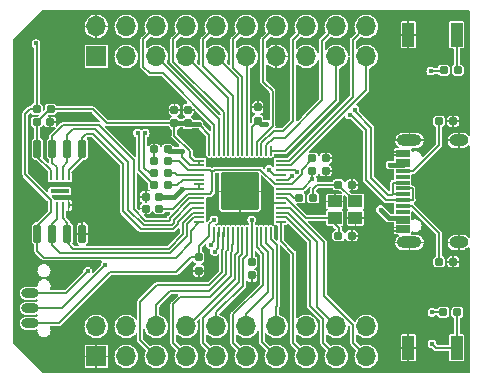
<source format=gtl>
%TF.GenerationSoftware,KiCad,Pcbnew,(6.0.1)*%
%TF.CreationDate,2022-02-09T15:48:38+01:00*%
%TF.ProjectId,rp2040,72703230-3430-42e6-9b69-6361645f7063,rev?*%
%TF.SameCoordinates,PX8917370PY699e930*%
%TF.FileFunction,Copper,L1,Top*%
%TF.FilePolarity,Positive*%
%FSLAX46Y46*%
G04 Gerber Fmt 4.6, Leading zero omitted, Abs format (unit mm)*
G04 Created by KiCad (PCBNEW (6.0.1)) date 2022-02-09 15:48:38*
%MOMM*%
%LPD*%
G01*
G04 APERTURE LIST*
G04 Aperture macros list*
%AMRoundRect*
0 Rectangle with rounded corners*
0 $1 Rounding radius*
0 $2 $3 $4 $5 $6 $7 $8 $9 X,Y pos of 4 corners*
0 Add a 4 corners polygon primitive as box body*
4,1,4,$2,$3,$4,$5,$6,$7,$8,$9,$2,$3,0*
0 Add four circle primitives for the rounded corners*
1,1,$1+$1,$2,$3*
1,1,$1+$1,$4,$5*
1,1,$1+$1,$6,$7*
1,1,$1+$1,$8,$9*
0 Add four rect primitives between the rounded corners*
20,1,$1+$1,$2,$3,$4,$5,0*
20,1,$1+$1,$4,$5,$6,$7,0*
20,1,$1+$1,$6,$7,$8,$9,0*
20,1,$1+$1,$8,$9,$2,$3,0*%
G04 Aperture macros list end*
%TA.AperFunction,SMDPad,CuDef*%
%ADD10RoundRect,0.155000X-0.212500X-0.155000X0.212500X-0.155000X0.212500X0.155000X-0.212500X0.155000X0*%
%TD*%
%TA.AperFunction,SMDPad,CuDef*%
%ADD11RoundRect,0.050000X0.050000X-0.387500X0.050000X0.387500X-0.050000X0.387500X-0.050000X-0.387500X0*%
%TD*%
%TA.AperFunction,SMDPad,CuDef*%
%ADD12RoundRect,0.050000X0.387500X-0.050000X0.387500X0.050000X-0.387500X0.050000X-0.387500X-0.050000X0*%
%TD*%
%TA.AperFunction,SMDPad,CuDef*%
%ADD13RoundRect,0.144000X1.456000X-1.456000X1.456000X1.456000X-1.456000X1.456000X-1.456000X-1.456000X0*%
%TD*%
%TA.AperFunction,ComponentPad*%
%ADD14C,0.600000*%
%TD*%
%TA.AperFunction,SMDPad,CuDef*%
%ADD15RoundRect,0.155000X0.212500X0.155000X-0.212500X0.155000X-0.212500X-0.155000X0.212500X-0.155000X0*%
%TD*%
%TA.AperFunction,SMDPad,CuDef*%
%ADD16R,1.000000X2.000000*%
%TD*%
%TA.AperFunction,SMDPad,CuDef*%
%ADD17RoundRect,0.160000X0.197500X0.160000X-0.197500X0.160000X-0.197500X-0.160000X0.197500X-0.160000X0*%
%TD*%
%TA.AperFunction,SMDPad,CuDef*%
%ADD18RoundRect,0.155000X0.155000X-0.212500X0.155000X0.212500X-0.155000X0.212500X-0.155000X-0.212500X0*%
%TD*%
%TA.AperFunction,SMDPad,CuDef*%
%ADD19RoundRect,0.155000X-0.155000X0.212500X-0.155000X-0.212500X0.155000X-0.212500X0.155000X0.212500X0*%
%TD*%
%TA.AperFunction,SMDPad,CuDef*%
%ADD20R,1.150000X0.300000*%
%TD*%
%TA.AperFunction,ComponentPad*%
%ADD21O,1.600000X1.000000*%
%TD*%
%TA.AperFunction,ComponentPad*%
%ADD22O,2.100000X1.000000*%
%TD*%
%TA.AperFunction,SMDPad,CuDef*%
%ADD23R,0.250000X0.600000*%
%TD*%
%TA.AperFunction,SMDPad,CuDef*%
%ADD24RoundRect,0.150000X0.150000X-0.650000X0.150000X0.650000X-0.150000X0.650000X-0.150000X-0.650000X0*%
%TD*%
%TA.AperFunction,SMDPad,CuDef*%
%ADD25R,1.600000X0.400000*%
%TD*%
%TA.AperFunction,ComponentPad*%
%ADD26R,1.700000X1.700000*%
%TD*%
%TA.AperFunction,ComponentPad*%
%ADD27O,1.700000X1.700000*%
%TD*%
%TA.AperFunction,SMDPad,CuDef*%
%ADD28R,1.150000X1.000000*%
%TD*%
%TA.AperFunction,SMDPad,CuDef*%
%ADD29O,1.500000X0.800000*%
%TD*%
%TA.AperFunction,SMDPad,CuDef*%
%ADD30RoundRect,0.160000X-0.197500X-0.160000X0.197500X-0.160000X0.197500X0.160000X-0.197500X0.160000X0*%
%TD*%
%TA.AperFunction,ViaPad*%
%ADD31C,0.400000*%
%TD*%
%TA.AperFunction,Conductor*%
%ADD32C,0.200000*%
%TD*%
%TA.AperFunction,Conductor*%
%ADD33C,0.400000*%
%TD*%
%TA.AperFunction,Conductor*%
%ADD34C,0.150000*%
%TD*%
G04 APERTURE END LIST*
D10*
%TO.P,C7,1*%
%TO.N,+1V1*%
X25682500Y18300000D03*
%TO.P,C7,2*%
%TO.N,GND*%
X26817500Y18300000D03*
%TD*%
D11*
%TO.P,U3,1,IOVDD*%
%TO.N,+3V3*%
X16950000Y12062500D03*
%TO.P,U3,2,GPIO0*%
%TO.N,/GPIO0*%
X17350000Y12062500D03*
%TO.P,U3,3,GPIO1*%
%TO.N,/GPIO1*%
X17750000Y12062500D03*
%TO.P,U3,4,GPIO2*%
%TO.N,/GPIO2*%
X18150000Y12062500D03*
%TO.P,U3,5,GPIO3*%
%TO.N,/GPIO3*%
X18550000Y12062500D03*
%TO.P,U3,6,GPIO4*%
%TO.N,/GPIO4*%
X18950000Y12062500D03*
%TO.P,U3,7,GPIO5*%
%TO.N,/GPIO5*%
X19350000Y12062500D03*
%TO.P,U3,8,GPIO6*%
%TO.N,/GPIO6*%
X19750000Y12062500D03*
%TO.P,U3,9,GPIO7*%
%TO.N,/GPIO7*%
X20150000Y12062500D03*
%TO.P,U3,10,IOVDD*%
%TO.N,+3V3*%
X20550000Y12062500D03*
%TO.P,U3,11,GPIO8*%
%TO.N,/GPIO8*%
X20950000Y12062500D03*
%TO.P,U3,12,GPIO9*%
%TO.N,/GPIO9*%
X21350000Y12062500D03*
%TO.P,U3,13,GPIO10*%
%TO.N,/GPIO10*%
X21750000Y12062500D03*
%TO.P,U3,14,GPIO11*%
%TO.N,/GPIO11*%
X22150000Y12062500D03*
D12*
%TO.P,U3,15,GPIO12*%
%TO.N,/GPIO12*%
X22987500Y12900000D03*
%TO.P,U3,16,GPIO13*%
%TO.N,/GPIO13*%
X22987500Y13300000D03*
%TO.P,U3,17,GPIO14*%
%TO.N,/GPIO14*%
X22987500Y13700000D03*
%TO.P,U3,18,GPIO15*%
%TO.N,/GPIO15*%
X22987500Y14100000D03*
%TO.P,U3,19,TESTEN*%
%TO.N,GND*%
X22987500Y14500000D03*
%TO.P,U3,20,XIN*%
%TO.N,Net-(C4-Pad2)*%
X22987500Y14900000D03*
%TO.P,U3,21,XOUT*%
%TO.N,Net-(R8-Pad2)*%
X22987500Y15300000D03*
%TO.P,U3,22,IOVDD*%
%TO.N,+3V3*%
X22987500Y15700000D03*
%TO.P,U3,23,DVDD*%
%TO.N,+1V1*%
X22987500Y16100000D03*
%TO.P,U3,24,SWCLK*%
%TO.N,/SWCLK*%
X22987500Y16500000D03*
%TO.P,U3,25,SWD*%
%TO.N,/SWD*%
X22987500Y16900000D03*
%TO.P,U3,26,RUN*%
%TO.N,/RUN*%
X22987500Y17300000D03*
%TO.P,U3,27,GPIO16*%
%TO.N,/GPIO16*%
X22987500Y17700000D03*
%TO.P,U3,28,GPIO17*%
%TO.N,/GPIO17*%
X22987500Y18100000D03*
D11*
%TO.P,U3,29,GPIO18*%
%TO.N,/GPIO18*%
X22150000Y18937500D03*
%TO.P,U3,30,GPIO19*%
%TO.N,/GPIO19*%
X21750000Y18937500D03*
%TO.P,U3,31,GPIO20*%
%TO.N,/GPIO20*%
X21350000Y18937500D03*
%TO.P,U3,32,GPIO21*%
%TO.N,/GPIO21*%
X20950000Y18937500D03*
%TO.P,U3,33,IOVDD*%
%TO.N,+3V3*%
X20550000Y18937500D03*
%TO.P,U3,34,GPIO22*%
%TO.N,/GPIO22*%
X20150000Y18937500D03*
%TO.P,U3,35,GPIO23*%
%TO.N,/GPIO23*%
X19750000Y18937500D03*
%TO.P,U3,36,GPIO24*%
%TO.N,/GPIO24*%
X19350000Y18937500D03*
%TO.P,U3,37,GPIO25*%
%TO.N,/GPIO25*%
X18950000Y18937500D03*
%TO.P,U3,38,GPIO26_ADC0*%
%TO.N,/GPIO26*%
X18550000Y18937500D03*
%TO.P,U3,39,GPIO27_ADC1*%
%TO.N,/GPIO27*%
X18150000Y18937500D03*
%TO.P,U3,40,GPIO28_ADC2*%
%TO.N,/GPIO28*%
X17750000Y18937500D03*
%TO.P,U3,41,GPIO29_ADC3*%
%TO.N,/GPIO29*%
X17350000Y18937500D03*
%TO.P,U3,42,IOVDD*%
%TO.N,+3V3*%
X16950000Y18937500D03*
D12*
%TO.P,U3,43,ADC_AVDD*%
X16112500Y18100000D03*
%TO.P,U3,44,VREG_IN*%
X16112500Y17700000D03*
%TO.P,U3,45,VREG_VOUT*%
%TO.N,+1V1*%
X16112500Y17300000D03*
%TO.P,U3,46,USB_DM*%
%TO.N,Net-(R7-Pad1)*%
X16112500Y16900000D03*
%TO.P,U3,47,USB_DP*%
%TO.N,Net-(R6-Pad1)*%
X16112500Y16500000D03*
%TO.P,U3,48,USB_VDD*%
%TO.N,+3V3*%
X16112500Y16100000D03*
%TO.P,U3,49,IOVDD*%
X16112500Y15700000D03*
%TO.P,U3,50,DVDD*%
%TO.N,+1V1*%
X16112500Y15300000D03*
%TO.P,U3,51,QSPI_SD3*%
%TO.N,/QSPI_SD3*%
X16112500Y14900000D03*
%TO.P,U3,52,QSPI_SCLK*%
%TO.N,/QSPI_SCLK*%
X16112500Y14500000D03*
%TO.P,U3,53,QSPI_SD0*%
%TO.N,/QSPI_SDO*%
X16112500Y14100000D03*
%TO.P,U3,54,QSPI_SD2*%
%TO.N,/QSPI_SD2*%
X16112500Y13700000D03*
%TO.P,U3,55,QSPI_SD1*%
%TO.N,/QSPI_SD1*%
X16112500Y13300000D03*
%TO.P,U3,56,QSPI_SS*%
%TO.N,/QSPI_SS*%
X16112500Y12900000D03*
D13*
%TO.P,U3,57,GND*%
%TO.N,GND*%
X19550000Y15500000D03*
D14*
X19550000Y14225000D03*
X18275000Y14225000D03*
X18275000Y15500000D03*
X20825000Y15500000D03*
X19550000Y16775000D03*
X18275000Y16775000D03*
X19550000Y15500000D03*
X20825000Y14225000D03*
X20825000Y16775000D03*
%TD*%
D15*
%TO.P,C9,1*%
%TO.N,+3V3*%
X12717500Y15050000D03*
%TO.P,C9,2*%
%TO.N,GND*%
X11582500Y15050000D03*
%TD*%
D10*
%TO.P,C1,1*%
%TO.N,+3V3*%
X2352500Y21370000D03*
%TO.P,C1,2*%
%TO.N,GND*%
X3487500Y21370000D03*
%TD*%
D16*
%TO.P,SW1,1,A*%
%TO.N,GND*%
X33800000Y28750000D03*
%TO.P,SW1,2,B*%
%TO.N,Net-(R1-Pad1)*%
X37900000Y28750000D03*
%TD*%
D17*
%TO.P,R3,1*%
%TO.N,GND*%
X37597500Y9550000D03*
%TO.P,R3,2*%
%TO.N,Net-(J1-PadA5)*%
X36402500Y9550000D03*
%TD*%
D18*
%TO.P,C12,1*%
%TO.N,+3V3*%
X21050000Y21482500D03*
%TO.P,C12,2*%
%TO.N,GND*%
X21050000Y22617500D03*
%TD*%
D10*
%TO.P,C14,1*%
%TO.N,+3V3*%
X25682500Y17250000D03*
%TO.P,C14,2*%
%TO.N,GND*%
X26817500Y17250000D03*
%TD*%
D19*
%TO.P,C13,1*%
%TO.N,+3V3*%
X20550000Y9517500D03*
%TO.P,C13,2*%
%TO.N,GND*%
X20550000Y8382500D03*
%TD*%
%TO.P,C11,1*%
%TO.N,+3V3*%
X16050000Y9917500D03*
%TO.P,C11,2*%
%TO.N,GND*%
X16050000Y8782500D03*
%TD*%
D15*
%TO.P,C10,1*%
%TO.N,+3V3*%
X13417500Y19050000D03*
%TO.P,C10,2*%
%TO.N,GND*%
X12282500Y19050000D03*
%TD*%
D17*
%TO.P,R2,1*%
%TO.N,+3V3*%
X3517500Y22470000D03*
%TO.P,R2,2*%
%TO.N,/QSPI_SS*%
X2322500Y22470000D03*
%TD*%
D20*
%TO.P,J1,A1,GND*%
%TO.N,GND*%
X33330000Y12150000D03*
%TO.P,J1,A4,VBUS*%
%TO.N,VBUS*%
X33330000Y12950000D03*
%TO.P,J1,A5,CC1*%
%TO.N,Net-(J1-PadA5)*%
X33330000Y14250000D03*
%TO.P,J1,A6,D+*%
%TO.N,/USB_D+*%
X33330000Y15250000D03*
%TO.P,J1,A7,D-*%
%TO.N,/USB_D-*%
X33330000Y15750000D03*
%TO.P,J1,A8,SBU1*%
%TO.N,unconnected-(J1-PadA8)*%
X33330000Y16750000D03*
%TO.P,J1,A9,VBUS*%
%TO.N,VBUS*%
X33330000Y18050000D03*
%TO.P,J1,A12,GND*%
%TO.N,GND*%
X33330000Y18850000D03*
%TO.P,J1,B1,GND*%
X33330000Y18550000D03*
%TO.P,J1,B4,VBUS*%
%TO.N,VBUS*%
X33330000Y17750000D03*
%TO.P,J1,B5,CC2*%
%TO.N,Net-(J1-PadB5)*%
X33330000Y17250000D03*
%TO.P,J1,B6,D+*%
%TO.N,/USB_D+*%
X33330000Y16250000D03*
%TO.P,J1,B7,D-*%
%TO.N,/USB_D-*%
X33330000Y14750000D03*
%TO.P,J1,B8,SBU2*%
%TO.N,unconnected-(J1-PadB8)*%
X33330000Y13750000D03*
%TO.P,J1,B9,VBUS*%
%TO.N,VBUS*%
X33330000Y13250000D03*
%TO.P,J1,B12,GND*%
%TO.N,GND*%
X33330000Y12450000D03*
D21*
%TO.P,J1,S1,SHIELD*%
X38075000Y11180000D03*
X38075000Y19820000D03*
D22*
X33895000Y11180000D03*
X33895000Y19820000D03*
%TD*%
D17*
%TO.P,R7,1*%
%TO.N,Net-(R7-Pad1)*%
X13447500Y17050000D03*
%TO.P,R7,2*%
%TO.N,/USB_D-*%
X12252500Y17050000D03*
%TD*%
D23*
%TO.P,U1,1,~{CS}*%
%TO.N,/QSPI_SS*%
X3530000Y14320000D03*
D24*
X2390000Y11920000D03*
D23*
%TO.P,U1,2,DO(IO1)*%
%TO.N,/QSPI_SD1*%
X4030000Y14320000D03*
D24*
X3660000Y11920000D03*
%TO.P,U1,3,IO2*%
%TO.N,/QSPI_SD2*%
X4930000Y11920000D03*
D23*
X4530000Y14320000D03*
%TO.P,U1,4,GND*%
%TO.N,GND*%
X5030000Y14320000D03*
D24*
X6200000Y11920000D03*
D23*
%TO.P,U1,5,DI(IO0)*%
%TO.N,/QSPI_SDO*%
X5030000Y16720000D03*
D24*
X6200000Y19120000D03*
%TO.P,U1,6,CLK*%
%TO.N,/QSPI_SCLK*%
X4930000Y19120000D03*
D23*
X4530000Y16720000D03*
D24*
%TO.P,U1,7,IO3*%
%TO.N,/QSPI_SD3*%
X3660000Y19120000D03*
D23*
X4030000Y16720000D03*
D24*
%TO.P,U1,8,VCC*%
%TO.N,+3V3*%
X2390000Y19120000D03*
D23*
X3530000Y16720000D03*
D25*
%TO.P,U1,9*%
%TO.N,N/C*%
X4280000Y15520000D03*
%TD*%
D15*
%TO.P,C5,1*%
%TO.N,GND*%
X29017500Y16050000D03*
%TO.P,C5,2*%
%TO.N,Net-(C5-Pad2)*%
X27882500Y16050000D03*
%TD*%
%TO.P,C8,1*%
%TO.N,+1V1*%
X13417500Y18050000D03*
%TO.P,C8,2*%
%TO.N,GND*%
X12282500Y18050000D03*
%TD*%
D26*
%TO.P,J3,1,Pin_1*%
%TO.N,/GPIO0*%
X7385000Y26925000D03*
D27*
%TO.P,J3,2,Pin_2*%
%TO.N,GND*%
X7385000Y29465000D03*
%TO.P,J3,3,Pin_3*%
%TO.N,/GPIO1*%
X9925000Y26925000D03*
%TO.P,J3,4,Pin_4*%
%TO.N,unconnected-(J3-Pad4)*%
X9925000Y29465000D03*
%TO.P,J3,5,Pin_5*%
%TO.N,/GPIO28*%
X12465000Y26925000D03*
%TO.P,J3,6,Pin_6*%
%TO.N,/GPIO29*%
X12465000Y29465000D03*
%TO.P,J3,7,Pin_7*%
%TO.N,/GPIO26*%
X15005000Y26925000D03*
%TO.P,J3,8,Pin_8*%
%TO.N,/GPIO27*%
X15005000Y29465000D03*
%TO.P,J3,9,Pin_9*%
%TO.N,/GPIO24*%
X17545000Y26925000D03*
%TO.P,J3,10,Pin_10*%
%TO.N,/GPIO25*%
X17545000Y29465000D03*
%TO.P,J3,11,Pin_11*%
%TO.N,/GPIO22*%
X20085000Y26925000D03*
%TO.P,J3,12,Pin_12*%
%TO.N,/GPIO23*%
X20085000Y29465000D03*
%TO.P,J3,13,Pin_13*%
%TO.N,GND*%
X22625000Y26925000D03*
%TO.P,J3,14,Pin_14*%
%TO.N,/GPIO21*%
X22625000Y29465000D03*
%TO.P,J3,15,Pin_15*%
%TO.N,VBUS*%
X25165000Y26925000D03*
%TO.P,J3,16,Pin_16*%
%TO.N,/GPIO20*%
X25165000Y29465000D03*
%TO.P,J3,17,Pin_17*%
%TO.N,/GPIO18*%
X27705000Y26925000D03*
%TO.P,J3,18,Pin_18*%
%TO.N,/GPIO19*%
X27705000Y29465000D03*
%TO.P,J3,19,Pin_19*%
%TO.N,/GPIO16*%
X30245000Y26925000D03*
%TO.P,J3,20,Pin_20*%
%TO.N,/GPIO17*%
X30245000Y29465000D03*
%TD*%
D28*
%TO.P,Y1,1,1*%
%TO.N,Net-(C5-Pad2)*%
X29325000Y14650000D03*
%TO.P,Y1,2,2*%
%TO.N,GND*%
X27575000Y14650000D03*
%TO.P,Y1,3,3*%
%TO.N,Net-(C4-Pad2)*%
X27575000Y13250000D03*
%TO.P,Y1,4,4*%
%TO.N,GND*%
X29325000Y13250000D03*
%TD*%
D29*
%TO.P,J4,1,Pin_1*%
%TO.N,+3V3*%
X1800000Y4345000D03*
%TO.P,J4,2,Pin_2*%
%TO.N,/GPIO0*%
X1800000Y5615000D03*
%TO.P,J4,3,Pin_3*%
%TO.N,/GPIO1*%
X1800000Y6885000D03*
%TO.P,J4,4,Pin_4*%
%TO.N,GND*%
X1800000Y8155000D03*
%TD*%
D30*
%TO.P,R5,1*%
%TO.N,+3V3*%
X36752500Y5250000D03*
%TO.P,R5,2*%
%TO.N,/RUN*%
X37947500Y5250000D03*
%TD*%
D17*
%TO.P,R1,1*%
%TO.N,Net-(R1-Pad1)*%
X37997500Y25750000D03*
%TO.P,R1,2*%
%TO.N,/QSPI_SS*%
X36802500Y25750000D03*
%TD*%
%TO.P,R6,1*%
%TO.N,Net-(R6-Pad1)*%
X13447500Y16050000D03*
%TO.P,R6,2*%
%TO.N,/USB_D+*%
X12252500Y16050000D03*
%TD*%
D16*
%TO.P,SW2,1,A*%
%TO.N,GND*%
X33800000Y2250000D03*
%TO.P,SW2,2,B*%
%TO.N,/RUN*%
X37900000Y2250000D03*
%TD*%
D26*
%TO.P,J2,1,Pin_1*%
%TO.N,GND*%
X7385000Y1525000D03*
D27*
%TO.P,J2,2,Pin_2*%
%TO.N,/RUN*%
X7385000Y4065000D03*
%TO.P,J2,3,Pin_3*%
%TO.N,unconnected-(J2-Pad3)*%
X9925000Y1525000D03*
%TO.P,J2,4,Pin_4*%
%TO.N,unconnected-(J2-Pad4)*%
X9925000Y4065000D03*
%TO.P,J2,5,Pin_5*%
%TO.N,/GPIO2*%
X12465000Y1525000D03*
%TO.P,J2,6,Pin_6*%
%TO.N,/GPIO3*%
X12465000Y4065000D03*
%TO.P,J2,7,Pin_7*%
%TO.N,/GPIO4*%
X15005000Y1525000D03*
%TO.P,J2,8,Pin_8*%
%TO.N,/GPIO5*%
X15005000Y4065000D03*
%TO.P,J2,9,Pin_9*%
%TO.N,/GPIO6*%
X17545000Y1525000D03*
%TO.P,J2,10,Pin_10*%
%TO.N,/GPIO7*%
X17545000Y4065000D03*
%TO.P,J2,11,Pin_11*%
%TO.N,/GPIO8*%
X20085000Y1525000D03*
%TO.P,J2,12,Pin_12*%
%TO.N,/GPIO9*%
X20085000Y4065000D03*
%TO.P,J2,13,Pin_13*%
%TO.N,/GPIO10*%
X22625000Y1525000D03*
%TO.P,J2,14,Pin_14*%
%TO.N,/GPIO11*%
X22625000Y4065000D03*
%TO.P,J2,15,Pin_15*%
%TO.N,/GPIO12*%
X25165000Y1525000D03*
%TO.P,J2,16,Pin_16*%
%TO.N,+3V3*%
X25165000Y4065000D03*
%TO.P,J2,17,Pin_17*%
%TO.N,/GPIO13*%
X27705000Y1525000D03*
%TO.P,J2,18,Pin_18*%
%TO.N,/GPIO14*%
X27705000Y4065000D03*
%TO.P,J2,19,Pin_19*%
%TO.N,/GPIO15*%
X30245000Y1525000D03*
%TO.P,J2,20,Pin_20*%
%TO.N,unconnected-(J2-Pad20)*%
X30245000Y4065000D03*
%TD*%
D15*
%TO.P,C4,1*%
%TO.N,GND*%
X29017500Y11750000D03*
%TO.P,C4,2*%
%TO.N,Net-(C4-Pad2)*%
X27882500Y11750000D03*
%TD*%
D18*
%TO.P,C16,1*%
%TO.N,+3V3*%
X15150000Y21282500D03*
%TO.P,C16,2*%
%TO.N,GND*%
X15150000Y22417500D03*
%TD*%
D30*
%TO.P,R4,1*%
%TO.N,Net-(J1-PadB5)*%
X36402500Y21450000D03*
%TO.P,R4,2*%
%TO.N,GND*%
X37597500Y21450000D03*
%TD*%
D18*
%TO.P,C15,1*%
%TO.N,+3V3*%
X14000000Y21282500D03*
%TO.P,C15,2*%
%TO.N,GND*%
X14000000Y22417500D03*
%TD*%
D15*
%TO.P,C6,1*%
%TO.N,+1V1*%
X12717500Y14050000D03*
%TO.P,C6,2*%
%TO.N,GND*%
X11582500Y14050000D03*
%TD*%
D17*
%TO.P,R8,1*%
%TO.N,Net-(C5-Pad2)*%
X25747500Y14950000D03*
%TO.P,R8,2*%
%TO.N,Net-(R8-Pad2)*%
X24552500Y14950000D03*
%TD*%
D31*
%TO.N,GND*%
X3750000Y500000D03*
X8750000Y500000D03*
X13750000Y500000D03*
X18750000Y500000D03*
X23750000Y500000D03*
X28750000Y500000D03*
X33750000Y500000D03*
X38750000Y500000D03*
X38750000Y5500000D03*
X38750000Y10500000D03*
X38750000Y16000000D03*
X38750000Y21000000D03*
X38750000Y25500000D03*
X38750000Y30500000D03*
X33750000Y30500000D03*
X28750000Y30500000D03*
X23750000Y30500000D03*
X18750000Y30500000D03*
X13750000Y30500000D03*
X8750000Y30500000D03*
X3750000Y30500000D03*
X750000Y2750000D03*
X750000Y7750000D03*
X750000Y12750000D03*
X750000Y17750000D03*
X750000Y22750000D03*
X750000Y27750000D03*
X8650000Y14150000D03*
X13650000Y23550000D03*
X4850000Y23550000D03*
X30250000Y6750000D03*
X32050000Y8550000D03*
X28250000Y8550000D03*
X29050000Y11150000D03*
X23250000Y25950000D03*
X6250000Y29550000D03*
X4250000Y21550000D03*
X6850000Y11950000D03*
X15850000Y21950000D03*
X16050000Y19950000D03*
X30250000Y12750000D03*
X26650000Y15350000D03*
%TO.N,+3V3*%
X21750000Y21200000D03*
X25682500Y16532500D03*
X16050000Y21200000D03*
X17350000Y13100000D03*
X20550000Y13100000D03*
X35800000Y5250000D03*
X14600000Y18950000D03*
X14650000Y15700000D03*
%TO.N,GND*%
X24950000Y23800000D03*
X8650000Y17750000D03*
X8700000Y23550000D03*
X12450000Y20300000D03*
X23350000Y8600000D03*
X20450000Y7400000D03*
X17000000Y9850000D03*
X6220000Y21720000D03*
X24850000Y9700000D03*
X30950000Y22450000D03*
X21050000Y23600000D03*
X28500000Y24100000D03*
X11200000Y16050000D03*
X5100000Y3950000D03*
%TO.N,VBUS*%
X31450000Y13950000D03*
X32250000Y17750000D03*
%TO.N,/USB_D+*%
X10875000Y20450000D03*
X29279810Y22429810D03*
%TO.N,/USB_D-*%
X28820190Y21970190D03*
X11525000Y20450000D03*
%TO.N,/GPIO0*%
X8150000Y9300000D03*
X17050000Y11000000D03*
%TO.N,/GPIO1*%
X17400000Y10400000D03*
X6650000Y8750000D03*
%TO.N,/QSPI_SS*%
X2275489Y28024511D03*
X35700000Y25700000D03*
%TO.N,/SWD*%
X22000000Y17350000D03*
%TO.N,/RUN*%
X24362741Y17162765D03*
X35800000Y2600000D03*
%TO.N,/SWCLK*%
X23950000Y16800000D03*
%TD*%
D32*
%TO.N,+3V3*%
X14000000Y21282500D02*
X14000000Y20200000D01*
X16112500Y16100000D02*
X16112500Y15700000D01*
X20550000Y20982500D02*
X21050000Y21482500D01*
X24850000Y15700000D02*
X25682500Y16532500D01*
X8500000Y8650000D02*
X4195000Y4345000D01*
X2352500Y19142500D02*
X2375000Y19120000D01*
D33*
X15232500Y21200000D02*
X15150000Y21282500D01*
D32*
X14000000Y20200000D02*
X15300000Y18900000D01*
D33*
X21332500Y21200000D02*
X21050000Y21482500D01*
X14000000Y15050000D02*
X14650000Y15700000D01*
X13517500Y18950000D02*
X13417500Y19050000D01*
D32*
X16050000Y9917500D02*
X15417500Y9917500D01*
X14150000Y8650000D02*
X8500000Y8650000D01*
X15300000Y18900000D02*
X15300000Y18450000D01*
X15650000Y18100000D02*
X16112500Y18100000D01*
D34*
X1800000Y4345000D02*
X3555000Y4345000D01*
D32*
X14000000Y21282500D02*
X8267500Y21282500D01*
X15300000Y18450000D02*
X15650000Y18100000D01*
D33*
X15150000Y21282500D02*
X14000000Y21282500D01*
D32*
X3452500Y22470000D02*
X2352500Y21370000D01*
X20550000Y9517500D02*
X20550000Y12062500D01*
X25682500Y17250000D02*
X25682500Y16532500D01*
X20550000Y18937500D02*
X20550000Y20982500D01*
X4195000Y4345000D02*
X3555000Y4345000D01*
X16112500Y17700000D02*
X16112500Y18100000D01*
X16950000Y12700000D02*
X17350000Y13100000D01*
X16050000Y9917500D02*
X16050000Y10850000D01*
X2390000Y18450000D02*
X3530000Y17310000D01*
X16112500Y15700000D02*
X14650000Y15700000D01*
X2390000Y19120000D02*
X2390000Y18450000D01*
X16950000Y20300000D02*
X16050000Y21200000D01*
X16950000Y11750000D02*
X16950000Y12062500D01*
D33*
X16050000Y21200000D02*
X15232500Y21200000D01*
D32*
X3517500Y22470000D02*
X3452500Y22470000D01*
X20550000Y12062500D02*
X20550000Y13100000D01*
X8267500Y21282500D02*
X7100000Y22450000D01*
X14600000Y18450000D02*
X15350000Y17700000D01*
X22987500Y15700000D02*
X24850000Y15700000D01*
X36752500Y5250000D02*
X35800000Y5250000D01*
X16050000Y10850000D02*
X16950000Y11750000D01*
X2352500Y21370000D02*
X2352500Y19142500D01*
X3530000Y17310000D02*
X3530000Y16720000D01*
X15417500Y9917500D02*
X14150000Y8650000D01*
X7100000Y22450000D02*
X3537500Y22450000D01*
X3537500Y22450000D02*
X3517500Y22470000D01*
D33*
X14600000Y18950000D02*
X13517500Y18950000D01*
D32*
X15350000Y17700000D02*
X16112500Y17700000D01*
D33*
X12717500Y15050000D02*
X14000000Y15050000D01*
D32*
X14600000Y18950000D02*
X14600000Y18450000D01*
D33*
X21750000Y21200000D02*
X21332500Y21200000D01*
D32*
X16950000Y18937500D02*
X16950000Y20300000D01*
X16950000Y12062500D02*
X16950000Y12700000D01*
%TO.N,GND*%
X12282500Y18050000D02*
X12282500Y19050000D01*
D33*
%TO.N,VBUS*%
X33330000Y13250000D02*
X32150000Y13250000D01*
X33330000Y17750000D02*
X32250000Y17750000D01*
X32150000Y13250000D02*
X31450000Y13950000D01*
D32*
%TO.N,Net-(C5-Pad2)*%
X25747500Y15697500D02*
X26100000Y16050000D01*
X26100000Y16050000D02*
X27882500Y16050000D01*
X29325000Y14650000D02*
X29282500Y14650000D01*
X29282500Y14650000D02*
X27882500Y16050000D01*
X25747500Y14950000D02*
X25747500Y15697500D01*
%TO.N,+1V1*%
X12767500Y14000000D02*
X12717500Y14050000D01*
X15150000Y15300000D02*
X13850000Y14000000D01*
X25682500Y18300000D02*
X25682500Y18219213D01*
X23935667Y16100000D02*
X22987500Y16100000D01*
X15150000Y17300000D02*
X14400000Y18050000D01*
X17000000Y17300000D02*
X16112500Y17300000D01*
X22526415Y16100000D02*
X21276895Y17349520D01*
X17200000Y15500000D02*
X17200000Y17100000D01*
X17000000Y15300000D02*
X17200000Y15500000D01*
X24812242Y16976575D02*
X23935667Y16100000D01*
X21276895Y17349520D02*
X17449520Y17349520D01*
X22987500Y16100000D02*
X22526415Y16100000D01*
X16112500Y15300000D02*
X17000000Y15300000D01*
X17449520Y17349520D02*
X17200000Y17100000D01*
X24812242Y17348955D02*
X24812242Y16976575D01*
X16112500Y17300000D02*
X15150000Y17300000D01*
X13850000Y14000000D02*
X12767500Y14000000D01*
X25682500Y18219213D02*
X24812242Y17348955D01*
X16112500Y15300000D02*
X15150000Y15300000D01*
X14400000Y18050000D02*
X13417500Y18050000D01*
X17200000Y17100000D02*
X17000000Y17300000D01*
%TO.N,Net-(J1-PadA5)*%
X36402500Y11952500D02*
X36402500Y9550000D01*
X33330000Y14250000D02*
X34105000Y14250000D01*
X34105000Y14250000D02*
X36402500Y11952500D01*
%TO.N,/USB_D+*%
X12252500Y16050000D02*
X10975000Y17327500D01*
X30675000Y20893199D02*
X30675000Y16643200D01*
X32555000Y15250000D02*
X33330000Y15250000D01*
X29279810Y22429810D02*
X29279810Y22288389D01*
X10974999Y20350001D02*
X10875000Y20450000D01*
X10975000Y17327500D02*
X10974999Y20350001D01*
X32555000Y16250000D02*
X32505489Y16200489D01*
X32467499Y15250000D02*
X33330000Y15250000D01*
X32442499Y15225000D02*
X32467499Y15250000D01*
X33330000Y16250000D02*
X32555000Y16250000D01*
X32093200Y15225000D02*
X32442499Y15225000D01*
X32505489Y16200489D02*
X32505489Y15299511D01*
X32505489Y15299511D02*
X32555000Y15250000D01*
X30675000Y16643200D02*
X32093200Y15225000D01*
X29279810Y22288389D02*
X30675000Y20893199D01*
%TO.N,/USB_D-*%
X28961611Y21970190D02*
X30225000Y20706801D01*
X30225000Y16456800D02*
X31906800Y14775000D01*
X12252500Y17050000D02*
X11888897Y17050000D01*
X34154511Y14799511D02*
X34105000Y14750000D01*
X11425000Y17513897D02*
X11425001Y20350001D01*
X32442499Y14775000D02*
X32467499Y14750000D01*
X34105000Y14750000D02*
X33330000Y14750000D01*
X28820190Y21970190D02*
X28961611Y21970190D01*
X33330000Y15750000D02*
X34105000Y15750000D01*
X32467499Y14750000D02*
X33330000Y14750000D01*
X30225000Y20706801D02*
X30225000Y16456800D01*
X34105000Y15750000D02*
X34154511Y15700489D01*
X34154511Y15700489D02*
X34154511Y14799511D01*
X11888897Y17050000D02*
X11425000Y17513897D01*
X11425001Y20350001D02*
X11525000Y20450000D01*
X31906800Y14775000D02*
X32442499Y14775000D01*
%TO.N,Net-(J1-PadB5)*%
X33330000Y17250000D02*
X34208918Y17250000D01*
X34208918Y17250000D02*
X36402500Y19443582D01*
X36402500Y19443582D02*
X36402500Y21450000D01*
D34*
%TO.N,/GPIO0*%
X1800000Y5615000D02*
X3615000Y5615000D01*
D32*
X17350000Y12062500D02*
X17350000Y11300000D01*
X4465000Y5615000D02*
X3615000Y5615000D01*
X4465000Y5615000D02*
X8150000Y9300000D01*
X17350000Y11300000D02*
X17050000Y11000000D01*
%TO.N,/GPIO1*%
X4800000Y6900000D02*
X6650000Y8750000D01*
X17702931Y10702931D02*
X17400000Y10400000D01*
X3600000Y6900000D02*
X4800000Y6900000D01*
X17750000Y12062500D02*
X17702931Y12015431D01*
D34*
X1800000Y6885000D02*
X3585000Y6885000D01*
X3585000Y6885000D02*
X3600000Y6900000D01*
D32*
X17702931Y12015431D02*
X17702931Y10702931D01*
%TO.N,/GPIO2*%
X18051467Y8651467D02*
X16950000Y7550000D01*
X12500000Y7550000D02*
X11100000Y6150000D01*
X18051467Y10556970D02*
X18051319Y10556822D01*
X18052445Y10558161D02*
X18051467Y10557183D01*
X18051467Y10557183D02*
X18051467Y10556970D01*
X18150000Y12062500D02*
X18099511Y12012011D01*
X18052444Y10608157D02*
X18052445Y10558161D01*
X16950000Y7550000D02*
X12500000Y7550000D01*
X11100000Y6150000D02*
X11100000Y2890000D01*
X18051467Y10412050D02*
X18051467Y8651467D01*
X18051319Y10556822D02*
X18051467Y10412050D01*
X11100000Y2890000D02*
X12465000Y1525000D01*
X18099511Y12012011D02*
X18099511Y10655224D01*
X18099511Y10655224D02*
X18052444Y10608157D01*
%TO.N,/GPIO3*%
X13630000Y7050000D02*
X12465000Y5885000D01*
X18550000Y10561429D02*
X18400978Y10412407D01*
X18400978Y8500978D02*
X16950000Y7050000D01*
X12465000Y5885000D02*
X12465000Y4065000D01*
X16950000Y7050000D02*
X13630000Y7050000D01*
X18400978Y10412407D02*
X18400978Y8500978D01*
X18550000Y12062500D02*
X18550000Y10561429D01*
%TO.N,/GPIO4*%
X13905489Y5955489D02*
X14500000Y6550000D01*
X18899511Y10416657D02*
X18899511Y11032358D01*
X18899511Y11032358D02*
X18950000Y11082847D01*
X13905489Y2624511D02*
X13905489Y5955489D01*
X18750489Y10267635D02*
X18899511Y10416657D01*
X15005000Y1525000D02*
X13905489Y2624511D01*
X18750489Y8300489D02*
X18750489Y10267635D01*
X18950000Y11082847D02*
X18950000Y12062500D01*
X14500000Y6550000D02*
X17000000Y6550000D01*
X17000000Y6550000D02*
X18750489Y8300489D01*
%TO.N,/GPIO5*%
X19100978Y8050978D02*
X19100978Y10123840D01*
X15005000Y4065000D02*
X15115000Y4065000D01*
X15115000Y4065000D02*
X19100978Y8050978D01*
X19100978Y10123840D02*
X19350000Y10372862D01*
X19350000Y10372862D02*
X19350000Y12062500D01*
%TO.N,/GPIO6*%
X16445489Y4795489D02*
X16445489Y2624511D01*
X19450489Y7800489D02*
X16445489Y4795489D01*
X19750000Y10205716D02*
X19450489Y9906205D01*
X19750000Y12062500D02*
X19750000Y10205716D01*
X16445489Y2624511D02*
X17545000Y1525000D01*
X19450489Y9906205D02*
X19450489Y7800489D01*
%TO.N,/GPIO7*%
X17545000Y5267081D02*
X17545000Y4065000D01*
X19800000Y7522081D02*
X17545000Y5267081D01*
X20150000Y12062500D02*
X20150000Y10111433D01*
X20150000Y10111433D02*
X19800000Y9761433D01*
X19800000Y9761433D02*
X19800000Y7522081D01*
%TO.N,/GPIO8*%
X18985489Y5085489D02*
X18985489Y2624511D01*
X20950000Y12062500D02*
X20950000Y10750000D01*
X20950000Y10750000D02*
X21500000Y10200000D01*
X21500000Y7600000D02*
X18985489Y5085489D01*
X18985489Y2624511D02*
X20085000Y1525000D01*
X21500000Y10200000D02*
X21500000Y7600000D01*
%TO.N,/GPIO9*%
X21950000Y6950000D02*
X20085000Y5085000D01*
X21950000Y10400000D02*
X21950000Y6950000D01*
X21350000Y12062500D02*
X21350000Y11000000D01*
X20085000Y5085000D02*
X20085000Y4065000D01*
X21350000Y11000000D02*
X21950000Y10400000D01*
%TO.N,/GPIO10*%
X22300000Y6450000D02*
X21400000Y5550000D01*
X21400000Y2750000D02*
X22625000Y1525000D01*
X21400000Y5550000D02*
X21400000Y2750000D01*
X21750000Y12062500D02*
X21750000Y11100000D01*
X22300000Y10550000D02*
X22300000Y6450000D01*
X21750000Y11100000D02*
X22300000Y10550000D01*
%TO.N,/GPIO11*%
X22150000Y11450000D02*
X22650000Y10950000D01*
X22625000Y5775000D02*
X22625000Y4065000D01*
X22650000Y10950000D02*
X22650000Y5800000D01*
X22650000Y5800000D02*
X22625000Y5775000D01*
X22150000Y12062500D02*
X22150000Y11450000D01*
%TO.N,/GPIO12*%
X24065489Y2624511D02*
X25165000Y1525000D01*
X22987500Y12900000D02*
X22987500Y11312500D01*
X24065489Y10234511D02*
X24065489Y2624511D01*
X22987500Y11312500D02*
X24065489Y10234511D01*
%TO.N,/GPIO13*%
X26605489Y2624511D02*
X27705000Y1525000D01*
X23448585Y13300000D02*
X25450000Y11298585D01*
X26605489Y4670227D02*
X26605489Y2624511D01*
X25450000Y5825716D02*
X26605489Y4670227D01*
X25450000Y11298585D02*
X25450000Y5825716D01*
X22987500Y13300000D02*
X23448585Y13300000D01*
%TO.N,/GPIO14*%
X22987500Y13700000D02*
X23600000Y13700000D01*
X26100000Y11200000D02*
X26100000Y5670000D01*
X23600000Y13700000D02*
X26100000Y11200000D01*
X26100000Y5670000D02*
X27705000Y4065000D01*
%TO.N,/GPIO15*%
X26650000Y11200000D02*
X26650000Y6674944D01*
X23750000Y14100000D02*
X26650000Y11200000D01*
X26650000Y6674944D02*
X29145489Y4179455D01*
X22987500Y14100000D02*
X23750000Y14100000D01*
X29145489Y4179455D02*
X29145489Y2624511D01*
X29145489Y2624511D02*
X30245000Y1525000D01*
%TO.N,/GPIO16*%
X22987500Y17700000D02*
X23843598Y17700000D01*
X23843598Y17700000D02*
X30245000Y24101402D01*
X30245000Y24101402D02*
X30245000Y26925000D01*
%TO.N,/GPIO17*%
X23700000Y18100000D02*
X29100000Y23500000D01*
X22987500Y18100000D02*
X23700000Y18100000D01*
X29100000Y28320000D02*
X30245000Y29465000D01*
X29100000Y23500000D02*
X29100000Y28320000D01*
%TO.N,/GPIO18*%
X22150000Y18937500D02*
X23387500Y18937500D01*
X23387500Y18937500D02*
X27705000Y23255000D01*
X27705000Y23255000D02*
X27705000Y26925000D01*
%TO.N,/GPIO19*%
X26500000Y28260000D02*
X27705000Y29465000D01*
X21750000Y19398585D02*
X22401415Y20050000D01*
X21750000Y18937500D02*
X21750000Y19398585D01*
X23350000Y20050000D02*
X26500000Y23200000D01*
X26500000Y23200000D02*
X26500000Y28260000D01*
X22401415Y20050000D02*
X23350000Y20050000D01*
%TO.N,/GPIO20*%
X22394284Y20600000D02*
X23150000Y20600000D01*
X21350000Y19555716D02*
X22394284Y20600000D01*
X24050000Y21500000D02*
X24050000Y28350000D01*
X24050000Y28350000D02*
X25165000Y29465000D01*
X21350000Y18937500D02*
X21350000Y19555716D01*
X23150000Y20600000D02*
X24050000Y21500000D01*
%TO.N,/GPIO21*%
X21525489Y24774511D02*
X21525489Y28365489D01*
X20950000Y18937500D02*
X20950000Y19650000D01*
X22300000Y24000000D02*
X21525489Y24774511D01*
X22300000Y21000000D02*
X22300000Y24000000D01*
X21525489Y28365489D02*
X22625000Y29465000D01*
X20950000Y19650000D02*
X22300000Y21000000D01*
%TO.N,/GPIO22*%
X20150000Y26860000D02*
X20085000Y26925000D01*
X20150000Y18937500D02*
X20150000Y26860000D01*
%TO.N,/GPIO23*%
X18985489Y25978795D02*
X18985489Y28365489D01*
X19750000Y18937500D02*
X19750000Y25214284D01*
X18985489Y28365489D02*
X20085000Y29465000D01*
X19750000Y25214284D02*
X18985489Y25978795D01*
%TO.N,/GPIO24*%
X19350000Y18937500D02*
X19350000Y25120000D01*
X19350000Y25120000D02*
X17545000Y26925000D01*
%TO.N,/GPIO25*%
X16445489Y28365489D02*
X17545000Y29465000D01*
X18950000Y18937500D02*
X18950000Y23600000D01*
X18950000Y23600000D02*
X16445489Y26104511D01*
X16445489Y26104511D02*
X16445489Y28365489D01*
%TO.N,/GPIO26*%
X18550000Y23380000D02*
X15005000Y26925000D01*
X18550000Y18937500D02*
X18550000Y23380000D01*
%TO.N,/GPIO27*%
X13905489Y28365489D02*
X15005000Y29465000D01*
X18150000Y18937500D02*
X18150000Y22200000D01*
X13905489Y26444511D02*
X13905489Y28365489D01*
X18150000Y22200000D02*
X13905489Y26444511D01*
%TO.N,/GPIO28*%
X17750000Y18937500D02*
X17750000Y21640000D01*
X17750000Y21640000D02*
X12465000Y26925000D01*
%TO.N,/GPIO29*%
X11365489Y28365489D02*
X12465000Y29465000D01*
X11900000Y25500000D02*
X11365489Y26034511D01*
X11365489Y26034511D02*
X11365489Y28365489D01*
X17350000Y18937500D02*
X17350000Y21157077D01*
X17350000Y21157077D02*
X13007077Y25500000D01*
X13007077Y25500000D02*
X11900000Y25500000D01*
%TO.N,Net-(R1-Pad1)*%
X37900000Y28750000D02*
X37900000Y25847500D01*
X37900000Y25847500D02*
X37997500Y25750000D01*
%TO.N,/QSPI_SS*%
X2390000Y12590000D02*
X2390000Y11920000D01*
X2370000Y11915000D02*
X2375000Y11920000D01*
X2370000Y10470000D02*
X2370000Y11915000D01*
X35700000Y25700000D02*
X36752500Y25700000D01*
X15400000Y12187500D02*
X15400000Y11200000D01*
X3530000Y14320000D02*
X3530000Y13730000D01*
X2322500Y27977500D02*
X2322500Y22470000D01*
X2322500Y22470000D02*
X1770000Y22470000D01*
X2275489Y28024511D02*
X2322500Y27977500D01*
X14100000Y9900000D02*
X2940000Y9900000D01*
X1370000Y22070000D02*
X1370000Y16930978D01*
X3530000Y13730000D02*
X2390000Y12590000D01*
X2940000Y9900000D02*
X2370000Y10470000D01*
X1770000Y22470000D02*
X1370000Y22070000D01*
X15400000Y11200000D02*
X14100000Y9900000D01*
X3530000Y14770978D02*
X3530000Y14320000D01*
X16112500Y12900000D02*
X15400000Y12187500D01*
X36752500Y25700000D02*
X36802500Y25750000D01*
X1370000Y16930978D02*
X3530000Y14770978D01*
%TO.N,Net-(R6-Pad1)*%
X16112500Y16500000D02*
X14700000Y16500000D01*
X14700000Y16500000D02*
X14250000Y16050000D01*
X14250000Y16050000D02*
X13447500Y16050000D01*
%TO.N,Net-(R7-Pad1)*%
X14050000Y17050000D02*
X13447500Y17050000D01*
X16112500Y16900000D02*
X14200000Y16900000D01*
X14200000Y16900000D02*
X14050000Y17050000D01*
%TO.N,/QSPI_SD1*%
X13644772Y10300489D02*
X4339511Y10300489D01*
X4339511Y10300489D02*
X3645000Y10995000D01*
X15651415Y13300000D02*
X15050000Y12698585D01*
X3660000Y11920000D02*
X3660000Y12760000D01*
X16112500Y13300000D02*
X15651415Y13300000D01*
X3645000Y10995000D02*
X3645000Y11920000D01*
X15050000Y12698585D02*
X15050000Y11705717D01*
X3660000Y12760000D02*
X4030000Y13130000D01*
X15050000Y11705717D02*
X13644772Y10300489D01*
X4030000Y13130000D02*
X4030000Y14320000D01*
%TO.N,/QSPI_SD2*%
X16112500Y13700000D02*
X15550000Y13700000D01*
X4520000Y13220000D02*
X4530000Y13230000D01*
X4930000Y12810000D02*
X4520000Y13220000D01*
X15550000Y13700000D02*
X14700000Y12850000D01*
X13500000Y10650000D02*
X5440000Y10650000D01*
X5440000Y10650000D02*
X4915000Y11175000D01*
X4915000Y11175000D02*
X4915000Y11920000D01*
X14700000Y11850000D02*
X13500000Y10650000D01*
X14700000Y12850000D02*
X14700000Y11850000D01*
X4930000Y11920000D02*
X4930000Y12810000D01*
X4530000Y13230000D02*
X4530000Y14320000D01*
%TO.N,/QSPI_SDO*%
X7080000Y20370000D02*
X9650000Y17800000D01*
X13894772Y12300489D02*
X14300000Y12705717D01*
X9650000Y17800000D02*
X9650000Y13800000D01*
X11149511Y12300489D02*
X13894772Y12300489D01*
X15450000Y14100000D02*
X16112500Y14100000D01*
X6185000Y20035000D02*
X6520000Y20370000D01*
X5030000Y17280000D02*
X6200000Y18450000D01*
X14300000Y12705717D02*
X14300000Y12950000D01*
X6185000Y19120000D02*
X6185000Y20035000D01*
X6200000Y18450000D02*
X6200000Y19120000D01*
X14300000Y12950000D02*
X15450000Y14100000D01*
X5030000Y16720000D02*
X5030000Y17280000D01*
X9650000Y13800000D02*
X11149511Y12300489D01*
X6520000Y20370000D02*
X7080000Y20370000D01*
%TO.N,/QSPI_SCLK*%
X4530000Y17560000D02*
X4930000Y17960000D01*
X13750000Y12650000D02*
X13950000Y12850000D01*
X4915000Y20265000D02*
X5420000Y20770000D01*
X13950000Y13100000D02*
X15350000Y14500000D01*
X13950000Y12850000D02*
X13950000Y13100000D01*
X10100000Y13950000D02*
X11400000Y12650000D01*
X4915000Y19120000D02*
X4915000Y20265000D01*
X4530000Y16720000D02*
X4530000Y17560000D01*
X5420000Y20770000D02*
X7280000Y20770000D01*
X15350000Y14500000D02*
X16112500Y14500000D01*
X11400000Y12650000D02*
X13750000Y12650000D01*
X10100000Y17950000D02*
X10100000Y13950000D01*
X7280000Y20770000D02*
X10100000Y17950000D01*
X4930000Y17960000D02*
X4930000Y19120000D01*
%TO.N,/QSPI_SD3*%
X10550000Y13994284D02*
X11544284Y13000000D01*
X13600000Y13250000D02*
X15250000Y14900000D01*
X4030000Y17560000D02*
X4030000Y16720000D01*
X10550000Y18150000D02*
X10550000Y13994284D01*
X13600000Y13100000D02*
X13600000Y13250000D01*
X7580000Y21120000D02*
X10550000Y18150000D01*
X3645000Y19120000D02*
X3645000Y20195000D01*
X4570000Y21120000D02*
X7580000Y21120000D01*
X3660000Y19120000D02*
X3660000Y17930000D01*
X3660000Y17930000D02*
X4030000Y17560000D01*
X15250000Y14900000D02*
X16112500Y14900000D01*
X13500000Y13000000D02*
X13600000Y13100000D01*
X11544284Y13000000D02*
X13500000Y13000000D01*
X3645000Y20195000D02*
X4570000Y21120000D01*
%TO.N,Net-(C4-Pad2)*%
X27575000Y12725000D02*
X27900000Y12400000D01*
X25098585Y13250000D02*
X27575000Y13250000D01*
X23448585Y14900000D02*
X25098585Y13250000D01*
X27900000Y12400000D02*
X27900000Y11767500D01*
X27575000Y13250000D02*
X27575000Y12725000D01*
X22987500Y14900000D02*
X23448585Y14900000D01*
X27900000Y11767500D02*
X27882500Y11750000D01*
%TO.N,/SWD*%
X22000000Y17350000D02*
X22450000Y16900000D01*
X22450000Y16900000D02*
X22987500Y16900000D01*
%TO.N,/RUN*%
X37900000Y2250000D02*
X37900000Y5202500D01*
X22987500Y17300000D02*
X24225506Y17300000D01*
X35800000Y2600000D02*
X36150000Y2250000D01*
X24225506Y17300000D02*
X24362741Y17162765D01*
X36150000Y2250000D02*
X37900000Y2250000D01*
X37900000Y5202500D02*
X37947500Y5250000D01*
%TO.N,/SWCLK*%
X23950000Y16800000D02*
X23650000Y16500000D01*
X23650000Y16500000D02*
X22987500Y16500000D01*
%TO.N,Net-(R8-Pad2)*%
X24552500Y14950000D02*
X24100000Y14950000D01*
X24100000Y14950000D02*
X23750000Y15300000D01*
X23750000Y15300000D02*
X22987500Y15300000D01*
%TD*%
%TA.AperFunction,Conductor*%
%TO.N,GND*%
G36*
X38973566Y30832687D02*
G01*
X38998876Y30788850D01*
X39000000Y30776000D01*
X39000000Y20295761D01*
X38982687Y20248195D01*
X38938850Y20222885D01*
X38889000Y20231675D01*
X38875344Y20241817D01*
X38763488Y20346856D01*
X38756022Y20352280D01*
X38620259Y20426917D01*
X38611676Y20430315D01*
X38461621Y20468843D01*
X38452462Y20470000D01*
X38163048Y20470000D01*
X38153052Y20466362D01*
X38150000Y20461075D01*
X38150000Y19183048D01*
X38153638Y19173052D01*
X38158925Y19170000D01*
X38413563Y19170000D01*
X38418211Y19170293D01*
X38533312Y19184833D01*
X38542264Y19187132D01*
X38686298Y19244159D01*
X38694397Y19248612D01*
X38819724Y19339668D01*
X38826460Y19345993D01*
X38868982Y19397393D01*
X38912642Y19423008D01*
X38962552Y19414567D01*
X38995359Y19376018D01*
X39000000Y19350224D01*
X39000000Y11655761D01*
X38982687Y11608195D01*
X38938850Y11582885D01*
X38889000Y11591675D01*
X38875344Y11601817D01*
X38763488Y11706856D01*
X38756022Y11712280D01*
X38620259Y11786917D01*
X38611676Y11790315D01*
X38461621Y11828843D01*
X38452462Y11830000D01*
X38163048Y11830000D01*
X38153052Y11826362D01*
X38150000Y11821075D01*
X38150000Y10543048D01*
X38153638Y10533052D01*
X38158925Y10530000D01*
X38413563Y10530000D01*
X38418211Y10530293D01*
X38533312Y10544833D01*
X38542264Y10547132D01*
X38686298Y10604159D01*
X38694397Y10608612D01*
X38819724Y10699668D01*
X38826460Y10705993D01*
X38868982Y10757393D01*
X38912642Y10783008D01*
X38962552Y10774567D01*
X38995359Y10736018D01*
X39000000Y10710224D01*
X39000000Y224000D01*
X38982687Y176434D01*
X38938850Y151124D01*
X38926000Y150000D01*
X2842784Y150000D01*
X2795218Y167313D01*
X2790458Y171674D01*
X2298265Y663867D01*
X6385001Y663867D01*
X6385712Y656653D01*
X6392281Y623622D01*
X6397752Y610413D01*
X6422807Y572916D01*
X6432916Y562807D01*
X6470415Y537751D01*
X6483620Y532281D01*
X6516655Y525710D01*
X6523865Y525000D01*
X7296952Y525000D01*
X7306948Y528638D01*
X7310000Y533925D01*
X7310000Y538049D01*
X7460000Y538049D01*
X7463638Y528053D01*
X7468925Y525001D01*
X8246133Y525001D01*
X8253347Y525712D01*
X8286378Y532281D01*
X8299587Y537752D01*
X8337084Y562807D01*
X8347193Y572916D01*
X8372249Y610415D01*
X8377719Y623620D01*
X8384290Y656655D01*
X8385000Y663865D01*
X8385000Y1436952D01*
X8381362Y1446948D01*
X8376075Y1450000D01*
X7473048Y1450000D01*
X7463052Y1446362D01*
X7460000Y1441075D01*
X7460000Y538049D01*
X7310000Y538049D01*
X7310000Y1436952D01*
X7306362Y1446948D01*
X7301075Y1450000D01*
X6398049Y1450000D01*
X6388053Y1446362D01*
X6385001Y1441075D01*
X6385001Y663867D01*
X2298265Y663867D01*
X1423095Y1539037D01*
X8919757Y1539037D01*
X8920060Y1535428D01*
X8920060Y1535426D01*
X8927490Y1446948D01*
X8936175Y1343517D01*
X8990258Y1154909D01*
X8991911Y1151693D01*
X9078288Y983620D01*
X9078291Y983615D01*
X9079944Y980399D01*
X9201818Y826631D01*
X9351238Y699465D01*
X9354400Y697698D01*
X9519354Y605508D01*
X9519358Y605506D01*
X9522513Y603743D01*
X9525949Y602626D01*
X9525955Y602624D01*
X9617388Y572916D01*
X9709118Y543111D01*
X9769541Y535906D01*
X9900346Y520308D01*
X9900349Y520308D01*
X9903946Y519879D01*
X9979752Y525712D01*
X10095965Y534654D01*
X10095966Y534654D01*
X10099576Y534932D01*
X10288556Y587697D01*
X10291783Y589327D01*
X10460455Y674529D01*
X10460458Y674531D01*
X10463689Y676163D01*
X10618303Y796960D01*
X10746509Y945489D01*
X10748292Y948628D01*
X10748295Y948632D01*
X10834284Y1100000D01*
X10843425Y1116091D01*
X10850530Y1137447D01*
X10904215Y1298832D01*
X10905358Y1302268D01*
X10910130Y1340038D01*
X10929691Y1494885D01*
X10929691Y1494889D01*
X10929949Y1496929D01*
X10930341Y1525000D01*
X10911194Y1720272D01*
X10854484Y1908106D01*
X10767106Y2072440D01*
X10764069Y2078152D01*
X10764068Y2078153D01*
X10762370Y2081347D01*
X10662240Y2204119D01*
X10640648Y2230594D01*
X10640647Y2230595D01*
X10638361Y2233398D01*
X10556975Y2300726D01*
X10489975Y2356153D01*
X10489974Y2356154D01*
X10487180Y2358465D01*
X10472814Y2366233D01*
X10317768Y2450066D01*
X10314585Y2451787D01*
X10311135Y2452855D01*
X10311130Y2452857D01*
X10153587Y2501624D01*
X10127152Y2509807D01*
X9932019Y2530317D01*
X9736618Y2512534D01*
X9733145Y2511512D01*
X9733146Y2511512D01*
X9551864Y2458158D01*
X9551860Y2458156D01*
X9548393Y2457136D01*
X9457115Y2409417D01*
X9377719Y2367910D01*
X9377716Y2367908D01*
X9374512Y2366233D01*
X9371694Y2363967D01*
X9371692Y2363966D01*
X9224419Y2245556D01*
X9224416Y2245553D01*
X9221600Y2243289D01*
X9095480Y2092984D01*
X9093738Y2089816D01*
X9093737Y2089814D01*
X9074830Y2055422D01*
X9000956Y1921046D01*
X8999864Y1917603D01*
X8999863Y1917601D01*
X8995753Y1904643D01*
X8941628Y1734022D01*
X8941225Y1730426D01*
X8941224Y1730423D01*
X8932311Y1650961D01*
X8919757Y1539037D01*
X1423095Y1539037D01*
X1349084Y1613048D01*
X6385000Y1613048D01*
X6388638Y1603052D01*
X6393925Y1600000D01*
X7296952Y1600000D01*
X7306948Y1603638D01*
X7310000Y1608925D01*
X7310000Y1613048D01*
X7460000Y1613048D01*
X7463638Y1603052D01*
X7468925Y1600000D01*
X8371951Y1600000D01*
X8381947Y1603638D01*
X8384999Y1608925D01*
X8384999Y2386133D01*
X8384288Y2393347D01*
X8377719Y2426378D01*
X8372248Y2439587D01*
X8347193Y2477084D01*
X8337084Y2487193D01*
X8299585Y2512249D01*
X8286380Y2517719D01*
X8253345Y2524290D01*
X8246135Y2525000D01*
X7473048Y2525000D01*
X7463052Y2521362D01*
X7460000Y2516075D01*
X7460000Y1613048D01*
X7310000Y1613048D01*
X7310000Y2511951D01*
X7306362Y2521947D01*
X7301075Y2524999D01*
X6523867Y2524999D01*
X6516653Y2524288D01*
X6483622Y2517719D01*
X6470413Y2512248D01*
X6432916Y2487193D01*
X6422807Y2477084D01*
X6397751Y2439585D01*
X6392281Y2426380D01*
X6385710Y2393345D01*
X6385000Y2386135D01*
X6385000Y1613048D01*
X1349084Y1613048D01*
X321674Y2640458D01*
X300282Y2686334D01*
X300000Y2692784D01*
X300000Y4310109D01*
X895420Y4310109D01*
X896417Y4305165D01*
X896417Y4305163D01*
X923579Y4170459D01*
X925233Y4162257D01*
X993707Y4027868D01*
X1026222Y3992508D01*
X1092382Y3920559D01*
X1092386Y3920556D01*
X1095799Y3916844D01*
X1100085Y3914187D01*
X1100088Y3914184D01*
X1149550Y3883517D01*
X1223986Y3837365D01*
X1294352Y3816921D01*
X1365103Y3796366D01*
X1365106Y3796365D01*
X1368825Y3795285D01*
X1373697Y3794927D01*
X1378160Y3794599D01*
X1378174Y3794599D01*
X1379515Y3794500D01*
X2187785Y3794500D01*
X2299432Y3809794D01*
X2304064Y3811799D01*
X2308923Y3813155D01*
X2309448Y3811274D01*
X2352328Y3813830D01*
X2392971Y3783657D01*
X2405001Y3737490D01*
X2400420Y3675109D01*
X2401417Y3670165D01*
X2401417Y3670163D01*
X2429236Y3532200D01*
X2430233Y3527257D01*
X2498707Y3392868D01*
X2535879Y3352444D01*
X2597382Y3285559D01*
X2597386Y3285556D01*
X2600799Y3281844D01*
X2605085Y3279187D01*
X2605088Y3279184D01*
X2671999Y3237698D01*
X2728986Y3202365D01*
X2799352Y3181921D01*
X2870103Y3161366D01*
X2870106Y3161365D01*
X2873825Y3160285D01*
X2878697Y3159927D01*
X2883160Y3159599D01*
X2883174Y3159599D01*
X2884515Y3159500D01*
X2992785Y3159500D01*
X3104432Y3174794D01*
X3242855Y3234695D01*
X3341511Y3314585D01*
X3356151Y3326440D01*
X3356153Y3326442D01*
X3360070Y3329614D01*
X3394718Y3378368D01*
X3444521Y3448447D01*
X3444523Y3448450D01*
X3447442Y3452558D01*
X3498533Y3594468D01*
X3501754Y3638318D01*
X3506382Y3701347D01*
X3509580Y3744891D01*
X3501764Y3783657D01*
X3480764Y3887800D01*
X3480763Y3887802D01*
X3479767Y3892743D01*
X3428935Y3992508D01*
X3422767Y4042750D01*
X3446332Y4079037D01*
X6379757Y4079037D01*
X6380060Y4075428D01*
X6380060Y4075426D01*
X6393600Y3914184D01*
X6396175Y3883517D01*
X6410500Y3833560D01*
X6445494Y3711524D01*
X6450258Y3694909D01*
X6451911Y3691693D01*
X6538288Y3523620D01*
X6538291Y3523615D01*
X6539944Y3520399D01*
X6661818Y3366631D01*
X6664571Y3364288D01*
X6664572Y3364287D01*
X6667438Y3361848D01*
X6811238Y3239465D01*
X6814400Y3237698D01*
X6979354Y3145508D01*
X6979358Y3145506D01*
X6982513Y3143743D01*
X6985949Y3142626D01*
X6985955Y3142624D01*
X7104467Y3104118D01*
X7169118Y3083111D01*
X7229541Y3075906D01*
X7360346Y3060308D01*
X7360349Y3060308D01*
X7363946Y3059879D01*
X7428365Y3064836D01*
X7555965Y3074654D01*
X7555966Y3074654D01*
X7559576Y3074932D01*
X7748556Y3127697D01*
X7751783Y3129327D01*
X7920455Y3214529D01*
X7920458Y3214531D01*
X7923689Y3216163D01*
X8078303Y3336960D01*
X8206509Y3485489D01*
X8208292Y3488628D01*
X8208295Y3488632D01*
X8268418Y3594468D01*
X8303425Y3656091D01*
X8305284Y3661677D01*
X8364215Y3838832D01*
X8365358Y3842268D01*
X8368627Y3868139D01*
X8389691Y4034885D01*
X8389691Y4034889D01*
X8389949Y4036929D01*
X8390341Y4065000D01*
X8389293Y4075695D01*
X8380000Y4170459D01*
X8371194Y4260272D01*
X8369672Y4265315D01*
X8334139Y4383004D01*
X8314484Y4448106D01*
X8235034Y4597530D01*
X8224069Y4618152D01*
X8224068Y4618153D01*
X8222370Y4621347D01*
X8098361Y4773398D01*
X7971675Y4878201D01*
X7949975Y4896153D01*
X7949974Y4896154D01*
X7947180Y4898465D01*
X7932814Y4906233D01*
X7777768Y4990066D01*
X7774585Y4991787D01*
X7771135Y4992855D01*
X7771130Y4992857D01*
X7637402Y5034252D01*
X7587152Y5049807D01*
X7392019Y5070317D01*
X7196618Y5052534D01*
X7174462Y5046013D01*
X7011864Y4998158D01*
X7011860Y4998156D01*
X7008393Y4997136D01*
X6924395Y4953223D01*
X6837719Y4907910D01*
X6837716Y4907908D01*
X6834512Y4906233D01*
X6831694Y4903967D01*
X6831692Y4903966D01*
X6684419Y4785556D01*
X6684416Y4785553D01*
X6681600Y4783289D01*
X6555480Y4632984D01*
X6553738Y4629816D01*
X6553737Y4629814D01*
X6532787Y4591705D01*
X6460956Y4461046D01*
X6459864Y4457603D01*
X6459863Y4457601D01*
X6411507Y4305163D01*
X6401628Y4274022D01*
X6401225Y4270426D01*
X6401224Y4270423D01*
X6392311Y4190961D01*
X6379757Y4079037D01*
X3446332Y4079037D01*
X3450336Y4085202D01*
X3498743Y4100002D01*
X3509307Y4098681D01*
X3526756Y4095210D01*
X3526757Y4095210D01*
X3530326Y4094500D01*
X4163038Y4094500D01*
X4177475Y4093078D01*
X4195000Y4089592D01*
X4223244Y4095210D01*
X4285592Y4107612D01*
X4292741Y4109034D01*
X4333074Y4135984D01*
X4375601Y4164399D01*
X4385530Y4179259D01*
X4394733Y4190473D01*
X8582086Y8377826D01*
X8627962Y8399218D01*
X8634412Y8399500D01*
X14118038Y8399500D01*
X14132475Y8398078D01*
X14150000Y8394592D01*
X14247741Y8414034D01*
X14277536Y8433943D01*
X14330601Y8469399D01*
X14340530Y8484259D01*
X14349733Y8495473D01*
X14381129Y8526869D01*
X15590000Y8526869D01*
X15590258Y8522521D01*
X15592509Y8503602D01*
X15595417Y8493020D01*
X15636514Y8400498D01*
X15644123Y8389428D01*
X15714864Y8318809D01*
X15725950Y8311218D01*
X15818531Y8270288D01*
X15829145Y8267395D01*
X15847557Y8265248D01*
X15851828Y8265000D01*
X15961952Y8265000D01*
X15971948Y8268638D01*
X15975000Y8273925D01*
X15975000Y8278048D01*
X16125000Y8278048D01*
X16128638Y8268052D01*
X16133925Y8265000D01*
X16248131Y8265000D01*
X16252479Y8265258D01*
X16271398Y8267509D01*
X16281980Y8270417D01*
X16374502Y8311514D01*
X16385572Y8319123D01*
X16456191Y8389864D01*
X16463782Y8400950D01*
X16504712Y8493531D01*
X16507605Y8504145D01*
X16509752Y8522557D01*
X16510000Y8526828D01*
X16510000Y8694452D01*
X16506362Y8704448D01*
X16501075Y8707500D01*
X16138048Y8707500D01*
X16128052Y8703862D01*
X16125000Y8698575D01*
X16125000Y8278048D01*
X15975000Y8278048D01*
X15975000Y8694452D01*
X15971362Y8704448D01*
X15966075Y8707500D01*
X15603048Y8707500D01*
X15593052Y8703862D01*
X15590000Y8698575D01*
X15590000Y8526869D01*
X14381129Y8526869D01*
X15484035Y9629774D01*
X15529912Y9651166D01*
X15578806Y9638065D01*
X15603990Y9607487D01*
X15635893Y9535663D01*
X15638868Y9528965D01*
X15647359Y9520489D01*
X15714577Y9453388D01*
X15714579Y9453387D01*
X15719413Y9448561D01*
X15789839Y9417426D01*
X15826342Y9382360D01*
X15831766Y9332032D01*
X15803570Y9289993D01*
X15789957Y9282118D01*
X15725498Y9253486D01*
X15714428Y9245877D01*
X15643809Y9175136D01*
X15636218Y9164050D01*
X15595288Y9071469D01*
X15592395Y9060855D01*
X15590248Y9042443D01*
X15590000Y9038172D01*
X15590000Y8870548D01*
X15593638Y8860552D01*
X15598925Y8857500D01*
X16496952Y8857500D01*
X16506948Y8861138D01*
X16510000Y8866425D01*
X16510000Y9038131D01*
X16509742Y9042479D01*
X16507491Y9061398D01*
X16504583Y9071980D01*
X16463486Y9164502D01*
X16455877Y9175572D01*
X16385136Y9246191D01*
X16374050Y9253782D01*
X16310163Y9282026D01*
X16273658Y9317093D01*
X16268235Y9367421D01*
X16296431Y9409460D01*
X16310043Y9417335D01*
X16332191Y9427173D01*
X16374793Y9446095D01*
X16374795Y9446096D01*
X16381035Y9448868D01*
X16452531Y9520489D01*
X16456612Y9524577D01*
X16456613Y9524579D01*
X16461439Y9529413D01*
X16507456Y9633502D01*
X16509423Y9650375D01*
X16510252Y9657482D01*
X16510252Y9657484D01*
X16510500Y9659610D01*
X16510500Y10175390D01*
X16507331Y10202025D01*
X16492901Y10234511D01*
X16463905Y10299793D01*
X16463904Y10299795D01*
X16461132Y10306035D01*
X16418905Y10348188D01*
X16385423Y10381612D01*
X16385421Y10381613D01*
X16380587Y10386439D01*
X16344579Y10402358D01*
X16308074Y10437426D01*
X16300500Y10470039D01*
X16300500Y10715588D01*
X16317813Y10763154D01*
X16322174Y10767914D01*
X16555694Y11001434D01*
X16601570Y11022826D01*
X16650465Y11009725D01*
X16679499Y10968261D01*
X16681109Y10960685D01*
X16693242Y10884082D01*
X16695885Y10878894D01*
X16695886Y10878892D01*
X16706965Y10857149D01*
X16746523Y10779511D01*
X16829511Y10696523D01*
X16867209Y10677315D01*
X16928892Y10645886D01*
X16928894Y10645885D01*
X16934082Y10643242D01*
X16989125Y10634524D01*
X16994522Y10633669D01*
X17038795Y10609128D01*
X17056935Y10561871D01*
X17048880Y10526984D01*
X17043242Y10515918D01*
X17024882Y10400000D01*
X17043242Y10284082D01*
X17096523Y10179511D01*
X17179511Y10096523D01*
X17223019Y10074355D01*
X17278892Y10045886D01*
X17278894Y10045885D01*
X17284082Y10043242D01*
X17400000Y10024882D01*
X17515918Y10043242D01*
X17521106Y10045885D01*
X17521108Y10045886D01*
X17576981Y10074355D01*
X17620489Y10096523D01*
X17674641Y10150675D01*
X17720517Y10172067D01*
X17769412Y10158966D01*
X17798446Y10117502D01*
X17800967Y10098349D01*
X17800967Y8785880D01*
X17783654Y8738314D01*
X17779293Y8733554D01*
X16867914Y7822174D01*
X16822038Y7800782D01*
X16815588Y7800500D01*
X12531962Y7800500D01*
X12517525Y7801922D01*
X12507149Y7803986D01*
X12500000Y7805408D01*
X12402259Y7785966D01*
X12396197Y7781915D01*
X12396196Y7781915D01*
X12372464Y7766057D01*
X12319399Y7730601D01*
X12315350Y7724541D01*
X12315349Y7724540D01*
X12309470Y7715741D01*
X12300267Y7704527D01*
X10945473Y6349733D01*
X10934258Y6340530D01*
X10919399Y6330601D01*
X10895339Y6294592D01*
X10864034Y6247741D01*
X10862613Y6240596D01*
X10862612Y6240594D01*
X10847519Y6164715D01*
X10844592Y6150000D01*
X10846014Y6142851D01*
X10848078Y6132475D01*
X10849500Y6118038D01*
X10849500Y4722332D01*
X10832187Y4674766D01*
X10788350Y4649456D01*
X10738500Y4658246D01*
X10718154Y4675562D01*
X10640648Y4770594D01*
X10640647Y4770595D01*
X10638361Y4773398D01*
X10511675Y4878201D01*
X10489975Y4896153D01*
X10489974Y4896154D01*
X10487180Y4898465D01*
X10472814Y4906233D01*
X10317768Y4990066D01*
X10314585Y4991787D01*
X10311135Y4992855D01*
X10311130Y4992857D01*
X10177402Y5034252D01*
X10127152Y5049807D01*
X9932019Y5070317D01*
X9736618Y5052534D01*
X9714462Y5046013D01*
X9551864Y4998158D01*
X9551860Y4998156D01*
X9548393Y4997136D01*
X9464395Y4953223D01*
X9377719Y4907910D01*
X9377716Y4907908D01*
X9374512Y4906233D01*
X9371694Y4903967D01*
X9371692Y4903966D01*
X9224419Y4785556D01*
X9224416Y4785553D01*
X9221600Y4783289D01*
X9095480Y4632984D01*
X9093738Y4629816D01*
X9093737Y4629814D01*
X9072787Y4591705D01*
X9000956Y4461046D01*
X8999864Y4457603D01*
X8999863Y4457601D01*
X8951507Y4305163D01*
X8941628Y4274022D01*
X8941225Y4270426D01*
X8941224Y4270423D01*
X8932311Y4190961D01*
X8919757Y4079037D01*
X8920060Y4075428D01*
X8920060Y4075426D01*
X8933600Y3914184D01*
X8936175Y3883517D01*
X8950500Y3833560D01*
X8985494Y3711524D01*
X8990258Y3694909D01*
X8991911Y3691693D01*
X9078288Y3523620D01*
X9078291Y3523615D01*
X9079944Y3520399D01*
X9201818Y3366631D01*
X9204571Y3364288D01*
X9204572Y3364287D01*
X9207438Y3361848D01*
X9351238Y3239465D01*
X9354400Y3237698D01*
X9519354Y3145508D01*
X9519358Y3145506D01*
X9522513Y3143743D01*
X9525949Y3142626D01*
X9525955Y3142624D01*
X9644467Y3104118D01*
X9709118Y3083111D01*
X9769541Y3075906D01*
X9900346Y3060308D01*
X9900349Y3060308D01*
X9903946Y3059879D01*
X9968365Y3064836D01*
X10095965Y3074654D01*
X10095966Y3074654D01*
X10099576Y3074932D01*
X10288556Y3127697D01*
X10291783Y3129327D01*
X10460455Y3214529D01*
X10460458Y3214531D01*
X10463689Y3216163D01*
X10618303Y3336960D01*
X10719482Y3454178D01*
X10763668Y3478873D01*
X10813391Y3469388D01*
X10845384Y3430161D01*
X10849500Y3405825D01*
X10849500Y2921962D01*
X10848078Y2907525D01*
X10844592Y2890000D01*
X10846014Y2882851D01*
X10851801Y2853760D01*
X10864034Y2792259D01*
X10868082Y2786200D01*
X10868083Y2786199D01*
X10871774Y2780676D01*
X10871824Y2780601D01*
X10919399Y2709399D01*
X10925459Y2705350D01*
X10934259Y2699470D01*
X10945473Y2690267D01*
X11563299Y2072440D01*
X11584691Y2026563D01*
X11575820Y1984464D01*
X11559517Y1954809D01*
X11540956Y1921046D01*
X11539864Y1917603D01*
X11539863Y1917601D01*
X11535753Y1904643D01*
X11481628Y1734022D01*
X11481225Y1730426D01*
X11481224Y1730423D01*
X11472311Y1650961D01*
X11459757Y1539037D01*
X11460060Y1535428D01*
X11460060Y1535426D01*
X11467490Y1446948D01*
X11476175Y1343517D01*
X11530258Y1154909D01*
X11531911Y1151693D01*
X11618288Y983620D01*
X11618291Y983615D01*
X11619944Y980399D01*
X11741818Y826631D01*
X11891238Y699465D01*
X11894400Y697698D01*
X12059354Y605508D01*
X12059358Y605506D01*
X12062513Y603743D01*
X12065949Y602626D01*
X12065955Y602624D01*
X12157388Y572916D01*
X12249118Y543111D01*
X12309541Y535906D01*
X12440346Y520308D01*
X12440349Y520308D01*
X12443946Y519879D01*
X12519752Y525712D01*
X12635965Y534654D01*
X12635966Y534654D01*
X12639576Y534932D01*
X12828556Y587697D01*
X12831783Y589327D01*
X13000455Y674529D01*
X13000458Y674531D01*
X13003689Y676163D01*
X13158303Y796960D01*
X13286509Y945489D01*
X13288292Y948628D01*
X13288295Y948632D01*
X13374284Y1100000D01*
X13383425Y1116091D01*
X13390530Y1137447D01*
X13444215Y1298832D01*
X13445358Y1302268D01*
X13450130Y1340038D01*
X13469691Y1494885D01*
X13469691Y1494889D01*
X13469949Y1496929D01*
X13470341Y1525000D01*
X13451194Y1720272D01*
X13394484Y1908106D01*
X13307106Y2072440D01*
X13304069Y2078152D01*
X13304068Y2078153D01*
X13302370Y2081347D01*
X13202240Y2204119D01*
X13180648Y2230594D01*
X13180647Y2230595D01*
X13178361Y2233398D01*
X13096975Y2300726D01*
X13029975Y2356153D01*
X13029974Y2356154D01*
X13027180Y2358465D01*
X13012814Y2366233D01*
X12857768Y2450066D01*
X12854585Y2451787D01*
X12851135Y2452855D01*
X12851130Y2452857D01*
X12693587Y2501624D01*
X12667152Y2509807D01*
X12472019Y2530317D01*
X12276618Y2512534D01*
X12273145Y2511512D01*
X12273146Y2511512D01*
X12091864Y2458158D01*
X12091860Y2458156D01*
X12088393Y2457136D01*
X12026498Y2424778D01*
X12004395Y2413223D01*
X11954221Y2406528D01*
X11917785Y2426476D01*
X11372174Y2972086D01*
X11350782Y3017962D01*
X11350500Y3024412D01*
X11350500Y3795263D01*
X11367813Y3842829D01*
X11411650Y3868139D01*
X11461500Y3859349D01*
X11495633Y3815660D01*
X11525494Y3711524D01*
X11530258Y3694909D01*
X11531911Y3691693D01*
X11618288Y3523620D01*
X11618291Y3523615D01*
X11619944Y3520399D01*
X11741818Y3366631D01*
X11744571Y3364288D01*
X11744572Y3364287D01*
X11747438Y3361848D01*
X11891238Y3239465D01*
X11894400Y3237698D01*
X12059354Y3145508D01*
X12059358Y3145506D01*
X12062513Y3143743D01*
X12065949Y3142626D01*
X12065955Y3142624D01*
X12184467Y3104118D01*
X12249118Y3083111D01*
X12309541Y3075906D01*
X12440346Y3060308D01*
X12440349Y3060308D01*
X12443946Y3059879D01*
X12508365Y3064836D01*
X12635965Y3074654D01*
X12635966Y3074654D01*
X12639576Y3074932D01*
X12828556Y3127697D01*
X12831783Y3129327D01*
X13000455Y3214529D01*
X13000458Y3214531D01*
X13003689Y3216163D01*
X13158303Y3336960D01*
X13286509Y3485489D01*
X13288292Y3488628D01*
X13288295Y3488632D01*
X13348418Y3594468D01*
X13383425Y3656091D01*
X13385284Y3661677D01*
X13444215Y3838832D01*
X13445358Y3842268D01*
X13448627Y3868139D01*
X13469691Y4034885D01*
X13469691Y4034889D01*
X13469949Y4036929D01*
X13470341Y4065000D01*
X13469293Y4075695D01*
X13460000Y4170459D01*
X13451194Y4260272D01*
X13449672Y4265315D01*
X13414139Y4383004D01*
X13394484Y4448106D01*
X13315034Y4597530D01*
X13304069Y4618152D01*
X13304068Y4618153D01*
X13302370Y4621347D01*
X13178361Y4773398D01*
X13051675Y4878201D01*
X13029975Y4896153D01*
X13029974Y4896154D01*
X13027180Y4898465D01*
X13012814Y4906233D01*
X12857768Y4990066D01*
X12854585Y4991787D01*
X12767617Y5018708D01*
X12727298Y5049313D01*
X12715500Y5089399D01*
X12715500Y5750588D01*
X12732813Y5798154D01*
X12737174Y5802914D01*
X13712087Y6777826D01*
X13757964Y6799218D01*
X13764413Y6799500D01*
X14216587Y6799500D01*
X14264153Y6782187D01*
X14289463Y6738350D01*
X14280673Y6688500D01*
X14268913Y6673174D01*
X13750962Y6155222D01*
X13739747Y6146019D01*
X13724888Y6136090D01*
X13720839Y6130030D01*
X13720838Y6130029D01*
X13694296Y6090306D01*
X13673573Y6059292D01*
X13673572Y6059290D01*
X13669523Y6053230D01*
X13650081Y5955489D01*
X13651503Y5948340D01*
X13653567Y5937964D01*
X13654989Y5923527D01*
X13654989Y2656473D01*
X13653567Y2642036D01*
X13650081Y2624511D01*
X13669523Y2526770D01*
X13673571Y2520712D01*
X13673572Y2520710D01*
X13679036Y2512534D01*
X13680858Y2509807D01*
X13724888Y2443910D01*
X13730948Y2439861D01*
X13739748Y2433981D01*
X13750962Y2424778D01*
X14103299Y2072441D01*
X14124691Y2026565D01*
X14115820Y1984466D01*
X14082699Y1924217D01*
X14080956Y1921046D01*
X14079864Y1917603D01*
X14079863Y1917601D01*
X14075753Y1904643D01*
X14021628Y1734022D01*
X14021225Y1730426D01*
X14021224Y1730423D01*
X14012311Y1650961D01*
X13999757Y1539037D01*
X14000060Y1535428D01*
X14000060Y1535426D01*
X14007490Y1446948D01*
X14016175Y1343517D01*
X14070258Y1154909D01*
X14071911Y1151693D01*
X14158288Y983620D01*
X14158291Y983615D01*
X14159944Y980399D01*
X14281818Y826631D01*
X14431238Y699465D01*
X14434400Y697698D01*
X14599354Y605508D01*
X14599358Y605506D01*
X14602513Y603743D01*
X14605949Y602626D01*
X14605955Y602624D01*
X14697388Y572916D01*
X14789118Y543111D01*
X14849541Y535906D01*
X14980346Y520308D01*
X14980349Y520308D01*
X14983946Y519879D01*
X15059752Y525712D01*
X15175965Y534654D01*
X15175966Y534654D01*
X15179576Y534932D01*
X15368556Y587697D01*
X15371783Y589327D01*
X15540455Y674529D01*
X15540458Y674531D01*
X15543689Y676163D01*
X15698303Y796960D01*
X15826509Y945489D01*
X15828292Y948628D01*
X15828295Y948632D01*
X15914284Y1100000D01*
X15923425Y1116091D01*
X15930530Y1137447D01*
X15984215Y1298832D01*
X15985358Y1302268D01*
X15990130Y1340038D01*
X16009691Y1494885D01*
X16009691Y1494889D01*
X16009949Y1496929D01*
X16010341Y1525000D01*
X15991194Y1720272D01*
X15934484Y1908106D01*
X15847106Y2072440D01*
X15844069Y2078152D01*
X15844068Y2078153D01*
X15842370Y2081347D01*
X15742240Y2204119D01*
X15720648Y2230594D01*
X15720647Y2230595D01*
X15718361Y2233398D01*
X15636975Y2300726D01*
X15569975Y2356153D01*
X15569974Y2356154D01*
X15567180Y2358465D01*
X15552814Y2366233D01*
X15397768Y2450066D01*
X15394585Y2451787D01*
X15391135Y2452855D01*
X15391130Y2452857D01*
X15233587Y2501624D01*
X15207152Y2509807D01*
X15012019Y2530317D01*
X14816618Y2512534D01*
X14813145Y2511512D01*
X14813146Y2511512D01*
X14631864Y2458158D01*
X14631860Y2458156D01*
X14628393Y2457136D01*
X14625193Y2455463D01*
X14625188Y2455461D01*
X14603094Y2443910D01*
X14544394Y2413222D01*
X14494221Y2406527D01*
X14457785Y2426475D01*
X14177663Y2706597D01*
X14156271Y2752473D01*
X14155989Y2758923D01*
X14155989Y3314282D01*
X14173302Y3361848D01*
X14217139Y3387158D01*
X14266989Y3378368D01*
X14281502Y3367030D01*
X14281818Y3366631D01*
X14431238Y3239465D01*
X14434400Y3237698D01*
X14599354Y3145508D01*
X14599358Y3145506D01*
X14602513Y3143743D01*
X14605949Y3142626D01*
X14605955Y3142624D01*
X14724467Y3104118D01*
X14789118Y3083111D01*
X14849541Y3075906D01*
X14980346Y3060308D01*
X14980349Y3060308D01*
X14983946Y3059879D01*
X15048365Y3064836D01*
X15175965Y3074654D01*
X15175966Y3074654D01*
X15179576Y3074932D01*
X15368556Y3127697D01*
X15371783Y3129327D01*
X15540455Y3214529D01*
X15540458Y3214531D01*
X15543689Y3216163D01*
X15698303Y3336960D01*
X15826509Y3485489D01*
X15828292Y3488628D01*
X15828295Y3488632D01*
X15888418Y3594468D01*
X15923425Y3656091D01*
X15925284Y3661677D01*
X15984215Y3838832D01*
X15985358Y3842268D01*
X15988627Y3868139D01*
X16009691Y4034885D01*
X16009691Y4034889D01*
X16009949Y4036929D01*
X16010341Y4065000D01*
X16009293Y4075695D01*
X16000000Y4170459D01*
X15991194Y4260272D01*
X15989672Y4265315D01*
X15954139Y4383004D01*
X15934484Y4448106D01*
X15931685Y4453371D01*
X15931557Y4454281D01*
X15931406Y4454647D01*
X15931500Y4454686D01*
X15924640Y4503496D01*
X15944697Y4540437D01*
X16068663Y4664403D01*
X16114539Y4685795D01*
X16163434Y4672694D01*
X16192468Y4631230D01*
X16194989Y4612077D01*
X16194989Y2656473D01*
X16193567Y2642036D01*
X16190081Y2624511D01*
X16209523Y2526770D01*
X16213571Y2520712D01*
X16213572Y2520710D01*
X16219036Y2512534D01*
X16220858Y2509807D01*
X16264888Y2443910D01*
X16270948Y2439861D01*
X16279748Y2433981D01*
X16290962Y2424778D01*
X16643299Y2072441D01*
X16664691Y2026565D01*
X16655820Y1984466D01*
X16622699Y1924217D01*
X16620956Y1921046D01*
X16619864Y1917603D01*
X16619863Y1917601D01*
X16615753Y1904643D01*
X16561628Y1734022D01*
X16561225Y1730426D01*
X16561224Y1730423D01*
X16552311Y1650961D01*
X16539757Y1539037D01*
X16540060Y1535428D01*
X16540060Y1535426D01*
X16547490Y1446948D01*
X16556175Y1343517D01*
X16610258Y1154909D01*
X16611911Y1151693D01*
X16698288Y983620D01*
X16698291Y983615D01*
X16699944Y980399D01*
X16821818Y826631D01*
X16971238Y699465D01*
X16974400Y697698D01*
X17139354Y605508D01*
X17139358Y605506D01*
X17142513Y603743D01*
X17145949Y602626D01*
X17145955Y602624D01*
X17237388Y572916D01*
X17329118Y543111D01*
X17389541Y535906D01*
X17520346Y520308D01*
X17520349Y520308D01*
X17523946Y519879D01*
X17599752Y525712D01*
X17715965Y534654D01*
X17715966Y534654D01*
X17719576Y534932D01*
X17908556Y587697D01*
X17911783Y589327D01*
X18080455Y674529D01*
X18080458Y674531D01*
X18083689Y676163D01*
X18238303Y796960D01*
X18366509Y945489D01*
X18368292Y948628D01*
X18368295Y948632D01*
X18454284Y1100000D01*
X18463425Y1116091D01*
X18470530Y1137447D01*
X18524215Y1298832D01*
X18525358Y1302268D01*
X18530130Y1340038D01*
X18549691Y1494885D01*
X18549691Y1494889D01*
X18549949Y1496929D01*
X18550341Y1525000D01*
X18531194Y1720272D01*
X18474484Y1908106D01*
X18387106Y2072440D01*
X18384069Y2078152D01*
X18384068Y2078153D01*
X18382370Y2081347D01*
X18282240Y2204119D01*
X18260648Y2230594D01*
X18260647Y2230595D01*
X18258361Y2233398D01*
X18176975Y2300726D01*
X18109975Y2356153D01*
X18109974Y2356154D01*
X18107180Y2358465D01*
X18092814Y2366233D01*
X17937768Y2450066D01*
X17934585Y2451787D01*
X17931135Y2452855D01*
X17931130Y2452857D01*
X17773587Y2501624D01*
X17747152Y2509807D01*
X17552019Y2530317D01*
X17356618Y2512534D01*
X17353145Y2511512D01*
X17353146Y2511512D01*
X17171864Y2458158D01*
X17171860Y2458156D01*
X17168393Y2457136D01*
X17165193Y2455463D01*
X17165188Y2455461D01*
X17143094Y2443910D01*
X17084394Y2413222D01*
X17034221Y2406527D01*
X16997785Y2426475D01*
X16717663Y2706597D01*
X16696271Y2752473D01*
X16695989Y2758923D01*
X16695989Y3314282D01*
X16713302Y3361848D01*
X16757139Y3387158D01*
X16806989Y3378368D01*
X16821502Y3367030D01*
X16821818Y3366631D01*
X16971238Y3239465D01*
X16974400Y3237698D01*
X17139354Y3145508D01*
X17139358Y3145506D01*
X17142513Y3143743D01*
X17145949Y3142626D01*
X17145955Y3142624D01*
X17264467Y3104118D01*
X17329118Y3083111D01*
X17389541Y3075906D01*
X17520346Y3060308D01*
X17520349Y3060308D01*
X17523946Y3059879D01*
X17588365Y3064836D01*
X17715965Y3074654D01*
X17715966Y3074654D01*
X17719576Y3074932D01*
X17908556Y3127697D01*
X17911783Y3129327D01*
X18080455Y3214529D01*
X18080458Y3214531D01*
X18083689Y3216163D01*
X18238303Y3336960D01*
X18366509Y3485489D01*
X18368292Y3488628D01*
X18368295Y3488632D01*
X18428418Y3594468D01*
X18463425Y3656091D01*
X18465284Y3661677D01*
X18524215Y3838832D01*
X18525358Y3842268D01*
X18528627Y3868139D01*
X18549691Y4034885D01*
X18549691Y4034889D01*
X18549949Y4036929D01*
X18550341Y4065000D01*
X18549293Y4075695D01*
X18540000Y4170459D01*
X18531194Y4260272D01*
X18529672Y4265315D01*
X18494139Y4383004D01*
X18474484Y4448106D01*
X18395034Y4597530D01*
X18384069Y4618152D01*
X18384068Y4618153D01*
X18382370Y4621347D01*
X18258361Y4773398D01*
X18131675Y4878201D01*
X18109975Y4896153D01*
X18109974Y4896154D01*
X18107180Y4898465D01*
X18092814Y4906233D01*
X17937768Y4990066D01*
X17934585Y4991787D01*
X17847617Y5018708D01*
X17807298Y5049313D01*
X17795500Y5089399D01*
X17795500Y5132669D01*
X17812813Y5180235D01*
X17817174Y5184995D01*
X18879921Y6247741D01*
X19954530Y7322350D01*
X19965744Y7331553D01*
X19974541Y7337431D01*
X19980601Y7341480D01*
X20026050Y7409500D01*
X20031918Y7418282D01*
X20031919Y7418284D01*
X20035966Y7424341D01*
X20039144Y7440317D01*
X20055409Y7522081D01*
X20051922Y7539612D01*
X20050500Y7554047D01*
X20050500Y7904455D01*
X20067813Y7952021D01*
X20111650Y7977331D01*
X20161500Y7968541D01*
X20176781Y7956826D01*
X20214864Y7918809D01*
X20225950Y7911218D01*
X20318531Y7870288D01*
X20329145Y7867395D01*
X20347557Y7865248D01*
X20351828Y7865000D01*
X20461952Y7865000D01*
X20471948Y7868638D01*
X20475000Y7873925D01*
X20475000Y7878048D01*
X20625000Y7878048D01*
X20628638Y7868052D01*
X20633925Y7865000D01*
X20748131Y7865000D01*
X20752479Y7865258D01*
X20771398Y7867509D01*
X20781980Y7870417D01*
X20874502Y7911514D01*
X20885572Y7919123D01*
X20956191Y7989864D01*
X20963782Y8000950D01*
X21004712Y8093531D01*
X21007605Y8104145D01*
X21009752Y8122557D01*
X21010000Y8126828D01*
X21010000Y8294452D01*
X21006362Y8304448D01*
X21001075Y8307500D01*
X20638048Y8307500D01*
X20628052Y8303862D01*
X20625000Y8298575D01*
X20625000Y7878048D01*
X20475000Y7878048D01*
X20475000Y8383500D01*
X20492313Y8431066D01*
X20536150Y8456376D01*
X20549000Y8457500D01*
X20996952Y8457500D01*
X21006948Y8461138D01*
X21010000Y8466425D01*
X21010000Y8638131D01*
X21009742Y8642479D01*
X21007491Y8661398D01*
X21004583Y8671980D01*
X20963486Y8764502D01*
X20955877Y8775572D01*
X20885136Y8846191D01*
X20874050Y8853782D01*
X20810163Y8882026D01*
X20773658Y8917093D01*
X20768235Y8967421D01*
X20796431Y9009460D01*
X20810043Y9017335D01*
X20832191Y9027173D01*
X20874793Y9046095D01*
X20874795Y9046096D01*
X20881035Y9048868D01*
X20934906Y9102833D01*
X20956612Y9124577D01*
X20956613Y9124579D01*
X20961439Y9129413D01*
X21007456Y9233502D01*
X21009786Y9253486D01*
X21010252Y9257482D01*
X21010252Y9257484D01*
X21010500Y9259610D01*
X21010500Y9775390D01*
X21007331Y9802025D01*
X20971714Y9882212D01*
X20963905Y9899793D01*
X20963904Y9899795D01*
X20961132Y9906035D01*
X20920745Y9946352D01*
X20885423Y9981612D01*
X20885421Y9981613D01*
X20880587Y9986439D01*
X20844579Y10002358D01*
X20808074Y10037426D01*
X20800500Y10070039D01*
X20800500Y10366588D01*
X20817813Y10414154D01*
X20861650Y10439464D01*
X20911500Y10430674D01*
X20926826Y10418914D01*
X21227826Y10117914D01*
X21249218Y10072038D01*
X21249500Y10065588D01*
X21249500Y7734413D01*
X21232187Y7686847D01*
X21227826Y7682087D01*
X18830962Y5285222D01*
X18819747Y5276019D01*
X18804888Y5266090D01*
X18783857Y5234614D01*
X18749523Y5183230D01*
X18748102Y5176085D01*
X18748101Y5176083D01*
X18733204Y5101189D01*
X18730081Y5085489D01*
X18731503Y5078340D01*
X18733567Y5067964D01*
X18734989Y5053527D01*
X18734989Y2656473D01*
X18733567Y2642036D01*
X18730081Y2624511D01*
X18749523Y2526770D01*
X18753571Y2520712D01*
X18753572Y2520710D01*
X18759036Y2512534D01*
X18760858Y2509807D01*
X18804888Y2443910D01*
X18810948Y2439861D01*
X18819748Y2433981D01*
X18830962Y2424778D01*
X19183299Y2072441D01*
X19204691Y2026565D01*
X19195820Y1984466D01*
X19162699Y1924217D01*
X19160956Y1921046D01*
X19159864Y1917603D01*
X19159863Y1917601D01*
X19155753Y1904643D01*
X19101628Y1734022D01*
X19101225Y1730426D01*
X19101224Y1730423D01*
X19092311Y1650961D01*
X19079757Y1539037D01*
X19080060Y1535428D01*
X19080060Y1535426D01*
X19087490Y1446948D01*
X19096175Y1343517D01*
X19150258Y1154909D01*
X19151911Y1151693D01*
X19238288Y983620D01*
X19238291Y983615D01*
X19239944Y980399D01*
X19361818Y826631D01*
X19511238Y699465D01*
X19514400Y697698D01*
X19679354Y605508D01*
X19679358Y605506D01*
X19682513Y603743D01*
X19685949Y602626D01*
X19685955Y602624D01*
X19777388Y572916D01*
X19869118Y543111D01*
X19929541Y535906D01*
X20060346Y520308D01*
X20060349Y520308D01*
X20063946Y519879D01*
X20139752Y525712D01*
X20255965Y534654D01*
X20255966Y534654D01*
X20259576Y534932D01*
X20448556Y587697D01*
X20451783Y589327D01*
X20620455Y674529D01*
X20620458Y674531D01*
X20623689Y676163D01*
X20778303Y796960D01*
X20906509Y945489D01*
X20908292Y948628D01*
X20908295Y948632D01*
X20994284Y1100000D01*
X21003425Y1116091D01*
X21010530Y1137447D01*
X21064215Y1298832D01*
X21065358Y1302268D01*
X21070130Y1340038D01*
X21089691Y1494885D01*
X21089691Y1494889D01*
X21089949Y1496929D01*
X21090341Y1525000D01*
X21071194Y1720272D01*
X21014484Y1908106D01*
X20927106Y2072440D01*
X20924069Y2078152D01*
X20924068Y2078153D01*
X20922370Y2081347D01*
X20822240Y2204119D01*
X20800648Y2230594D01*
X20800647Y2230595D01*
X20798361Y2233398D01*
X20716975Y2300726D01*
X20649975Y2356153D01*
X20649974Y2356154D01*
X20647180Y2358465D01*
X20632814Y2366233D01*
X20477768Y2450066D01*
X20474585Y2451787D01*
X20471135Y2452855D01*
X20471130Y2452857D01*
X20313587Y2501624D01*
X20287152Y2509807D01*
X20092019Y2530317D01*
X19896618Y2512534D01*
X19893145Y2511512D01*
X19893146Y2511512D01*
X19711864Y2458158D01*
X19711860Y2458156D01*
X19708393Y2457136D01*
X19705193Y2455463D01*
X19705188Y2455461D01*
X19683094Y2443910D01*
X19624394Y2413222D01*
X19574221Y2406527D01*
X19537785Y2426475D01*
X19257663Y2706597D01*
X19236271Y2752473D01*
X19235989Y2758923D01*
X19235989Y3314282D01*
X19253302Y3361848D01*
X19297139Y3387158D01*
X19346989Y3378368D01*
X19361502Y3367030D01*
X19361818Y3366631D01*
X19511238Y3239465D01*
X19514400Y3237698D01*
X19679354Y3145508D01*
X19679358Y3145506D01*
X19682513Y3143743D01*
X19685949Y3142626D01*
X19685955Y3142624D01*
X19804467Y3104118D01*
X19869118Y3083111D01*
X19929541Y3075906D01*
X20060346Y3060308D01*
X20060349Y3060308D01*
X20063946Y3059879D01*
X20128365Y3064836D01*
X20255965Y3074654D01*
X20255966Y3074654D01*
X20259576Y3074932D01*
X20448556Y3127697D01*
X20451783Y3129327D01*
X20620455Y3214529D01*
X20620458Y3214531D01*
X20623689Y3216163D01*
X20778303Y3336960D01*
X20906509Y3485489D01*
X20908292Y3488628D01*
X20908295Y3488632D01*
X20968418Y3594468D01*
X21003425Y3656091D01*
X21004569Y3659529D01*
X21005284Y3661677D01*
X21005835Y3662373D01*
X21006039Y3662830D01*
X21006156Y3662778D01*
X21036726Y3701347D01*
X21086312Y3711524D01*
X21130838Y3687447D01*
X21149500Y3638318D01*
X21149500Y2781962D01*
X21148078Y2767525D01*
X21144592Y2750000D01*
X21164034Y2652259D01*
X21175839Y2634592D01*
X21219399Y2569399D01*
X21225459Y2565350D01*
X21234259Y2559470D01*
X21245473Y2550267D01*
X21723299Y2072440D01*
X21744691Y2026563D01*
X21735820Y1984464D01*
X21719517Y1954809D01*
X21700956Y1921046D01*
X21699864Y1917603D01*
X21699863Y1917601D01*
X21695753Y1904643D01*
X21641628Y1734022D01*
X21641225Y1730426D01*
X21641224Y1730423D01*
X21632311Y1650961D01*
X21619757Y1539037D01*
X21620060Y1535428D01*
X21620060Y1535426D01*
X21627490Y1446948D01*
X21636175Y1343517D01*
X21690258Y1154909D01*
X21691911Y1151693D01*
X21778288Y983620D01*
X21778291Y983615D01*
X21779944Y980399D01*
X21901818Y826631D01*
X22051238Y699465D01*
X22054400Y697698D01*
X22219354Y605508D01*
X22219358Y605506D01*
X22222513Y603743D01*
X22225949Y602626D01*
X22225955Y602624D01*
X22317388Y572916D01*
X22409118Y543111D01*
X22469541Y535906D01*
X22600346Y520308D01*
X22600349Y520308D01*
X22603946Y519879D01*
X22679752Y525712D01*
X22795965Y534654D01*
X22795966Y534654D01*
X22799576Y534932D01*
X22988556Y587697D01*
X22991783Y589327D01*
X23160455Y674529D01*
X23160458Y674531D01*
X23163689Y676163D01*
X23318303Y796960D01*
X23446509Y945489D01*
X23448292Y948628D01*
X23448295Y948632D01*
X23534284Y1100000D01*
X23543425Y1116091D01*
X23550530Y1137447D01*
X23604215Y1298832D01*
X23605358Y1302268D01*
X23610130Y1340038D01*
X23629691Y1494885D01*
X23629691Y1494889D01*
X23629949Y1496929D01*
X23630341Y1525000D01*
X23611194Y1720272D01*
X23554484Y1908106D01*
X23467106Y2072440D01*
X23464069Y2078152D01*
X23464068Y2078153D01*
X23462370Y2081347D01*
X23362240Y2204119D01*
X23340648Y2230594D01*
X23340647Y2230595D01*
X23338361Y2233398D01*
X23256975Y2300726D01*
X23189975Y2356153D01*
X23189974Y2356154D01*
X23187180Y2358465D01*
X23172814Y2366233D01*
X23017768Y2450066D01*
X23014585Y2451787D01*
X23011135Y2452855D01*
X23011130Y2452857D01*
X22853587Y2501624D01*
X22827152Y2509807D01*
X22632019Y2530317D01*
X22436618Y2512534D01*
X22433145Y2511512D01*
X22433146Y2511512D01*
X22251864Y2458158D01*
X22251860Y2458156D01*
X22248393Y2457136D01*
X22245193Y2455463D01*
X22245188Y2455461D01*
X22223094Y2443910D01*
X22164394Y2413222D01*
X22114221Y2406527D01*
X22077785Y2426475D01*
X21672174Y2832086D01*
X21650782Y2877962D01*
X21650500Y2884412D01*
X21650500Y3471217D01*
X21667813Y3518783D01*
X21711650Y3544093D01*
X21761500Y3535303D01*
X21782493Y3517183D01*
X21901818Y3366631D01*
X21904571Y3364288D01*
X21904572Y3364287D01*
X21907438Y3361848D01*
X22051238Y3239465D01*
X22054400Y3237698D01*
X22219354Y3145508D01*
X22219358Y3145506D01*
X22222513Y3143743D01*
X22225949Y3142626D01*
X22225955Y3142624D01*
X22344467Y3104118D01*
X22409118Y3083111D01*
X22469541Y3075906D01*
X22600346Y3060308D01*
X22600349Y3060308D01*
X22603946Y3059879D01*
X22668365Y3064836D01*
X22795965Y3074654D01*
X22795966Y3074654D01*
X22799576Y3074932D01*
X22988556Y3127697D01*
X22991783Y3129327D01*
X23160455Y3214529D01*
X23160458Y3214531D01*
X23163689Y3216163D01*
X23318303Y3336960D01*
X23446509Y3485489D01*
X23448292Y3488628D01*
X23448295Y3488632D01*
X23508418Y3594468D01*
X23543425Y3656091D01*
X23545284Y3661677D01*
X23604215Y3838832D01*
X23605358Y3842268D01*
X23608627Y3868139D01*
X23629691Y4034885D01*
X23629691Y4034889D01*
X23629949Y4036929D01*
X23630341Y4065000D01*
X23629293Y4075695D01*
X23620000Y4170459D01*
X23611194Y4260272D01*
X23609672Y4265315D01*
X23574139Y4383004D01*
X23554484Y4448106D01*
X23475034Y4597530D01*
X23464069Y4618152D01*
X23464068Y4618153D01*
X23462370Y4621347D01*
X23338361Y4773398D01*
X23211675Y4878201D01*
X23189975Y4896153D01*
X23189974Y4896154D01*
X23187180Y4898465D01*
X23172814Y4906233D01*
X23017768Y4990066D01*
X23014585Y4991787D01*
X22927617Y5018708D01*
X22887298Y5049313D01*
X22875500Y5089399D01*
X22875500Y5665991D01*
X22881134Y5694313D01*
X22881914Y5696195D01*
X22884122Y5699500D01*
X22885966Y5702259D01*
X22888506Y5715025D01*
X22903986Y5792851D01*
X22905408Y5800000D01*
X22901922Y5817525D01*
X22900500Y5831962D01*
X22900500Y10866588D01*
X22917813Y10914154D01*
X22961650Y10939464D01*
X23011500Y10930674D01*
X23026825Y10918915D01*
X23412101Y10533638D01*
X23793315Y10152424D01*
X23814707Y10106547D01*
X23814989Y10100098D01*
X23814989Y2656473D01*
X23813567Y2642036D01*
X23810081Y2624511D01*
X23829523Y2526770D01*
X23833571Y2520712D01*
X23833572Y2520710D01*
X23839036Y2512534D01*
X23840858Y2509807D01*
X23884888Y2443910D01*
X23890948Y2439861D01*
X23899748Y2433981D01*
X23910962Y2424778D01*
X24263299Y2072441D01*
X24284691Y2026565D01*
X24275820Y1984466D01*
X24242699Y1924217D01*
X24240956Y1921046D01*
X24239864Y1917603D01*
X24239863Y1917601D01*
X24235753Y1904643D01*
X24181628Y1734022D01*
X24181225Y1730426D01*
X24181224Y1730423D01*
X24172311Y1650961D01*
X24159757Y1539037D01*
X24160060Y1535428D01*
X24160060Y1535426D01*
X24167490Y1446948D01*
X24176175Y1343517D01*
X24230258Y1154909D01*
X24231911Y1151693D01*
X24318288Y983620D01*
X24318291Y983615D01*
X24319944Y980399D01*
X24441818Y826631D01*
X24591238Y699465D01*
X24594400Y697698D01*
X24759354Y605508D01*
X24759358Y605506D01*
X24762513Y603743D01*
X24765949Y602626D01*
X24765955Y602624D01*
X24857388Y572916D01*
X24949118Y543111D01*
X25009541Y535906D01*
X25140346Y520308D01*
X25140349Y520308D01*
X25143946Y519879D01*
X25219752Y525712D01*
X25335965Y534654D01*
X25335966Y534654D01*
X25339576Y534932D01*
X25528556Y587697D01*
X25531783Y589327D01*
X25700455Y674529D01*
X25700458Y674531D01*
X25703689Y676163D01*
X25858303Y796960D01*
X25986509Y945489D01*
X25988292Y948628D01*
X25988295Y948632D01*
X26074284Y1100000D01*
X26083425Y1116091D01*
X26090530Y1137447D01*
X26144215Y1298832D01*
X26145358Y1302268D01*
X26150130Y1340038D01*
X26169691Y1494885D01*
X26169691Y1494889D01*
X26169949Y1496929D01*
X26170341Y1525000D01*
X26151194Y1720272D01*
X26094484Y1908106D01*
X26007106Y2072440D01*
X26004069Y2078152D01*
X26004068Y2078153D01*
X26002370Y2081347D01*
X25902240Y2204119D01*
X25880648Y2230594D01*
X25880647Y2230595D01*
X25878361Y2233398D01*
X25796975Y2300726D01*
X25729975Y2356153D01*
X25729974Y2356154D01*
X25727180Y2358465D01*
X25712814Y2366233D01*
X25557768Y2450066D01*
X25554585Y2451787D01*
X25551135Y2452855D01*
X25551130Y2452857D01*
X25393587Y2501624D01*
X25367152Y2509807D01*
X25172019Y2530317D01*
X24976618Y2512534D01*
X24973145Y2511512D01*
X24973146Y2511512D01*
X24791864Y2458158D01*
X24791860Y2458156D01*
X24788393Y2457136D01*
X24785193Y2455463D01*
X24785188Y2455461D01*
X24763094Y2443910D01*
X24704394Y2413222D01*
X24654221Y2406527D01*
X24617785Y2426475D01*
X24337663Y2706597D01*
X24316271Y2752473D01*
X24315989Y2758923D01*
X24315989Y3314282D01*
X24333302Y3361848D01*
X24377139Y3387158D01*
X24426989Y3378368D01*
X24441502Y3367030D01*
X24441818Y3366631D01*
X24591238Y3239465D01*
X24594400Y3237698D01*
X24759354Y3145508D01*
X24759358Y3145506D01*
X24762513Y3143743D01*
X24765949Y3142626D01*
X24765955Y3142624D01*
X24884467Y3104118D01*
X24949118Y3083111D01*
X25009541Y3075906D01*
X25140346Y3060308D01*
X25140349Y3060308D01*
X25143946Y3059879D01*
X25208365Y3064836D01*
X25335965Y3074654D01*
X25335966Y3074654D01*
X25339576Y3074932D01*
X25528556Y3127697D01*
X25531783Y3129327D01*
X25700455Y3214529D01*
X25700458Y3214531D01*
X25703689Y3216163D01*
X25858303Y3336960D01*
X25986509Y3485489D01*
X25988292Y3488628D01*
X25988295Y3488632D01*
X26048418Y3594468D01*
X26083425Y3656091D01*
X26085284Y3661677D01*
X26144215Y3838832D01*
X26145358Y3842268D01*
X26148627Y3868139D01*
X26169691Y4034885D01*
X26169691Y4034889D01*
X26169949Y4036929D01*
X26170341Y4065000D01*
X26169293Y4075695D01*
X26160000Y4170459D01*
X26151194Y4260272D01*
X26149672Y4265315D01*
X26114139Y4383004D01*
X26094484Y4448106D01*
X26015034Y4597530D01*
X26004069Y4618152D01*
X26004068Y4618153D01*
X26002370Y4621347D01*
X25878361Y4773398D01*
X25751675Y4878201D01*
X25729975Y4896153D01*
X25729974Y4896154D01*
X25727180Y4898465D01*
X25712814Y4906233D01*
X25557768Y4990066D01*
X25554585Y4991787D01*
X25551135Y4992855D01*
X25551130Y4992857D01*
X25417402Y5034252D01*
X25367152Y5049807D01*
X25172019Y5070317D01*
X24976618Y5052534D01*
X24954462Y5046013D01*
X24791864Y4998158D01*
X24791860Y4998156D01*
X24788393Y4997136D01*
X24704395Y4953223D01*
X24617719Y4907910D01*
X24617716Y4907908D01*
X24614512Y4906233D01*
X24611694Y4903967D01*
X24611692Y4903966D01*
X24464419Y4785556D01*
X24464416Y4785553D01*
X24461600Y4783289D01*
X24446675Y4765502D01*
X24402840Y4740193D01*
X24352989Y4748983D01*
X24320452Y4787759D01*
X24315989Y4813069D01*
X24315989Y10202545D01*
X24317411Y10216983D01*
X24319476Y10227364D01*
X24320898Y10234511D01*
X24312760Y10275421D01*
X24302877Y10325104D01*
X24302876Y10325105D01*
X24301455Y10332251D01*
X24260067Y10394194D01*
X24260066Y10394195D01*
X24246090Y10415112D01*
X24231234Y10425039D01*
X24220019Y10434242D01*
X23740107Y10914154D01*
X23259674Y11394586D01*
X23238282Y11440462D01*
X23238000Y11446912D01*
X23238000Y12575500D01*
X23255313Y12623066D01*
X23299150Y12648376D01*
X23312000Y12649500D01*
X23394748Y12649500D01*
X23398317Y12650210D01*
X23398318Y12650210D01*
X23421835Y12654888D01*
X23453231Y12661133D01*
X23459390Y12665248D01*
X23513491Y12701398D01*
X23519552Y12705448D01*
X23537279Y12731978D01*
X23578099Y12761909D01*
X23628609Y12758599D01*
X23651133Y12743192D01*
X25177826Y11216499D01*
X25199218Y11170623D01*
X25199500Y11164173D01*
X25199500Y5857678D01*
X25198078Y5843241D01*
X25194592Y5825716D01*
X25214034Y5727975D01*
X25218085Y5721913D01*
X25218085Y5721912D01*
X25222687Y5715025D01*
X25233061Y5699500D01*
X25269399Y5645115D01*
X25275459Y5641066D01*
X25275460Y5641065D01*
X25284259Y5635186D01*
X25295473Y5625983D01*
X26333315Y4588141D01*
X26354707Y4542265D01*
X26354989Y4535815D01*
X26354989Y2656473D01*
X26353567Y2642036D01*
X26350081Y2624511D01*
X26369523Y2526770D01*
X26373571Y2520712D01*
X26373572Y2520710D01*
X26379036Y2512534D01*
X26380858Y2509807D01*
X26424888Y2443910D01*
X26430948Y2439861D01*
X26439748Y2433981D01*
X26450962Y2424778D01*
X26803299Y2072441D01*
X26824691Y2026565D01*
X26815820Y1984466D01*
X26782699Y1924217D01*
X26780956Y1921046D01*
X26779864Y1917603D01*
X26779863Y1917601D01*
X26775753Y1904643D01*
X26721628Y1734022D01*
X26721225Y1730426D01*
X26721224Y1730423D01*
X26712311Y1650961D01*
X26699757Y1539037D01*
X26700060Y1535428D01*
X26700060Y1535426D01*
X26707490Y1446948D01*
X26716175Y1343517D01*
X26770258Y1154909D01*
X26771911Y1151693D01*
X26858288Y983620D01*
X26858291Y983615D01*
X26859944Y980399D01*
X26981818Y826631D01*
X27131238Y699465D01*
X27134400Y697698D01*
X27299354Y605508D01*
X27299358Y605506D01*
X27302513Y603743D01*
X27305949Y602626D01*
X27305955Y602624D01*
X27397388Y572916D01*
X27489118Y543111D01*
X27549541Y535906D01*
X27680346Y520308D01*
X27680349Y520308D01*
X27683946Y519879D01*
X27759752Y525712D01*
X27875965Y534654D01*
X27875966Y534654D01*
X27879576Y534932D01*
X28068556Y587697D01*
X28071783Y589327D01*
X28240455Y674529D01*
X28240458Y674531D01*
X28243689Y676163D01*
X28398303Y796960D01*
X28526509Y945489D01*
X28528292Y948628D01*
X28528295Y948632D01*
X28614284Y1100000D01*
X28623425Y1116091D01*
X28630530Y1137447D01*
X28684215Y1298832D01*
X28685358Y1302268D01*
X28690130Y1340038D01*
X28709691Y1494885D01*
X28709691Y1494889D01*
X28709949Y1496929D01*
X28710341Y1525000D01*
X28691194Y1720272D01*
X28634484Y1908106D01*
X28547106Y2072440D01*
X28544069Y2078152D01*
X28544068Y2078153D01*
X28542370Y2081347D01*
X28442240Y2204119D01*
X28420648Y2230594D01*
X28420647Y2230595D01*
X28418361Y2233398D01*
X28336975Y2300726D01*
X28269975Y2356153D01*
X28269974Y2356154D01*
X28267180Y2358465D01*
X28252814Y2366233D01*
X28097768Y2450066D01*
X28094585Y2451787D01*
X28091135Y2452855D01*
X28091130Y2452857D01*
X27933587Y2501624D01*
X27907152Y2509807D01*
X27712019Y2530317D01*
X27516618Y2512534D01*
X27513145Y2511512D01*
X27513146Y2511512D01*
X27331864Y2458158D01*
X27331860Y2458156D01*
X27328393Y2457136D01*
X27325193Y2455463D01*
X27325188Y2455461D01*
X27303094Y2443910D01*
X27244394Y2413222D01*
X27194221Y2406527D01*
X27157785Y2426475D01*
X26877663Y2706597D01*
X26856271Y2752473D01*
X26855989Y2758923D01*
X26855989Y3314282D01*
X26873302Y3361848D01*
X26917139Y3387158D01*
X26966989Y3378368D01*
X26981502Y3367030D01*
X26981818Y3366631D01*
X27131238Y3239465D01*
X27134400Y3237698D01*
X27299354Y3145508D01*
X27299358Y3145506D01*
X27302513Y3143743D01*
X27305949Y3142626D01*
X27305955Y3142624D01*
X27424467Y3104118D01*
X27489118Y3083111D01*
X27549541Y3075906D01*
X27680346Y3060308D01*
X27680349Y3060308D01*
X27683946Y3059879D01*
X27748365Y3064836D01*
X27875965Y3074654D01*
X27875966Y3074654D01*
X27879576Y3074932D01*
X28068556Y3127697D01*
X28071783Y3129327D01*
X28240455Y3214529D01*
X28240458Y3214531D01*
X28243689Y3216163D01*
X28398303Y3336960D01*
X28526509Y3485489D01*
X28528292Y3488628D01*
X28528295Y3488632D01*
X28588418Y3594468D01*
X28623425Y3656091D01*
X28625284Y3661677D01*
X28684215Y3838832D01*
X28685358Y3842268D01*
X28688627Y3868139D01*
X28709691Y4034885D01*
X28709691Y4034889D01*
X28709949Y4036929D01*
X28710341Y4065000D01*
X28709273Y4075891D01*
X28721861Y4124919D01*
X28763019Y4154386D01*
X28813489Y4150503D01*
X28835246Y4135438D01*
X28873315Y4097369D01*
X28894707Y4051493D01*
X28894989Y4045043D01*
X28894989Y2656473D01*
X28893567Y2642036D01*
X28890081Y2624511D01*
X28909523Y2526770D01*
X28913571Y2520712D01*
X28913572Y2520710D01*
X28919036Y2512534D01*
X28920858Y2509807D01*
X28964888Y2443910D01*
X28970948Y2439861D01*
X28979748Y2433981D01*
X28990962Y2424778D01*
X29343299Y2072441D01*
X29364691Y2026565D01*
X29355820Y1984466D01*
X29322699Y1924217D01*
X29320956Y1921046D01*
X29319864Y1917603D01*
X29319863Y1917601D01*
X29315753Y1904643D01*
X29261628Y1734022D01*
X29261225Y1730426D01*
X29261224Y1730423D01*
X29252311Y1650961D01*
X29239757Y1539037D01*
X29240060Y1535428D01*
X29240060Y1535426D01*
X29247490Y1446948D01*
X29256175Y1343517D01*
X29310258Y1154909D01*
X29311911Y1151693D01*
X29398288Y983620D01*
X29398291Y983615D01*
X29399944Y980399D01*
X29521818Y826631D01*
X29671238Y699465D01*
X29674400Y697698D01*
X29839354Y605508D01*
X29839358Y605506D01*
X29842513Y603743D01*
X29845949Y602626D01*
X29845955Y602624D01*
X29937388Y572916D01*
X30029118Y543111D01*
X30089541Y535906D01*
X30220346Y520308D01*
X30220349Y520308D01*
X30223946Y519879D01*
X30299752Y525712D01*
X30415965Y534654D01*
X30415966Y534654D01*
X30419576Y534932D01*
X30608556Y587697D01*
X30611783Y589327D01*
X30780455Y674529D01*
X30780458Y674531D01*
X30783689Y676163D01*
X30938303Y796960D01*
X31066509Y945489D01*
X31068292Y948628D01*
X31068295Y948632D01*
X31154284Y1100000D01*
X31163425Y1116091D01*
X31170530Y1137447D01*
X31204268Y1238867D01*
X33150001Y1238867D01*
X33150712Y1231653D01*
X33157281Y1198622D01*
X33162752Y1185413D01*
X33187807Y1147916D01*
X33197916Y1137807D01*
X33235415Y1112751D01*
X33248620Y1107281D01*
X33281655Y1100710D01*
X33288865Y1100000D01*
X33711952Y1100000D01*
X33721948Y1103638D01*
X33725000Y1108925D01*
X33725000Y1113049D01*
X33875000Y1113049D01*
X33878638Y1103053D01*
X33883925Y1100001D01*
X34311133Y1100001D01*
X34318347Y1100712D01*
X34351378Y1107281D01*
X34364587Y1112752D01*
X34402084Y1137807D01*
X34412193Y1147916D01*
X34437249Y1185415D01*
X34442719Y1198620D01*
X34449290Y1231655D01*
X34450000Y1238865D01*
X34450000Y2161952D01*
X34446362Y2171948D01*
X34441075Y2175000D01*
X33888048Y2175000D01*
X33878052Y2171362D01*
X33875000Y2166075D01*
X33875000Y1113049D01*
X33725000Y1113049D01*
X33725000Y2161952D01*
X33721362Y2171948D01*
X33716075Y2175000D01*
X33163049Y2175000D01*
X33153053Y2171362D01*
X33150001Y2166075D01*
X33150001Y1238867D01*
X31204268Y1238867D01*
X31224215Y1298832D01*
X31225358Y1302268D01*
X31230130Y1340038D01*
X31249691Y1494885D01*
X31249691Y1494889D01*
X31249949Y1496929D01*
X31250341Y1525000D01*
X31231194Y1720272D01*
X31174484Y1908106D01*
X31087106Y2072440D01*
X31084069Y2078152D01*
X31084068Y2078153D01*
X31082370Y2081347D01*
X30982240Y2204119D01*
X30960648Y2230594D01*
X30960647Y2230595D01*
X30958361Y2233398D01*
X30876975Y2300726D01*
X30831860Y2338048D01*
X33150000Y2338048D01*
X33153638Y2328052D01*
X33158925Y2325000D01*
X33711952Y2325000D01*
X33721948Y2328638D01*
X33725000Y2333925D01*
X33725000Y2338048D01*
X33875000Y2338048D01*
X33878638Y2328052D01*
X33883925Y2325000D01*
X34436951Y2325000D01*
X34446947Y2328638D01*
X34449999Y2333925D01*
X34449999Y2600000D01*
X35424882Y2600000D01*
X35443242Y2484082D01*
X35445885Y2478894D01*
X35445886Y2478892D01*
X35457825Y2455461D01*
X35496523Y2379511D01*
X35579511Y2296523D01*
X35629489Y2271058D01*
X35678892Y2245886D01*
X35678894Y2245885D01*
X35684082Y2243242D01*
X35800000Y2224882D01*
X35799553Y2222059D01*
X35836861Y2208480D01*
X35841621Y2204119D01*
X35950269Y2095470D01*
X35959472Y2084256D01*
X35969399Y2069399D01*
X35990316Y2055423D01*
X35990317Y2055422D01*
X36052260Y2014034D01*
X36059406Y2012613D01*
X36059407Y2012612D01*
X36142852Y1996013D01*
X36150000Y1994591D01*
X36167531Y1998078D01*
X36181966Y1999500D01*
X37175500Y1999500D01*
X37223066Y1982187D01*
X37248376Y1938350D01*
X37249500Y1925500D01*
X37249500Y1235180D01*
X37250210Y1231611D01*
X37250210Y1231610D01*
X37256773Y1198620D01*
X37258233Y1191278D01*
X37291496Y1141496D01*
X37341278Y1108233D01*
X37348424Y1106812D01*
X37348425Y1106811D01*
X37381610Y1100210D01*
X37381611Y1100210D01*
X37385180Y1099500D01*
X38414820Y1099500D01*
X38418389Y1100210D01*
X38418390Y1100210D01*
X38451575Y1106811D01*
X38451576Y1106812D01*
X38458722Y1108233D01*
X38508504Y1141496D01*
X38541767Y1191278D01*
X38543228Y1198620D01*
X38549790Y1231610D01*
X38549790Y1231611D01*
X38550500Y1235180D01*
X38550500Y3264820D01*
X38543228Y3301378D01*
X38543189Y3301575D01*
X38543188Y3301576D01*
X38541767Y3308722D01*
X38508504Y3358504D01*
X38458722Y3391767D01*
X38451576Y3393188D01*
X38451575Y3393189D01*
X38418390Y3399790D01*
X38418389Y3399790D01*
X38414820Y3400500D01*
X38224500Y3400500D01*
X38176934Y3417813D01*
X38151624Y3461650D01*
X38150500Y3474500D01*
X38150500Y4708949D01*
X38167813Y4756515D01*
X38207986Y4778230D01*
X38207336Y4780594D01*
X38212693Y4782066D01*
X38218204Y4782722D01*
X38323915Y4829677D01*
X38405635Y4911539D01*
X38419934Y4943881D01*
X38450156Y5012242D01*
X38450156Y5012244D01*
X38452406Y5017332D01*
X38454431Y5034697D01*
X38455252Y5041742D01*
X38455252Y5041746D01*
X38455500Y5043871D01*
X38455499Y5456128D01*
X38452278Y5483204D01*
X38405323Y5588915D01*
X38323461Y5670635D01*
X38317213Y5673397D01*
X38317212Y5673398D01*
X38222758Y5715156D01*
X38222756Y5715156D01*
X38217668Y5717406D01*
X38212140Y5718050D01*
X38212138Y5718051D01*
X38193258Y5720252D01*
X38193254Y5720252D01*
X38191129Y5720500D01*
X37949810Y5720500D01*
X37703872Y5720499D01*
X37676796Y5717278D01*
X37571085Y5670323D01*
X37489365Y5588461D01*
X37486603Y5582213D01*
X37486602Y5582212D01*
X37445073Y5488275D01*
X37442594Y5482668D01*
X37441950Y5477140D01*
X37441949Y5477138D01*
X37440319Y5463154D01*
X37439500Y5456129D01*
X37439501Y5043872D01*
X37442722Y5016796D01*
X37489677Y4911085D01*
X37520610Y4880206D01*
X37566702Y4834193D01*
X37566704Y4834192D01*
X37571539Y4829365D01*
X37599212Y4817131D01*
X37605421Y4814386D01*
X37641926Y4779319D01*
X37649500Y4746705D01*
X37649500Y3474500D01*
X37632187Y3426934D01*
X37588350Y3401624D01*
X37575500Y3400500D01*
X37385180Y3400500D01*
X37381611Y3399790D01*
X37381610Y3399790D01*
X37348425Y3393189D01*
X37348424Y3393188D01*
X37341278Y3391767D01*
X37291496Y3358504D01*
X37258233Y3308722D01*
X37256812Y3301576D01*
X37256811Y3301575D01*
X37256772Y3301378D01*
X37249500Y3264820D01*
X37249500Y2574500D01*
X37232187Y2526934D01*
X37188350Y2501624D01*
X37175500Y2500500D01*
X36284413Y2500500D01*
X36236847Y2517813D01*
X36232088Y2522173D01*
X36195882Y2558378D01*
X36176380Y2600200D01*
X36175118Y2600000D01*
X36165277Y2662132D01*
X36156758Y2715918D01*
X36103477Y2820489D01*
X36020489Y2903477D01*
X35970511Y2928942D01*
X35921108Y2954114D01*
X35921106Y2954115D01*
X35915918Y2956758D01*
X35800000Y2975118D01*
X35684082Y2956758D01*
X35678894Y2954115D01*
X35678892Y2954114D01*
X35629489Y2928942D01*
X35579511Y2903477D01*
X35496523Y2820489D01*
X35443242Y2715918D01*
X35424882Y2600000D01*
X34449999Y2600000D01*
X34449999Y3261133D01*
X34449288Y3268347D01*
X34442719Y3301378D01*
X34437248Y3314587D01*
X34412193Y3352084D01*
X34402084Y3362193D01*
X34364585Y3387249D01*
X34351380Y3392719D01*
X34318345Y3399290D01*
X34311135Y3400000D01*
X33888048Y3400000D01*
X33878052Y3396362D01*
X33875000Y3391075D01*
X33875000Y2338048D01*
X33725000Y2338048D01*
X33725000Y3386951D01*
X33721362Y3396947D01*
X33716075Y3399999D01*
X33288867Y3399999D01*
X33281653Y3399288D01*
X33248622Y3392719D01*
X33235413Y3387248D01*
X33197916Y3362193D01*
X33187807Y3352084D01*
X33162751Y3314585D01*
X33157281Y3301380D01*
X33150710Y3268345D01*
X33150000Y3261135D01*
X33150000Y2338048D01*
X30831860Y2338048D01*
X30809975Y2356153D01*
X30809974Y2356154D01*
X30807180Y2358465D01*
X30792814Y2366233D01*
X30637768Y2450066D01*
X30634585Y2451787D01*
X30631135Y2452855D01*
X30631130Y2452857D01*
X30473587Y2501624D01*
X30447152Y2509807D01*
X30252019Y2530317D01*
X30056618Y2512534D01*
X30053145Y2511512D01*
X30053146Y2511512D01*
X29871864Y2458158D01*
X29871860Y2458156D01*
X29868393Y2457136D01*
X29865193Y2455463D01*
X29865188Y2455461D01*
X29843094Y2443910D01*
X29784394Y2413222D01*
X29734221Y2406527D01*
X29697785Y2426475D01*
X29417663Y2706597D01*
X29396271Y2752473D01*
X29395989Y2758923D01*
X29395989Y3314282D01*
X29413302Y3361848D01*
X29457139Y3387158D01*
X29506989Y3378368D01*
X29521502Y3367030D01*
X29521818Y3366631D01*
X29671238Y3239465D01*
X29674400Y3237698D01*
X29839354Y3145508D01*
X29839358Y3145506D01*
X29842513Y3143743D01*
X29845949Y3142626D01*
X29845955Y3142624D01*
X29964467Y3104118D01*
X30029118Y3083111D01*
X30089541Y3075906D01*
X30220346Y3060308D01*
X30220349Y3060308D01*
X30223946Y3059879D01*
X30288365Y3064836D01*
X30415965Y3074654D01*
X30415966Y3074654D01*
X30419576Y3074932D01*
X30608556Y3127697D01*
X30611783Y3129327D01*
X30780455Y3214529D01*
X30780458Y3214531D01*
X30783689Y3216163D01*
X30938303Y3336960D01*
X31066509Y3485489D01*
X31068292Y3488628D01*
X31068295Y3488632D01*
X31128418Y3594468D01*
X31163425Y3656091D01*
X31165284Y3661677D01*
X31224215Y3838832D01*
X31225358Y3842268D01*
X31228627Y3868139D01*
X31249691Y4034885D01*
X31249691Y4034889D01*
X31249949Y4036929D01*
X31250341Y4065000D01*
X31249293Y4075695D01*
X31240000Y4170459D01*
X31231194Y4260272D01*
X31229672Y4265315D01*
X31194139Y4383004D01*
X31174484Y4448106D01*
X31095034Y4597530D01*
X31084069Y4618152D01*
X31084068Y4618153D01*
X31082370Y4621347D01*
X30958361Y4773398D01*
X30831675Y4878201D01*
X30809975Y4896153D01*
X30809974Y4896154D01*
X30807180Y4898465D01*
X30792814Y4906233D01*
X30637768Y4990066D01*
X30634585Y4991787D01*
X30631135Y4992855D01*
X30631130Y4992857D01*
X30497402Y5034252D01*
X30447152Y5049807D01*
X30252019Y5070317D01*
X30056618Y5052534D01*
X30034462Y5046013D01*
X29871864Y4998158D01*
X29871860Y4998156D01*
X29868393Y4997136D01*
X29784395Y4953223D01*
X29697719Y4907910D01*
X29697716Y4907908D01*
X29694512Y4906233D01*
X29691694Y4903967D01*
X29691692Y4903966D01*
X29544419Y4785556D01*
X29544416Y4785553D01*
X29541600Y4783289D01*
X29415480Y4632984D01*
X29386883Y4580966D01*
X29331971Y4481082D01*
X29293884Y4447740D01*
X29243276Y4446680D01*
X29214798Y4464406D01*
X28429204Y5250000D01*
X35424882Y5250000D01*
X35443242Y5134082D01*
X35445885Y5128894D01*
X35445886Y5128892D01*
X35464608Y5092149D01*
X35496523Y5029511D01*
X35579511Y4946523D01*
X35615898Y4927983D01*
X35678892Y4895886D01*
X35678894Y4895885D01*
X35684082Y4893242D01*
X35800000Y4874882D01*
X35915918Y4893242D01*
X35921106Y4895885D01*
X35921108Y4895886D01*
X35984102Y4927983D01*
X36020489Y4946523D01*
X36051792Y4977826D01*
X36097668Y4999218D01*
X36104118Y4999500D01*
X36207303Y4999500D01*
X36254869Y4982187D01*
X36274931Y4955541D01*
X36294677Y4911085D01*
X36376539Y4829365D01*
X36382787Y4826603D01*
X36382788Y4826602D01*
X36477242Y4784844D01*
X36477244Y4784844D01*
X36482332Y4782594D01*
X36487860Y4781950D01*
X36487862Y4781949D01*
X36506742Y4779748D01*
X36506746Y4779748D01*
X36508871Y4779500D01*
X36750190Y4779500D01*
X36996128Y4779501D01*
X37023204Y4782722D01*
X37128915Y4829677D01*
X37210635Y4911539D01*
X37224934Y4943881D01*
X37255156Y5012242D01*
X37255156Y5012244D01*
X37257406Y5017332D01*
X37259431Y5034697D01*
X37260252Y5041742D01*
X37260252Y5041746D01*
X37260500Y5043871D01*
X37260499Y5456128D01*
X37257278Y5483204D01*
X37210323Y5588915D01*
X37128461Y5670635D01*
X37122213Y5673397D01*
X37122212Y5673398D01*
X37027758Y5715156D01*
X37027756Y5715156D01*
X37022668Y5717406D01*
X37017140Y5718050D01*
X37017138Y5718051D01*
X36998258Y5720252D01*
X36998254Y5720252D01*
X36996129Y5720500D01*
X36754810Y5720500D01*
X36508872Y5720499D01*
X36481796Y5717278D01*
X36376085Y5670323D01*
X36353542Y5647741D01*
X36299193Y5593298D01*
X36299192Y5593296D01*
X36294365Y5588461D01*
X36291602Y5582211D01*
X36274965Y5544579D01*
X36239898Y5508074D01*
X36207284Y5500500D01*
X36104118Y5500500D01*
X36056552Y5517813D01*
X36051792Y5522174D01*
X36020489Y5553477D01*
X35958342Y5585142D01*
X35921108Y5604114D01*
X35921106Y5604115D01*
X35915918Y5606758D01*
X35800000Y5625118D01*
X35684082Y5606758D01*
X35678894Y5604115D01*
X35678892Y5604114D01*
X35641658Y5585142D01*
X35579511Y5553477D01*
X35496523Y5470489D01*
X35477043Y5432257D01*
X35446596Y5372500D01*
X35443242Y5365918D01*
X35424882Y5250000D01*
X28429204Y5250000D01*
X26922174Y6757030D01*
X26900782Y6802906D01*
X26900500Y6809356D01*
X26900500Y11096952D01*
X32698940Y11096952D01*
X32701147Y11061880D01*
X32702878Y11052806D01*
X32750749Y10905474D01*
X32754684Y10897111D01*
X32837691Y10766312D01*
X32843580Y10759194D01*
X32956512Y10653144D01*
X32963978Y10647720D01*
X33099741Y10573083D01*
X33108324Y10569685D01*
X33258379Y10531157D01*
X33267538Y10530000D01*
X33806952Y10530000D01*
X33816948Y10533638D01*
X33820000Y10538925D01*
X33820000Y10543048D01*
X33970000Y10543048D01*
X33973638Y10533052D01*
X33978925Y10530000D01*
X34483563Y10530000D01*
X34488211Y10530293D01*
X34603312Y10544833D01*
X34612264Y10547132D01*
X34756298Y10604159D01*
X34764397Y10608612D01*
X34889724Y10699668D01*
X34896460Y10705993D01*
X34995206Y10825356D01*
X35000158Y10833159D01*
X35066119Y10973333D01*
X35068972Y10982114D01*
X35089969Y11092183D01*
X35088268Y11102683D01*
X35085584Y11105000D01*
X33983048Y11105000D01*
X33973052Y11101362D01*
X33970000Y11096075D01*
X33970000Y10543048D01*
X33820000Y10543048D01*
X33820000Y11091952D01*
X33816362Y11101948D01*
X33811075Y11105000D01*
X32711482Y11105000D01*
X32701486Y11101362D01*
X32698940Y11096952D01*
X26900500Y11096952D01*
X26900500Y11168038D01*
X26901922Y11182475D01*
X26903986Y11192851D01*
X26903986Y11192852D01*
X26905408Y11200000D01*
X26885966Y11297741D01*
X26866057Y11327536D01*
X26830601Y11380601D01*
X26821523Y11386667D01*
X26815741Y11390530D01*
X26804527Y11399733D01*
X25331086Y12873174D01*
X25309694Y12919050D01*
X25322795Y12967945D01*
X25364259Y12996979D01*
X25383412Y12999500D01*
X26775500Y12999500D01*
X26823066Y12982187D01*
X26848376Y12938350D01*
X26849500Y12925500D01*
X26849500Y12735180D01*
X26850210Y12731611D01*
X26850210Y12731610D01*
X26856773Y12698620D01*
X26858233Y12691278D01*
X26891496Y12641496D01*
X26941278Y12608233D01*
X26948424Y12606812D01*
X26948425Y12606811D01*
X26981610Y12600210D01*
X26981611Y12600210D01*
X26985180Y12599500D01*
X27318028Y12599500D01*
X27365594Y12582187D01*
X27379557Y12566613D01*
X27394399Y12544399D01*
X27400459Y12540350D01*
X27409259Y12534470D01*
X27420473Y12525267D01*
X27619010Y12326730D01*
X27640402Y12280854D01*
X27627301Y12231959D01*
X27596723Y12206775D01*
X27500207Y12163905D01*
X27500205Y12163904D01*
X27493965Y12161132D01*
X27479935Y12147077D01*
X27418388Y12085423D01*
X27418387Y12085421D01*
X27413561Y12080587D01*
X27367544Y11976498D01*
X27364500Y11950390D01*
X27364500Y11549610D01*
X27367669Y11522975D01*
X27369922Y11517903D01*
X27410893Y11425663D01*
X27413868Y11418965D01*
X27438290Y11394586D01*
X27489577Y11343388D01*
X27489579Y11343387D01*
X27494413Y11338561D01*
X27598502Y11292544D01*
X27615261Y11290590D01*
X27622482Y11289748D01*
X27622484Y11289748D01*
X27624610Y11289500D01*
X28140390Y11289500D01*
X28153393Y11291047D01*
X28161514Y11292013D01*
X28161516Y11292014D01*
X28167025Y11292669D01*
X28199726Y11307194D01*
X28264793Y11336095D01*
X28264795Y11336096D01*
X28271035Y11338868D01*
X28322607Y11390530D01*
X28346612Y11414577D01*
X28346613Y11414579D01*
X28351439Y11419413D01*
X28382574Y11489839D01*
X28417640Y11526342D01*
X28467968Y11531766D01*
X28510007Y11503570D01*
X28517882Y11489957D01*
X28546514Y11425498D01*
X28554123Y11414428D01*
X28624864Y11343809D01*
X28635950Y11336218D01*
X28728531Y11295288D01*
X28739145Y11292395D01*
X28757557Y11290248D01*
X28761828Y11290000D01*
X28929452Y11290000D01*
X28939448Y11293638D01*
X28942500Y11298925D01*
X28942500Y11303048D01*
X29092500Y11303048D01*
X29096138Y11293052D01*
X29101425Y11290000D01*
X29273131Y11290000D01*
X29277479Y11290258D01*
X29296398Y11292509D01*
X29306980Y11295417D01*
X29399502Y11336514D01*
X29410572Y11344123D01*
X29481191Y11414864D01*
X29488782Y11425950D01*
X29529712Y11518531D01*
X29532605Y11529145D01*
X29534752Y11547557D01*
X29535000Y11551828D01*
X29535000Y11661952D01*
X29531362Y11671948D01*
X29526075Y11675000D01*
X29105548Y11675000D01*
X29095552Y11671362D01*
X29092500Y11666075D01*
X29092500Y11303048D01*
X28942500Y11303048D01*
X28942500Y11838048D01*
X29092500Y11838048D01*
X29096138Y11828052D01*
X29101425Y11825000D01*
X29521952Y11825000D01*
X29531948Y11828638D01*
X29535000Y11833925D01*
X29535000Y11948131D01*
X29534742Y11952479D01*
X29532491Y11971398D01*
X29529583Y11981980D01*
X29488486Y12074502D01*
X29480877Y12085572D01*
X29410136Y12156191D01*
X29399050Y12163782D01*
X29306469Y12204712D01*
X29295855Y12207605D01*
X29277443Y12209752D01*
X29273172Y12210000D01*
X29105548Y12210000D01*
X29095552Y12206362D01*
X29092500Y12201075D01*
X29092500Y11838048D01*
X28942500Y11838048D01*
X28942500Y12196952D01*
X28938862Y12206948D01*
X28933575Y12210000D01*
X28761869Y12210000D01*
X28757521Y12209742D01*
X28738602Y12207491D01*
X28728020Y12204583D01*
X28635498Y12163486D01*
X28624428Y12155877D01*
X28553809Y12085136D01*
X28546218Y12074050D01*
X28517974Y12010163D01*
X28482907Y11973658D01*
X28432579Y11968235D01*
X28390540Y11996431D01*
X28382664Y12010045D01*
X28353905Y12074793D01*
X28353904Y12074795D01*
X28351132Y12081035D01*
X28291254Y12140808D01*
X28275423Y12156612D01*
X28275421Y12156613D01*
X28270587Y12161439D01*
X28194578Y12195042D01*
X28158074Y12230110D01*
X28156230Y12238048D01*
X32605000Y12238048D01*
X32608638Y12228052D01*
X32613925Y12225000D01*
X33241952Y12225000D01*
X33251948Y12228638D01*
X33255000Y12233925D01*
X33255000Y12361952D01*
X33251362Y12371948D01*
X33246075Y12375000D01*
X32618049Y12375000D01*
X32608053Y12371362D01*
X32605001Y12366075D01*
X32605001Y12314785D01*
X32605000Y12314765D01*
X32605000Y12238048D01*
X28156230Y12238048D01*
X28150500Y12262723D01*
X28150500Y12368039D01*
X28151922Y12382477D01*
X28153986Y12392853D01*
X28155408Y12400000D01*
X28146538Y12444592D01*
X28135966Y12497740D01*
X28132288Y12503244D01*
X28130097Y12553435D01*
X28160912Y12593593D01*
X28186234Y12603760D01*
X28190485Y12604605D01*
X28201575Y12606811D01*
X28201576Y12606812D01*
X28208722Y12608233D01*
X28258504Y12641496D01*
X28291767Y12691278D01*
X28293228Y12698620D01*
X28299790Y12731610D01*
X28299790Y12731611D01*
X28300500Y12735180D01*
X28300500Y12738867D01*
X28600001Y12738867D01*
X28600712Y12731653D01*
X28607281Y12698622D01*
X28612752Y12685413D01*
X28637807Y12647916D01*
X28647916Y12637807D01*
X28685415Y12612751D01*
X28698620Y12607281D01*
X28731655Y12600710D01*
X28738865Y12600000D01*
X29236952Y12600000D01*
X29246948Y12603638D01*
X29250000Y12608925D01*
X29250000Y12613049D01*
X29400000Y12613049D01*
X29403638Y12603053D01*
X29408925Y12600001D01*
X29911133Y12600001D01*
X29918347Y12600712D01*
X29951378Y12607281D01*
X29964587Y12612752D01*
X30002084Y12637807D01*
X30012193Y12647916D01*
X30037249Y12685415D01*
X30042719Y12698620D01*
X30049290Y12731655D01*
X30050000Y12738865D01*
X30050000Y13161952D01*
X30046362Y13171948D01*
X30041075Y13175000D01*
X29413048Y13175000D01*
X29403052Y13171362D01*
X29400000Y13166075D01*
X29400000Y12613049D01*
X29250000Y12613049D01*
X29250000Y13161952D01*
X29246362Y13171948D01*
X29241075Y13175000D01*
X28613049Y13175000D01*
X28603053Y13171362D01*
X28600001Y13166075D01*
X28600001Y12738867D01*
X28300500Y12738867D01*
X28300500Y13764820D01*
X28293228Y13801378D01*
X28293189Y13801575D01*
X28293188Y13801576D01*
X28291767Y13808722D01*
X28258504Y13858504D01*
X28213206Y13888771D01*
X28183274Y13929592D01*
X28186585Y13980103D01*
X28213205Y14011829D01*
X28252085Y14037808D01*
X28262193Y14047916D01*
X28287249Y14085415D01*
X28292719Y14098620D01*
X28299290Y14131655D01*
X28300000Y14138865D01*
X28300000Y14561952D01*
X28296362Y14571948D01*
X28291075Y14575000D01*
X26863049Y14575000D01*
X26853053Y14571362D01*
X26850001Y14566075D01*
X26850001Y14138867D01*
X26850712Y14131653D01*
X26857281Y14098622D01*
X26862752Y14085413D01*
X26887807Y14047916D01*
X26897915Y14037808D01*
X26936795Y14011829D01*
X26966726Y13971007D01*
X26963415Y13920496D01*
X26936794Y13888771D01*
X26891496Y13858504D01*
X26858233Y13808722D01*
X26856812Y13801576D01*
X26856811Y13801575D01*
X26856772Y13801378D01*
X26849500Y13764820D01*
X26849500Y13574500D01*
X26832187Y13526934D01*
X26788350Y13501624D01*
X26775500Y13500500D01*
X25232997Y13500500D01*
X25185431Y13517813D01*
X25180671Y13522174D01*
X24349671Y14353174D01*
X24328279Y14399050D01*
X24341380Y14447945D01*
X24382844Y14476979D01*
X24401997Y14479500D01*
X24784968Y14479501D01*
X24796128Y14479501D01*
X24823204Y14482722D01*
X24928915Y14529677D01*
X25010635Y14611539D01*
X25014768Y14620886D01*
X25055156Y14712242D01*
X25055156Y14712244D01*
X25057406Y14717332D01*
X25058709Y14728504D01*
X25060252Y14741742D01*
X25060252Y14741746D01*
X25060500Y14743871D01*
X25060499Y15156128D01*
X25057278Y15183204D01*
X25010323Y15288915D01*
X24944016Y15355107D01*
X24922583Y15400964D01*
X24935642Y15449870D01*
X24955182Y15469006D01*
X24963187Y15474355D01*
X24988840Y15491496D01*
X25030601Y15519399D01*
X25040530Y15534259D01*
X25049733Y15545473D01*
X25407224Y15902963D01*
X25453101Y15924355D01*
X25501995Y15911254D01*
X25531029Y15869790D01*
X25526617Y15819363D01*
X25521079Y15809527D01*
X25511534Y15795241D01*
X25492092Y15697500D01*
X25493514Y15690351D01*
X25495578Y15679975D01*
X25497000Y15665538D01*
X25497000Y15474355D01*
X25479687Y15426789D01*
X25453040Y15406727D01*
X25377333Y15373099D01*
X25377330Y15373097D01*
X25371085Y15370323D01*
X25289365Y15288461D01*
X25286603Y15282213D01*
X25286602Y15282212D01*
X25245073Y15188275D01*
X25242594Y15182668D01*
X25241950Y15177140D01*
X25241949Y15177138D01*
X25239752Y15158294D01*
X25239500Y15156129D01*
X25239501Y14743872D01*
X25242722Y14716796D01*
X25289677Y14611085D01*
X25371539Y14529365D01*
X25377787Y14526603D01*
X25377788Y14526602D01*
X25472242Y14484844D01*
X25472244Y14484844D01*
X25477332Y14482594D01*
X25482860Y14481950D01*
X25482862Y14481949D01*
X25501742Y14479748D01*
X25501746Y14479748D01*
X25503871Y14479500D01*
X25745190Y14479500D01*
X25991128Y14479501D01*
X26018204Y14482722D01*
X26123915Y14529677D01*
X26205635Y14611539D01*
X26209768Y14620886D01*
X26250156Y14712242D01*
X26250156Y14712244D01*
X26252406Y14717332D01*
X26253709Y14728504D01*
X26254821Y14738048D01*
X26850000Y14738048D01*
X26853638Y14728052D01*
X26858925Y14725000D01*
X27486952Y14725000D01*
X27496948Y14728638D01*
X27500000Y14733925D01*
X27500000Y15286951D01*
X27496362Y15296947D01*
X27491075Y15299999D01*
X26988867Y15299999D01*
X26981653Y15299288D01*
X26948622Y15292719D01*
X26935413Y15287248D01*
X26897916Y15262193D01*
X26887807Y15252084D01*
X26862751Y15214585D01*
X26857281Y15201380D01*
X26850710Y15168345D01*
X26850000Y15161135D01*
X26850000Y14738048D01*
X26254821Y14738048D01*
X26255252Y14741742D01*
X26255252Y14741746D01*
X26255500Y14743871D01*
X26255499Y15156128D01*
X26252278Y15183204D01*
X26205323Y15288915D01*
X26123461Y15370635D01*
X26117212Y15373398D01*
X26117210Y15373399D01*
X26042079Y15406614D01*
X26005574Y15441681D01*
X25998000Y15474295D01*
X25998000Y15563088D01*
X26015313Y15610654D01*
X26019674Y15615414D01*
X26182086Y15777826D01*
X26227962Y15799218D01*
X26234412Y15799500D01*
X27329994Y15799500D01*
X27377560Y15782187D01*
X27397622Y15755540D01*
X27413868Y15718965D01*
X27449932Y15682964D01*
X27489577Y15643388D01*
X27489579Y15643387D01*
X27494413Y15638561D01*
X27598502Y15592544D01*
X27615375Y15590577D01*
X27622482Y15589748D01*
X27622484Y15589748D01*
X27624610Y15589500D01*
X27958088Y15589500D01*
X28005654Y15572187D01*
X28010414Y15567826D01*
X28151914Y15426326D01*
X28173306Y15380450D01*
X28160205Y15331555D01*
X28118741Y15302521D01*
X28099588Y15300000D01*
X27663048Y15300000D01*
X27653052Y15296362D01*
X27650000Y15291075D01*
X27650000Y14738048D01*
X27653638Y14728052D01*
X27658925Y14725000D01*
X28286951Y14725000D01*
X28296947Y14728638D01*
X28299999Y14733925D01*
X28299999Y15099589D01*
X28317312Y15147155D01*
X28361149Y15172465D01*
X28410999Y15163675D01*
X28426325Y15151915D01*
X28577826Y15000414D01*
X28599218Y14954538D01*
X28599500Y14948088D01*
X28599500Y14135180D01*
X28600210Y14131611D01*
X28600210Y14131610D01*
X28606773Y14098620D01*
X28608233Y14091278D01*
X28641496Y14041496D01*
X28647556Y14037447D01*
X28686794Y14011229D01*
X28716726Y13970408D01*
X28713415Y13919897D01*
X28686795Y13888171D01*
X28647915Y13862192D01*
X28637807Y13852084D01*
X28612751Y13814585D01*
X28607281Y13801380D01*
X28600710Y13768345D01*
X28600000Y13761135D01*
X28600000Y13338048D01*
X28603638Y13328052D01*
X28608925Y13325000D01*
X30036951Y13325000D01*
X30046947Y13328638D01*
X30049999Y13333925D01*
X30049999Y13761133D01*
X30049288Y13768347D01*
X30042719Y13801378D01*
X30037248Y13814587D01*
X30012193Y13852084D01*
X30002085Y13862192D01*
X29963205Y13888171D01*
X29933274Y13928993D01*
X29936585Y13979504D01*
X29963206Y14011229D01*
X30002444Y14037447D01*
X30008504Y14041496D01*
X30041767Y14091278D01*
X30043228Y14098620D01*
X30049790Y14131610D01*
X30049790Y14131611D01*
X30050500Y14135180D01*
X30050500Y15164820D01*
X30045937Y15187758D01*
X30043189Y15201575D01*
X30043188Y15201576D01*
X30041767Y15208722D01*
X30008504Y15258504D01*
X29958722Y15291767D01*
X29951576Y15293188D01*
X29951575Y15293189D01*
X29918390Y15299790D01*
X29918389Y15299790D01*
X29914820Y15300500D01*
X29016912Y15300500D01*
X28969346Y15317813D01*
X28964586Y15322174D01*
X28823086Y15463674D01*
X28801694Y15509550D01*
X28814795Y15558445D01*
X28856259Y15587479D01*
X28875412Y15590000D01*
X28929452Y15590000D01*
X28939448Y15593638D01*
X28942500Y15598925D01*
X28942500Y15603048D01*
X29092500Y15603048D01*
X29096138Y15593052D01*
X29101425Y15590000D01*
X29273131Y15590000D01*
X29277479Y15590258D01*
X29296398Y15592509D01*
X29306980Y15595417D01*
X29399502Y15636514D01*
X29410572Y15644123D01*
X29481191Y15714864D01*
X29488782Y15725950D01*
X29529712Y15818531D01*
X29532605Y15829145D01*
X29534752Y15847557D01*
X29535000Y15851828D01*
X29535000Y15961952D01*
X29531362Y15971948D01*
X29526075Y15975000D01*
X29105548Y15975000D01*
X29095552Y15971362D01*
X29092500Y15966075D01*
X29092500Y15603048D01*
X28942500Y15603048D01*
X28942500Y16138048D01*
X29092500Y16138048D01*
X29096138Y16128052D01*
X29101425Y16125000D01*
X29521952Y16125000D01*
X29531948Y16128638D01*
X29535000Y16133925D01*
X29535000Y16248131D01*
X29534742Y16252479D01*
X29532491Y16271398D01*
X29529583Y16281980D01*
X29488486Y16374502D01*
X29480877Y16385572D01*
X29410136Y16456191D01*
X29399050Y16463782D01*
X29306469Y16504712D01*
X29295855Y16507605D01*
X29277443Y16509752D01*
X29273172Y16510000D01*
X29105548Y16510000D01*
X29095552Y16506362D01*
X29092500Y16501075D01*
X29092500Y16138048D01*
X28942500Y16138048D01*
X28942500Y16496952D01*
X28938862Y16506948D01*
X28933575Y16510000D01*
X28761869Y16510000D01*
X28757521Y16509742D01*
X28738602Y16507491D01*
X28728020Y16504583D01*
X28635498Y16463486D01*
X28624428Y16455877D01*
X28553809Y16385136D01*
X28546218Y16374050D01*
X28517974Y16310163D01*
X28482907Y16273658D01*
X28432579Y16268235D01*
X28390540Y16296431D01*
X28382664Y16310045D01*
X28353905Y16374793D01*
X28353904Y16374795D01*
X28351132Y16381035D01*
X28282396Y16449651D01*
X28275423Y16456612D01*
X28275421Y16456613D01*
X28270587Y16461439D01*
X28166498Y16507456D01*
X28149625Y16509423D01*
X28142518Y16510252D01*
X28142516Y16510252D01*
X28140390Y16510500D01*
X27624610Y16510500D01*
X27611607Y16508953D01*
X27603486Y16507987D01*
X27603484Y16507986D01*
X27597975Y16507331D01*
X27574608Y16496952D01*
X27500207Y16463905D01*
X27500205Y16463904D01*
X27493965Y16461132D01*
X27463139Y16430252D01*
X27418388Y16385423D01*
X27418387Y16385421D01*
X27413561Y16380587D01*
X27410798Y16374337D01*
X27397642Y16344579D01*
X27362574Y16308074D01*
X27329961Y16300500D01*
X26131962Y16300500D01*
X26117525Y16301922D01*
X26107149Y16303986D01*
X26100000Y16305408D01*
X26099184Y16305246D01*
X26055079Y16321299D01*
X26029769Y16365136D01*
X26035806Y16405531D01*
X26034814Y16405853D01*
X26036613Y16411392D01*
X26039258Y16416582D01*
X26057618Y16532500D01*
X26039258Y16648418D01*
X26031302Y16664034D01*
X26001426Y16722669D01*
X25995258Y16772911D01*
X26022827Y16815363D01*
X26037321Y16823892D01*
X26064790Y16836094D01*
X26071035Y16838868D01*
X26118070Y16885985D01*
X26146612Y16914577D01*
X26146613Y16914579D01*
X26151439Y16919413D01*
X26182574Y16989839D01*
X26217640Y17026342D01*
X26267968Y17031766D01*
X26310007Y17003570D01*
X26317882Y16989957D01*
X26346514Y16925498D01*
X26354123Y16914428D01*
X26424864Y16843809D01*
X26435950Y16836218D01*
X26528531Y16795288D01*
X26539145Y16792395D01*
X26557557Y16790248D01*
X26561828Y16790000D01*
X26729452Y16790000D01*
X26739448Y16793638D01*
X26742500Y16798925D01*
X26742500Y16803048D01*
X26892500Y16803048D01*
X26896138Y16793052D01*
X26901425Y16790000D01*
X27073131Y16790000D01*
X27077479Y16790258D01*
X27096398Y16792509D01*
X27106980Y16795417D01*
X27199502Y16836514D01*
X27210572Y16844123D01*
X27281191Y16914864D01*
X27288782Y16925950D01*
X27329712Y17018531D01*
X27332605Y17029145D01*
X27334752Y17047557D01*
X27335000Y17051828D01*
X27335000Y17161952D01*
X27331362Y17171948D01*
X27326075Y17175000D01*
X26905548Y17175000D01*
X26895552Y17171362D01*
X26892500Y17166075D01*
X26892500Y16803048D01*
X26742500Y16803048D01*
X26742500Y17251000D01*
X26759813Y17298566D01*
X26803650Y17323876D01*
X26816500Y17325000D01*
X27321952Y17325000D01*
X27331948Y17328638D01*
X27335000Y17333925D01*
X27335000Y17448131D01*
X27334742Y17452479D01*
X27332491Y17471398D01*
X27329583Y17481980D01*
X27288486Y17574502D01*
X27280877Y17585572D01*
X27210136Y17656191D01*
X27199050Y17663782D01*
X27101381Y17706961D01*
X27102427Y17709328D01*
X27069187Y17732825D01*
X27056304Y17781777D01*
X27077901Y17827557D01*
X27102513Y17841799D01*
X27101907Y17843164D01*
X27199502Y17886514D01*
X27210572Y17894123D01*
X27281191Y17964864D01*
X27288782Y17975950D01*
X27329712Y18068531D01*
X27332605Y18079145D01*
X27334752Y18097557D01*
X27335000Y18101828D01*
X27335000Y18211952D01*
X27331362Y18221948D01*
X27326075Y18225000D01*
X26816500Y18225000D01*
X26768934Y18242313D01*
X26743624Y18286150D01*
X26742500Y18299000D01*
X26742500Y18388048D01*
X26892500Y18388048D01*
X26896138Y18378052D01*
X26901425Y18375000D01*
X27321952Y18375000D01*
X27331948Y18378638D01*
X27335000Y18383925D01*
X27335000Y18498131D01*
X27334742Y18502479D01*
X27332491Y18521398D01*
X27329583Y18531980D01*
X27288486Y18624502D01*
X27280877Y18635572D01*
X27210136Y18706191D01*
X27199050Y18713782D01*
X27106469Y18754712D01*
X27095855Y18757605D01*
X27077443Y18759752D01*
X27073172Y18760000D01*
X26905548Y18760000D01*
X26895552Y18756362D01*
X26892500Y18751075D01*
X26892500Y18388048D01*
X26742500Y18388048D01*
X26742500Y18746952D01*
X26738862Y18756948D01*
X26733575Y18760000D01*
X26561869Y18760000D01*
X26557521Y18759742D01*
X26538602Y18757491D01*
X26528020Y18754583D01*
X26435498Y18713486D01*
X26424428Y18705877D01*
X26353809Y18635136D01*
X26346218Y18624050D01*
X26317974Y18560163D01*
X26282907Y18523658D01*
X26232579Y18518235D01*
X26190540Y18546431D01*
X26182664Y18560045D01*
X26181926Y18561708D01*
X26168173Y18592669D01*
X26153905Y18624793D01*
X26153904Y18624795D01*
X26151132Y18631035D01*
X26105553Y18676534D01*
X26075423Y18706612D01*
X26075421Y18706613D01*
X26070587Y18711439D01*
X25966498Y18757456D01*
X25949625Y18759423D01*
X25942518Y18760252D01*
X25942516Y18760252D01*
X25940390Y18760500D01*
X25437010Y18760500D01*
X25389444Y18777813D01*
X25364134Y18821650D01*
X25372924Y18871500D01*
X25384684Y18886826D01*
X26275685Y19777826D01*
X28353843Y21855984D01*
X28399719Y21877376D01*
X28448614Y21864275D01*
X28472103Y21837254D01*
X28516713Y21749701D01*
X28599701Y21666713D01*
X28631888Y21650313D01*
X28699082Y21616076D01*
X28699084Y21616075D01*
X28704272Y21613432D01*
X28820190Y21595072D01*
X28825942Y21595983D01*
X28923040Y21611362D01*
X28972729Y21601703D01*
X28986942Y21590599D01*
X29470550Y21106990D01*
X29952826Y20624714D01*
X29974218Y20578837D01*
X29974500Y20572388D01*
X29974500Y16488762D01*
X29973078Y16474325D01*
X29969592Y16456800D01*
X29971014Y16449651D01*
X29986506Y16371769D01*
X29989034Y16359059D01*
X30001557Y16340317D01*
X30044399Y16276199D01*
X30050459Y16272150D01*
X30059259Y16266270D01*
X30070473Y16257067D01*
X31707067Y14620473D01*
X31716270Y14609259D01*
X31726199Y14594399D01*
X31763615Y14569399D01*
X31809059Y14539034D01*
X31816204Y14537613D01*
X31816206Y14537612D01*
X31899651Y14521014D01*
X31906800Y14519592D01*
X31924325Y14523078D01*
X31938762Y14524500D01*
X32333488Y14524500D01*
X32361808Y14518867D01*
X32363695Y14518086D01*
X32369758Y14514034D01*
X32467499Y14494592D01*
X32485024Y14498078D01*
X32499461Y14499500D01*
X32531552Y14499500D01*
X32579118Y14482187D01*
X32604428Y14438350D01*
X32605194Y14418307D01*
X32604500Y14414820D01*
X32604500Y14085180D01*
X32605210Y14081611D01*
X32605210Y14081610D01*
X32608332Y14065918D01*
X32613233Y14041278D01*
X32617281Y14035220D01*
X32620071Y14028484D01*
X32616765Y14027115D01*
X32625378Y13991969D01*
X32618214Y13972285D01*
X32620071Y13971516D01*
X32617281Y13964780D01*
X32613233Y13958722D01*
X32611812Y13951576D01*
X32611811Y13951575D01*
X32608123Y13933035D01*
X32604500Y13914820D01*
X32604500Y13674500D01*
X32587187Y13626934D01*
X32543350Y13601624D01*
X32530500Y13600500D01*
X32325833Y13600500D01*
X32278267Y13617813D01*
X32273507Y13622174D01*
X32037178Y13858504D01*
X31791147Y14104535D01*
X31777538Y14123266D01*
X31753477Y14170489D01*
X31670489Y14253477D01*
X31615551Y14281469D01*
X31571108Y14304114D01*
X31571106Y14304115D01*
X31565918Y14306758D01*
X31450000Y14325118D01*
X31334082Y14306758D01*
X31328894Y14304115D01*
X31328892Y14304114D01*
X31284449Y14281469D01*
X31229511Y14253477D01*
X31146523Y14170489D01*
X31143881Y14165303D01*
X31098568Y14076370D01*
X31093242Y14065918D01*
X31074882Y13950000D01*
X31093242Y13834082D01*
X31095885Y13828894D01*
X31095886Y13828892D01*
X31115786Y13789837D01*
X31146523Y13729511D01*
X31229511Y13646523D01*
X31276734Y13622462D01*
X31295465Y13608853D01*
X31870134Y13034184D01*
X31879975Y13021998D01*
X31883855Y13015989D01*
X31883857Y13015987D01*
X31887175Y13010848D01*
X31891980Y13007060D01*
X31913486Y12990106D01*
X31919999Y12984319D01*
X31922746Y12981572D01*
X31925224Y12979801D01*
X31925229Y12979797D01*
X31938080Y12970614D01*
X31940843Y12968540D01*
X31978811Y12938608D01*
X31984580Y12936582D01*
X31985617Y12936012D01*
X31986318Y12935571D01*
X31986865Y12935287D01*
X31987616Y12934972D01*
X31988695Y12934443D01*
X31993669Y12930889D01*
X31999529Y12929137D01*
X31999532Y12929135D01*
X32039985Y12917037D01*
X32043301Y12915960D01*
X32049455Y12913799D01*
X32088906Y12899945D01*
X32094044Y12899500D01*
X32095384Y12899500D01*
X32099911Y12899117D01*
X32105463Y12897457D01*
X32111576Y12897697D01*
X32111577Y12897697D01*
X32156022Y12899443D01*
X32158927Y12899500D01*
X32530500Y12899500D01*
X32578066Y12882187D01*
X32603376Y12838350D01*
X32604500Y12825500D01*
X32604500Y12785180D01*
X32605210Y12781611D01*
X32605210Y12781610D01*
X32609788Y12758599D01*
X32613233Y12741278D01*
X32617281Y12735220D01*
X32620071Y12728484D01*
X32616949Y12727191D01*
X32625690Y12691477D01*
X32620496Y12671211D01*
X32612281Y12651378D01*
X32605710Y12618345D01*
X32605000Y12611135D01*
X32605000Y12538048D01*
X32608638Y12528052D01*
X32613925Y12525000D01*
X33331000Y12525000D01*
X33378566Y12507687D01*
X33403876Y12463850D01*
X33405000Y12451000D01*
X33405000Y12149000D01*
X33387687Y12101434D01*
X33343850Y12076124D01*
X33331000Y12075000D01*
X32618049Y12075000D01*
X32608053Y12071362D01*
X32605001Y12066075D01*
X32605001Y11988867D01*
X32605712Y11981653D01*
X32612281Y11948622D01*
X32617752Y11935413D01*
X32642807Y11897916D01*
X32652916Y11887807D01*
X32690415Y11862751D01*
X32703620Y11857281D01*
X32736655Y11850710D01*
X32743865Y11850000D01*
X32933583Y11850000D01*
X32981149Y11832687D01*
X33006459Y11788850D01*
X32997669Y11739000D01*
X32977079Y11716133D01*
X32900276Y11660332D01*
X32893540Y11654007D01*
X32794794Y11534644D01*
X32789842Y11526841D01*
X32723881Y11386667D01*
X32721028Y11377886D01*
X32700031Y11267817D01*
X32701732Y11257317D01*
X32704416Y11255000D01*
X35078518Y11255000D01*
X35088514Y11258638D01*
X35091060Y11263048D01*
X35088853Y11298120D01*
X35087122Y11307194D01*
X35039251Y11454526D01*
X35035316Y11462889D01*
X34952309Y11593688D01*
X34946420Y11600806D01*
X34833488Y11706856D01*
X34826022Y11712280D01*
X34690259Y11786917D01*
X34681676Y11790315D01*
X34531621Y11828843D01*
X34522462Y11830000D01*
X34109333Y11830000D01*
X34061767Y11847313D01*
X34036457Y11891150D01*
X34040966Y11932319D01*
X34047719Y11948622D01*
X34054290Y11981655D01*
X34055000Y11988865D01*
X34055000Y12069505D01*
X34072313Y12117071D01*
X34116150Y12142381D01*
X34167995Y12132396D01*
X34179250Y12125418D01*
X34184093Y12124011D01*
X34313787Y12086331D01*
X34313789Y12086331D01*
X34317512Y12085249D01*
X34323055Y12084842D01*
X34326357Y12084599D01*
X34326371Y12084599D01*
X34327712Y12084500D01*
X34431070Y12084500D01*
X34537646Y12099099D01*
X34542275Y12101102D01*
X34542278Y12101103D01*
X34637664Y12142381D01*
X34669783Y12156280D01*
X34725729Y12201584D01*
X34777756Y12243714D01*
X34777758Y12243716D01*
X34781675Y12246888D01*
X34838416Y12326730D01*
X34862158Y12360138D01*
X34862159Y12360141D01*
X34865079Y12364249D01*
X34913850Y12499715D01*
X34924394Y12643307D01*
X34923146Y12649500D01*
X34896933Y12779499D01*
X34895936Y12784444D01*
X34853343Y12868038D01*
X34832862Y12908234D01*
X34832861Y12908235D01*
X34830571Y12912730D01*
X34824760Y12919050D01*
X34746114Y13004577D01*
X34733116Y13018712D01*
X34728830Y13021369D01*
X34728827Y13021372D01*
X34638376Y13077453D01*
X34610750Y13094582D01*
X34572303Y13105752D01*
X34476213Y13133669D01*
X34476211Y13133669D01*
X34472488Y13134751D01*
X34466945Y13135158D01*
X34463643Y13135401D01*
X34463629Y13135401D01*
X34462288Y13135500D01*
X34358930Y13135500D01*
X34252354Y13120901D01*
X34168785Y13084737D01*
X34158889Y13080455D01*
X34108359Y13077453D01*
X34067721Y13107633D01*
X34055500Y13148369D01*
X34055500Y13414820D01*
X34054255Y13421080D01*
X34048189Y13451575D01*
X34048188Y13451576D01*
X34046767Y13458722D01*
X34042719Y13464780D01*
X34039929Y13471516D01*
X34043235Y13472885D01*
X34034622Y13508031D01*
X34041786Y13527715D01*
X34039929Y13528484D01*
X34042719Y13535220D01*
X34046767Y13541278D01*
X34048383Y13549399D01*
X34054790Y13581610D01*
X34054790Y13581611D01*
X34055500Y13585180D01*
X34055500Y13766588D01*
X34072813Y13814154D01*
X34116650Y13839464D01*
X34166500Y13830674D01*
X34181826Y13818914D01*
X35157291Y12843448D01*
X36130326Y11870413D01*
X36151718Y11824537D01*
X36152000Y11818087D01*
X36152000Y10074355D01*
X36134687Y10026789D01*
X36108040Y10006727D01*
X36032333Y9973099D01*
X36032330Y9973097D01*
X36026085Y9970323D01*
X35944365Y9888461D01*
X35941603Y9882213D01*
X35941602Y9882212D01*
X35903715Y9796514D01*
X35897594Y9782668D01*
X35896950Y9777140D01*
X35896949Y9777138D01*
X35896491Y9773207D01*
X35894500Y9756129D01*
X35894501Y9343872D01*
X35897722Y9316796D01*
X35944677Y9211085D01*
X36026539Y9129365D01*
X36032787Y9126603D01*
X36032788Y9126602D01*
X36127242Y9084844D01*
X36127244Y9084844D01*
X36132332Y9082594D01*
X36137860Y9081950D01*
X36137862Y9081949D01*
X36156742Y9079748D01*
X36156746Y9079748D01*
X36158871Y9079500D01*
X36400190Y9079500D01*
X36646128Y9079501D01*
X36673204Y9082722D01*
X36778915Y9129677D01*
X36860635Y9211539D01*
X36863561Y9218156D01*
X36905156Y9312242D01*
X36905156Y9312244D01*
X36907406Y9317332D01*
X36908091Y9323201D01*
X36910252Y9341742D01*
X36910252Y9341746D01*
X36910500Y9343871D01*
X36910500Y9346129D01*
X37090001Y9346129D01*
X37090259Y9341774D01*
X37092560Y9322429D01*
X37095470Y9311839D01*
X37137323Y9217614D01*
X37144929Y9206547D01*
X37216990Y9134611D01*
X37228076Y9127021D01*
X37322362Y9085338D01*
X37332974Y9082445D01*
X37351815Y9080248D01*
X37356085Y9080000D01*
X37509452Y9080000D01*
X37519448Y9083638D01*
X37522500Y9088925D01*
X37522500Y9093049D01*
X37672500Y9093049D01*
X37676138Y9083053D01*
X37681425Y9080001D01*
X37838871Y9080001D01*
X37843226Y9080259D01*
X37862571Y9082560D01*
X37873161Y9085470D01*
X37967386Y9127323D01*
X37978453Y9134929D01*
X38050389Y9206990D01*
X38057979Y9218076D01*
X38099662Y9312362D01*
X38102555Y9322974D01*
X38104752Y9341815D01*
X38105000Y9346085D01*
X38105000Y9461952D01*
X38101362Y9471948D01*
X38096075Y9475000D01*
X37685548Y9475000D01*
X37675552Y9471362D01*
X37672500Y9466075D01*
X37672500Y9093049D01*
X37522500Y9093049D01*
X37522500Y9461952D01*
X37518862Y9471948D01*
X37513575Y9475000D01*
X37103049Y9475000D01*
X37093053Y9471362D01*
X37090001Y9466075D01*
X37090001Y9346129D01*
X36910500Y9346129D01*
X36910499Y9638048D01*
X37090000Y9638048D01*
X37093638Y9628052D01*
X37098925Y9625000D01*
X37509452Y9625000D01*
X37519448Y9628638D01*
X37522500Y9633925D01*
X37522500Y9638048D01*
X37672500Y9638048D01*
X37676138Y9628052D01*
X37681425Y9625000D01*
X38091951Y9625000D01*
X38101947Y9628638D01*
X38104999Y9633925D01*
X38104999Y9753871D01*
X38104741Y9758226D01*
X38102440Y9777571D01*
X38099530Y9788161D01*
X38057677Y9882386D01*
X38050071Y9893453D01*
X37978010Y9965389D01*
X37966924Y9972979D01*
X37872638Y10014662D01*
X37862026Y10017555D01*
X37843185Y10019752D01*
X37838915Y10020000D01*
X37685548Y10020000D01*
X37675552Y10016362D01*
X37672500Y10011075D01*
X37672500Y9638048D01*
X37522500Y9638048D01*
X37522500Y10006951D01*
X37518862Y10016947D01*
X37513575Y10019999D01*
X37356129Y10019999D01*
X37351774Y10019741D01*
X37332429Y10017440D01*
X37321839Y10014530D01*
X37227614Y9972677D01*
X37216547Y9965071D01*
X37144611Y9893010D01*
X37137021Y9881924D01*
X37095338Y9787638D01*
X37092445Y9777026D01*
X37090248Y9758185D01*
X37090000Y9753915D01*
X37090000Y9638048D01*
X36910499Y9638048D01*
X36910499Y9756128D01*
X36907278Y9783204D01*
X36860323Y9888915D01*
X36778461Y9970635D01*
X36772212Y9973398D01*
X36772210Y9973399D01*
X36697079Y10006614D01*
X36660574Y10041681D01*
X36653000Y10074295D01*
X36653000Y11096952D01*
X37128940Y11096952D01*
X37131147Y11061880D01*
X37132878Y11052806D01*
X37180749Y10905474D01*
X37184684Y10897111D01*
X37267691Y10766312D01*
X37273580Y10759194D01*
X37386512Y10653144D01*
X37393978Y10647720D01*
X37529741Y10573083D01*
X37538324Y10569685D01*
X37688379Y10531157D01*
X37697538Y10530000D01*
X37986952Y10530000D01*
X37996948Y10533638D01*
X38000000Y10538925D01*
X38000000Y11091952D01*
X37996362Y11101948D01*
X37991075Y11105000D01*
X37141482Y11105000D01*
X37131486Y11101362D01*
X37128940Y11096952D01*
X36653000Y11096952D01*
X36653000Y11267817D01*
X37130031Y11267817D01*
X37131732Y11257317D01*
X37134416Y11255000D01*
X37986952Y11255000D01*
X37996948Y11258638D01*
X38000000Y11263925D01*
X38000000Y11816952D01*
X37996362Y11826948D01*
X37991075Y11830000D01*
X37736437Y11830000D01*
X37731789Y11829707D01*
X37616688Y11815167D01*
X37607736Y11812868D01*
X37463702Y11755841D01*
X37455603Y11751388D01*
X37330276Y11660332D01*
X37323540Y11654007D01*
X37224794Y11534644D01*
X37219842Y11526841D01*
X37153881Y11386667D01*
X37151028Y11377886D01*
X37130031Y11267817D01*
X36653000Y11267817D01*
X36653000Y11920534D01*
X36654422Y11934972D01*
X36656487Y11945353D01*
X36657909Y11952500D01*
X36638466Y12050240D01*
X36597078Y12112183D01*
X36597077Y12112184D01*
X36583101Y12133101D01*
X36568245Y12143028D01*
X36557030Y12152231D01*
X34304733Y14404527D01*
X34295530Y14415741D01*
X34289650Y14424541D01*
X34285601Y14430601D01*
X34279541Y14434650D01*
X34279539Y14434652D01*
X34273822Y14438472D01*
X34243891Y14479293D01*
X34247202Y14529804D01*
X34273822Y14561528D01*
X34279539Y14565348D01*
X34279541Y14565350D01*
X34285601Y14569399D01*
X34295530Y14584259D01*
X34304733Y14595473D01*
X34309038Y14599778D01*
X34320252Y14608981D01*
X34329052Y14614861D01*
X34335112Y14618910D01*
X34374100Y14677260D01*
X34390477Y14701770D01*
X34392458Y14711725D01*
X34408497Y14792362D01*
X34409919Y14799511D01*
X34406433Y14817036D01*
X34405011Y14831473D01*
X34405011Y15668527D01*
X34406433Y15682964D01*
X34408497Y15693340D01*
X34409919Y15700489D01*
X34390477Y15798230D01*
X34382931Y15809524D01*
X34370248Y15828504D01*
X34370247Y15828506D01*
X34339163Y15875028D01*
X34339161Y15875030D01*
X34335112Y15881090D01*
X34320253Y15891019D01*
X34309038Y15900222D01*
X34304733Y15904527D01*
X34295530Y15915741D01*
X34289650Y15924541D01*
X34285601Y15930601D01*
X34223988Y15971769D01*
X34202741Y15985966D01*
X34195596Y15987387D01*
X34195594Y15987388D01*
X34114175Y16003583D01*
X34070900Y16029843D01*
X34054630Y16077775D01*
X34054890Y16082114D01*
X34055500Y16085180D01*
X34055500Y16414820D01*
X34053566Y16424541D01*
X34048189Y16451575D01*
X34048188Y16451576D01*
X34046767Y16458722D01*
X34042719Y16464780D01*
X34039929Y16471516D01*
X34043235Y16472885D01*
X34034622Y16508031D01*
X34041786Y16527715D01*
X34039929Y16528484D01*
X34042719Y16535220D01*
X34046767Y16541278D01*
X34052032Y16567743D01*
X34054790Y16581610D01*
X34054790Y16581611D01*
X34055500Y16585180D01*
X34055500Y16914820D01*
X34054812Y16918278D01*
X34067371Y16967280D01*
X34108516Y16996765D01*
X34128448Y16999500D01*
X34176956Y16999500D01*
X34191393Y16998078D01*
X34208918Y16994592D01*
X34216067Y16996014D01*
X34299512Y17012612D01*
X34299514Y17012613D01*
X34306659Y17014034D01*
X34348164Y17041767D01*
X34389519Y17069399D01*
X34399448Y17084259D01*
X34408651Y17095473D01*
X36557027Y19243849D01*
X36568241Y19253052D01*
X36577041Y19258932D01*
X36583101Y19262981D01*
X36608170Y19300500D01*
X36634418Y19339783D01*
X36634419Y19339785D01*
X36638466Y19345842D01*
X36644469Y19376018D01*
X36653000Y19418908D01*
X36653000Y19418909D01*
X36656486Y19436433D01*
X36657908Y19443582D01*
X36654422Y19461108D01*
X36653000Y19475543D01*
X36653000Y19736952D01*
X37128940Y19736952D01*
X37131147Y19701880D01*
X37132878Y19692806D01*
X37180749Y19545474D01*
X37184684Y19537111D01*
X37267691Y19406312D01*
X37273580Y19399194D01*
X37386512Y19293144D01*
X37393978Y19287720D01*
X37529741Y19213083D01*
X37538324Y19209685D01*
X37688379Y19171157D01*
X37697538Y19170000D01*
X37986952Y19170000D01*
X37996948Y19173638D01*
X38000000Y19178925D01*
X38000000Y19731952D01*
X37996362Y19741948D01*
X37991075Y19745000D01*
X37141482Y19745000D01*
X37131486Y19741362D01*
X37128940Y19736952D01*
X36653000Y19736952D01*
X36653000Y19907817D01*
X37130031Y19907817D01*
X37131732Y19897317D01*
X37134416Y19895000D01*
X37986952Y19895000D01*
X37996948Y19898638D01*
X38000000Y19903925D01*
X38000000Y20456952D01*
X37996362Y20466948D01*
X37991075Y20470000D01*
X37736437Y20470000D01*
X37731789Y20469707D01*
X37616688Y20455167D01*
X37607736Y20452868D01*
X37463702Y20395841D01*
X37455603Y20391388D01*
X37330276Y20300332D01*
X37323540Y20294007D01*
X37224794Y20174644D01*
X37219842Y20166841D01*
X37153881Y20026667D01*
X37151028Y20017886D01*
X37130031Y19907817D01*
X36653000Y19907817D01*
X36653000Y20925645D01*
X36670313Y20973211D01*
X36696960Y20993273D01*
X36772667Y21026901D01*
X36772670Y21026903D01*
X36778915Y21029677D01*
X36860635Y21111539D01*
X36876022Y21146342D01*
X36905156Y21212242D01*
X36905156Y21212244D01*
X36907406Y21217332D01*
X36910500Y21243871D01*
X36910500Y21246129D01*
X37090001Y21246129D01*
X37090259Y21241774D01*
X37092560Y21222429D01*
X37095470Y21211839D01*
X37137323Y21117614D01*
X37144929Y21106547D01*
X37216990Y21034611D01*
X37228076Y21027021D01*
X37322362Y20985338D01*
X37332974Y20982445D01*
X37351815Y20980248D01*
X37356085Y20980000D01*
X37509452Y20980000D01*
X37519448Y20983638D01*
X37522500Y20988925D01*
X37522500Y20993049D01*
X37672500Y20993049D01*
X37676138Y20983053D01*
X37681425Y20980001D01*
X37838871Y20980001D01*
X37843226Y20980259D01*
X37862571Y20982560D01*
X37873161Y20985470D01*
X37967386Y21027323D01*
X37978453Y21034929D01*
X38050389Y21106990D01*
X38057979Y21118076D01*
X38099662Y21212362D01*
X38102555Y21222974D01*
X38104752Y21241815D01*
X38105000Y21246085D01*
X38105000Y21361952D01*
X38101362Y21371948D01*
X38096075Y21375000D01*
X37685548Y21375000D01*
X37675552Y21371362D01*
X37672500Y21366075D01*
X37672500Y20993049D01*
X37522500Y20993049D01*
X37522500Y21361952D01*
X37518862Y21371948D01*
X37513575Y21375000D01*
X37103049Y21375000D01*
X37093053Y21371362D01*
X37090001Y21366075D01*
X37090001Y21246129D01*
X36910500Y21246129D01*
X36910499Y21538048D01*
X37090000Y21538048D01*
X37093638Y21528052D01*
X37098925Y21525000D01*
X37509452Y21525000D01*
X37519448Y21528638D01*
X37522500Y21533925D01*
X37522500Y21538048D01*
X37672500Y21538048D01*
X37676138Y21528052D01*
X37681425Y21525000D01*
X38091951Y21525000D01*
X38101947Y21528638D01*
X38104999Y21533925D01*
X38104999Y21653871D01*
X38104741Y21658226D01*
X38102440Y21677571D01*
X38099530Y21688161D01*
X38057677Y21782386D01*
X38050071Y21793453D01*
X37978010Y21865389D01*
X37966924Y21872979D01*
X37872638Y21914662D01*
X37862026Y21917555D01*
X37843185Y21919752D01*
X37838915Y21920000D01*
X37685548Y21920000D01*
X37675552Y21916362D01*
X37672500Y21911075D01*
X37672500Y21538048D01*
X37522500Y21538048D01*
X37522500Y21906951D01*
X37518862Y21916947D01*
X37513575Y21919999D01*
X37356129Y21919999D01*
X37351774Y21919741D01*
X37332429Y21917440D01*
X37321839Y21914530D01*
X37227614Y21872677D01*
X37216547Y21865071D01*
X37144611Y21793010D01*
X37137021Y21781924D01*
X37095338Y21687638D01*
X37092445Y21677026D01*
X37090248Y21658185D01*
X37090000Y21653915D01*
X37090000Y21538048D01*
X36910499Y21538048D01*
X36910499Y21656128D01*
X36907278Y21683204D01*
X36860323Y21788915D01*
X36778461Y21870635D01*
X36772213Y21873397D01*
X36772212Y21873398D01*
X36677758Y21915156D01*
X36677756Y21915156D01*
X36672668Y21917406D01*
X36667140Y21918050D01*
X36667138Y21918051D01*
X36648258Y21920252D01*
X36648254Y21920252D01*
X36646129Y21920500D01*
X36404810Y21920500D01*
X36158872Y21920499D01*
X36131796Y21917278D01*
X36026085Y21870323D01*
X35944365Y21788461D01*
X35941603Y21782213D01*
X35941602Y21782212D01*
X35907720Y21705572D01*
X35897594Y21682668D01*
X35896950Y21677140D01*
X35896949Y21677138D01*
X35895544Y21665086D01*
X35894500Y21656129D01*
X35894501Y21243872D01*
X35897722Y21216796D01*
X35944677Y21111085D01*
X36026539Y21029365D01*
X36032788Y21026602D01*
X36032790Y21026601D01*
X36107921Y20993386D01*
X36144426Y20958319D01*
X36152000Y20925705D01*
X36152000Y19577994D01*
X36134687Y19530428D01*
X36130326Y19525668D01*
X35039361Y18434703D01*
X34993485Y18413311D01*
X34944590Y18426412D01*
X34914495Y18472402D01*
X34896933Y18559499D01*
X34895936Y18564444D01*
X34859365Y18636218D01*
X34832862Y18688234D01*
X34832861Y18688235D01*
X34830571Y18692730D01*
X34822476Y18701534D01*
X34754017Y18775982D01*
X34733116Y18798712D01*
X34728830Y18801369D01*
X34728827Y18801372D01*
X34638726Y18857236D01*
X34610750Y18874582D01*
X34520160Y18900901D01*
X34476213Y18913669D01*
X34476211Y18913669D01*
X34472488Y18914751D01*
X34466945Y18915158D01*
X34463643Y18915401D01*
X34463629Y18915401D01*
X34462288Y18915500D01*
X34358930Y18915500D01*
X34252354Y18900901D01*
X34247725Y18898898D01*
X34247722Y18898897D01*
X34158388Y18860238D01*
X34107858Y18857236D01*
X34067220Y18887416D01*
X34054999Y18928152D01*
X34054999Y19011133D01*
X34054288Y19018347D01*
X34047719Y19051375D01*
X34040965Y19067683D01*
X34038758Y19118254D01*
X34069574Y19158412D01*
X34109333Y19170000D01*
X34483563Y19170000D01*
X34488211Y19170293D01*
X34603312Y19184833D01*
X34612264Y19187132D01*
X34756298Y19244159D01*
X34764397Y19248612D01*
X34889724Y19339668D01*
X34896460Y19345993D01*
X34995206Y19465356D01*
X35000158Y19473159D01*
X35066119Y19613333D01*
X35068972Y19622114D01*
X35089969Y19732183D01*
X35088268Y19742683D01*
X35085584Y19745000D01*
X32711482Y19745000D01*
X32701486Y19741362D01*
X32698940Y19736952D01*
X32701147Y19701880D01*
X32702878Y19692806D01*
X32750749Y19545474D01*
X32754684Y19537111D01*
X32837691Y19406312D01*
X32843580Y19399194D01*
X32956512Y19293144D01*
X32967750Y19284979D01*
X32966646Y19283460D01*
X32995273Y19250754D01*
X32996329Y19200146D01*
X32964608Y19160699D01*
X32926279Y19149999D01*
X32743867Y19149999D01*
X32736653Y19149288D01*
X32703622Y19142719D01*
X32690413Y19137248D01*
X32652916Y19112193D01*
X32642807Y19102084D01*
X32617751Y19064585D01*
X32612281Y19051380D01*
X32605710Y19018345D01*
X32605000Y19011135D01*
X32605000Y18938048D01*
X32608638Y18928052D01*
X32613925Y18925000D01*
X33331000Y18925000D01*
X33378566Y18907687D01*
X33403876Y18863850D01*
X33405000Y18851000D01*
X33405000Y18549000D01*
X33387687Y18501434D01*
X33343850Y18476124D01*
X33331000Y18475000D01*
X32618049Y18475000D01*
X32608053Y18471362D01*
X32605001Y18466075D01*
X32605001Y18388867D01*
X32605712Y18381653D01*
X32612281Y18348625D01*
X32620497Y18328787D01*
X32622703Y18278216D01*
X32619586Y18271717D01*
X32620071Y18271516D01*
X32617281Y18264780D01*
X32613233Y18258722D01*
X32611812Y18251576D01*
X32611811Y18251575D01*
X32609969Y18242313D01*
X32604500Y18214820D01*
X32604500Y18174500D01*
X32587187Y18126934D01*
X32543350Y18101624D01*
X32530500Y18100500D01*
X32393949Y18100500D01*
X32371097Y18104119D01*
X32365918Y18106758D01*
X32360166Y18107669D01*
X32360163Y18107670D01*
X32255752Y18124207D01*
X32250000Y18125118D01*
X32134082Y18106758D01*
X32128894Y18104115D01*
X32128892Y18104114D01*
X32112644Y18095835D01*
X32029511Y18053477D01*
X31946523Y17970489D01*
X31928607Y17935327D01*
X31903523Y17886095D01*
X31893242Y17865918D01*
X31874882Y17750000D01*
X31893242Y17634082D01*
X31895885Y17628894D01*
X31895886Y17628892D01*
X31918181Y17585136D01*
X31946523Y17529511D01*
X32029511Y17446523D01*
X32079489Y17421058D01*
X32128892Y17395886D01*
X32128894Y17395885D01*
X32134082Y17393242D01*
X32250000Y17374882D01*
X32255752Y17375793D01*
X32360163Y17392330D01*
X32360166Y17392331D01*
X32365918Y17393242D01*
X32371097Y17395881D01*
X32393949Y17399500D01*
X32530500Y17399500D01*
X32578066Y17382187D01*
X32603376Y17338350D01*
X32604500Y17325500D01*
X32604500Y17085180D01*
X32605210Y17081611D01*
X32605210Y17081610D01*
X32611576Y17049610D01*
X32613233Y17041278D01*
X32617281Y17035220D01*
X32620071Y17028484D01*
X32616765Y17027115D01*
X32625378Y16991969D01*
X32618214Y16972285D01*
X32620071Y16971516D01*
X32617281Y16964780D01*
X32613233Y16958722D01*
X32611812Y16951576D01*
X32611811Y16951575D01*
X32605210Y16918390D01*
X32604500Y16914820D01*
X32604500Y16585180D01*
X32604930Y16583016D01*
X32592463Y16534378D01*
X32551317Y16504895D01*
X32545824Y16503583D01*
X32457259Y16485966D01*
X32434315Y16470635D01*
X32374399Y16430601D01*
X32370350Y16424541D01*
X32364470Y16415741D01*
X32355267Y16404527D01*
X32350962Y16400222D01*
X32339747Y16391019D01*
X32324888Y16381090D01*
X32305384Y16351899D01*
X32269523Y16298230D01*
X32250081Y16200489D01*
X32251503Y16193340D01*
X32253567Y16182964D01*
X32254989Y16168527D01*
X32254989Y15596124D01*
X32237676Y15548558D01*
X32193839Y15523248D01*
X32143989Y15532038D01*
X32128663Y15543798D01*
X30947174Y16725286D01*
X30925782Y16771162D01*
X30925500Y16777612D01*
X30925500Y18638048D01*
X32605000Y18638048D01*
X32608638Y18628052D01*
X32613925Y18625000D01*
X33241952Y18625000D01*
X33251948Y18628638D01*
X33255000Y18633925D01*
X33255000Y18761952D01*
X33251362Y18771948D01*
X33246075Y18775000D01*
X32618049Y18775000D01*
X32608053Y18771362D01*
X32605001Y18766075D01*
X32605001Y18714785D01*
X32605000Y18714765D01*
X32605000Y18638048D01*
X30925500Y18638048D01*
X30925500Y19907817D01*
X32700031Y19907817D01*
X32701732Y19897317D01*
X32704416Y19895000D01*
X33806952Y19895000D01*
X33816948Y19898638D01*
X33820000Y19903925D01*
X33820000Y19908048D01*
X33970000Y19908048D01*
X33973638Y19898052D01*
X33978925Y19895000D01*
X35078518Y19895000D01*
X35088514Y19898638D01*
X35091060Y19903048D01*
X35088853Y19938120D01*
X35087122Y19947194D01*
X35039251Y20094526D01*
X35035316Y20102889D01*
X34952309Y20233688D01*
X34946420Y20240806D01*
X34833488Y20346856D01*
X34826022Y20352280D01*
X34690259Y20426917D01*
X34681676Y20430315D01*
X34531621Y20468843D01*
X34522462Y20470000D01*
X33983048Y20470000D01*
X33973052Y20466362D01*
X33970000Y20461075D01*
X33970000Y19908048D01*
X33820000Y19908048D01*
X33820000Y20456952D01*
X33816362Y20466948D01*
X33811075Y20470000D01*
X33306437Y20470000D01*
X33301789Y20469707D01*
X33186688Y20455167D01*
X33177736Y20452868D01*
X33033702Y20395841D01*
X33025603Y20391388D01*
X32900276Y20300332D01*
X32893540Y20294007D01*
X32794794Y20174644D01*
X32789842Y20166841D01*
X32723881Y20026667D01*
X32721028Y20017886D01*
X32700031Y19907817D01*
X30925500Y19907817D01*
X30925500Y20861233D01*
X30926922Y20875671D01*
X30930409Y20893199D01*
X30922776Y20931572D01*
X30912388Y20983792D01*
X30912387Y20983793D01*
X30910966Y20990939D01*
X30869578Y21052882D01*
X30869577Y21052883D01*
X30855601Y21073800D01*
X30840745Y21083727D01*
X30829530Y21092930D01*
X30244766Y21677694D01*
X29659401Y22263058D01*
X29638009Y22308934D01*
X29638638Y22326960D01*
X29654017Y22424058D01*
X29654928Y22429810D01*
X29636568Y22545728D01*
X29583287Y22650299D01*
X29500299Y22733287D01*
X29412746Y22777897D01*
X29378225Y22814916D01*
X29375575Y22865466D01*
X29394016Y22896157D01*
X30399530Y23901671D01*
X30410744Y23910874D01*
X30419541Y23916752D01*
X30425601Y23920801D01*
X30467436Y23983412D01*
X30476917Y23997602D01*
X30480966Y24003662D01*
X30485146Y24024674D01*
X30500409Y24101402D01*
X30496922Y24118933D01*
X30495500Y24133368D01*
X30495500Y25700000D01*
X35324882Y25700000D01*
X35343242Y25584082D01*
X35345885Y25578894D01*
X35345886Y25578892D01*
X35362639Y25546013D01*
X35396523Y25479511D01*
X35479511Y25396523D01*
X35529489Y25371058D01*
X35578892Y25345886D01*
X35578894Y25345885D01*
X35584082Y25343242D01*
X35671696Y25329365D01*
X35689141Y25326602D01*
X35700000Y25324882D01*
X35710860Y25326602D01*
X35728304Y25329365D01*
X35815918Y25343242D01*
X35821106Y25345885D01*
X35821108Y25345886D01*
X35870511Y25371058D01*
X35920489Y25396523D01*
X35951792Y25427826D01*
X35997668Y25449218D01*
X36004118Y25449500D01*
X36280860Y25449500D01*
X36328426Y25432187D01*
X36341845Y25417415D01*
X36341903Y25417331D01*
X36344677Y25411085D01*
X36426539Y25329365D01*
X36432787Y25326603D01*
X36432788Y25326602D01*
X36527242Y25284844D01*
X36527244Y25284844D01*
X36532332Y25282594D01*
X36537860Y25281950D01*
X36537862Y25281949D01*
X36556742Y25279748D01*
X36556746Y25279748D01*
X36558871Y25279500D01*
X36800190Y25279500D01*
X37046128Y25279501D01*
X37073204Y25282722D01*
X37178915Y25329677D01*
X37260635Y25411539D01*
X37263954Y25419045D01*
X37305156Y25512242D01*
X37305156Y25512244D01*
X37307406Y25517332D01*
X37310500Y25543871D01*
X37310499Y25956128D01*
X37307278Y25983204D01*
X37260323Y26088915D01*
X37178461Y26170635D01*
X37172213Y26173397D01*
X37172212Y26173398D01*
X37077758Y26215156D01*
X37077756Y26215156D01*
X37072668Y26217406D01*
X37067140Y26218050D01*
X37067138Y26218051D01*
X37048258Y26220252D01*
X37048254Y26220252D01*
X37046129Y26220500D01*
X36804810Y26220500D01*
X36558872Y26220499D01*
X36531796Y26217278D01*
X36426085Y26170323D01*
X36344365Y26088461D01*
X36341603Y26082213D01*
X36341602Y26082212D01*
X36302859Y25994578D01*
X36267791Y25958074D01*
X36235178Y25950500D01*
X36004118Y25950500D01*
X35956552Y25967813D01*
X35951792Y25972174D01*
X35920489Y26003477D01*
X35859581Y26034511D01*
X35821108Y26054114D01*
X35821106Y26054115D01*
X35815918Y26056758D01*
X35700000Y26075118D01*
X35584082Y26056758D01*
X35578894Y26054115D01*
X35578892Y26054114D01*
X35540419Y26034511D01*
X35479511Y26003477D01*
X35396523Y25920489D01*
X35393881Y25915303D01*
X35352852Y25834778D01*
X35343242Y25815918D01*
X35324882Y25700000D01*
X30495500Y25700000D01*
X30495500Y25899962D01*
X30512813Y25947528D01*
X30549600Y25971236D01*
X30605075Y25986725D01*
X30605076Y25986725D01*
X30608556Y25987697D01*
X30611787Y25989329D01*
X30780455Y26074529D01*
X30780458Y26074531D01*
X30783689Y26076163D01*
X30938303Y26196960D01*
X31066509Y26345489D01*
X31068292Y26348628D01*
X31068295Y26348632D01*
X31135025Y26466099D01*
X31163425Y26516091D01*
X31175269Y26551693D01*
X31224215Y26698832D01*
X31225358Y26702268D01*
X31225827Y26705976D01*
X31249691Y26894885D01*
X31249691Y26894889D01*
X31249949Y26896929D01*
X31250341Y26925000D01*
X31231194Y27120272D01*
X31174484Y27308106D01*
X31082370Y27481347D01*
X30993328Y27590524D01*
X30960648Y27630594D01*
X30960647Y27630595D01*
X30958361Y27633398D01*
X30830927Y27738820D01*
X30830870Y27738867D01*
X33150001Y27738867D01*
X33150712Y27731653D01*
X33157281Y27698622D01*
X33162752Y27685413D01*
X33187807Y27647916D01*
X33197916Y27637807D01*
X33235415Y27612751D01*
X33248620Y27607281D01*
X33281655Y27600710D01*
X33288865Y27600000D01*
X33711952Y27600000D01*
X33721948Y27603638D01*
X33725000Y27608925D01*
X33725000Y27613049D01*
X33875000Y27613049D01*
X33878638Y27603053D01*
X33883925Y27600001D01*
X34311133Y27600001D01*
X34318347Y27600712D01*
X34351378Y27607281D01*
X34364587Y27612752D01*
X34402084Y27637807D01*
X34412193Y27647916D01*
X34437249Y27685415D01*
X34442719Y27698620D01*
X34449290Y27731655D01*
X34449637Y27735180D01*
X37249500Y27735180D01*
X37250210Y27731611D01*
X37250210Y27731610D01*
X37256773Y27698620D01*
X37258233Y27691278D01*
X37291496Y27641496D01*
X37341278Y27608233D01*
X37348424Y27606812D01*
X37348425Y27606811D01*
X37381610Y27600210D01*
X37381611Y27600210D01*
X37385180Y27599500D01*
X37575500Y27599500D01*
X37623066Y27582187D01*
X37648376Y27538350D01*
X37649500Y27525500D01*
X37649500Y26227267D01*
X37632187Y26179701D01*
X37622608Y26171000D01*
X37621085Y26170323D01*
X37616256Y26165486D01*
X37616255Y26165485D01*
X37589089Y26138271D01*
X37539365Y26088461D01*
X37536603Y26082213D01*
X37536602Y26082212D01*
X37499974Y25999361D01*
X37492594Y25982668D01*
X37491950Y25977140D01*
X37491949Y25977138D01*
X37489752Y25958294D01*
X37489500Y25956129D01*
X37489501Y25543872D01*
X37492722Y25516796D01*
X37539677Y25411085D01*
X37621539Y25329365D01*
X37627787Y25326603D01*
X37627788Y25326602D01*
X37722242Y25284844D01*
X37722244Y25284844D01*
X37727332Y25282594D01*
X37732860Y25281950D01*
X37732862Y25281949D01*
X37751742Y25279748D01*
X37751746Y25279748D01*
X37753871Y25279500D01*
X37995190Y25279500D01*
X38241128Y25279501D01*
X38268204Y25282722D01*
X38373915Y25329677D01*
X38455635Y25411539D01*
X38458954Y25419045D01*
X38500156Y25512242D01*
X38500156Y25512244D01*
X38502406Y25517332D01*
X38505500Y25543871D01*
X38505499Y25956128D01*
X38502278Y25983204D01*
X38455323Y26088915D01*
X38373461Y26170635D01*
X38367213Y26173397D01*
X38367212Y26173398D01*
X38272758Y26215156D01*
X38272756Y26215156D01*
X38267668Y26217406D01*
X38262140Y26218050D01*
X38262138Y26218051D01*
X38243258Y26220252D01*
X38243254Y26220252D01*
X38241129Y26220500D01*
X38224500Y26220500D01*
X38176934Y26237813D01*
X38151624Y26281650D01*
X38150500Y26294500D01*
X38150500Y27525500D01*
X38167813Y27573066D01*
X38211650Y27598376D01*
X38224500Y27599500D01*
X38414820Y27599500D01*
X38418389Y27600210D01*
X38418390Y27600210D01*
X38451575Y27606811D01*
X38451576Y27606812D01*
X38458722Y27608233D01*
X38508504Y27641496D01*
X38541767Y27691278D01*
X38543228Y27698620D01*
X38549790Y27731610D01*
X38549790Y27731611D01*
X38550500Y27735180D01*
X38550500Y29764820D01*
X38543228Y29801378D01*
X38543189Y29801575D01*
X38543188Y29801576D01*
X38541767Y29808722D01*
X38508504Y29858504D01*
X38458722Y29891767D01*
X38451576Y29893188D01*
X38451575Y29893189D01*
X38418390Y29899790D01*
X38418389Y29899790D01*
X38414820Y29900500D01*
X37385180Y29900500D01*
X37381611Y29899790D01*
X37381610Y29899790D01*
X37348425Y29893189D01*
X37348424Y29893188D01*
X37341278Y29891767D01*
X37291496Y29858504D01*
X37258233Y29808722D01*
X37256812Y29801576D01*
X37256811Y29801575D01*
X37256772Y29801378D01*
X37249500Y29764820D01*
X37249500Y27735180D01*
X34449637Y27735180D01*
X34450000Y27738865D01*
X34450000Y28661952D01*
X34446362Y28671948D01*
X34441075Y28675000D01*
X33888048Y28675000D01*
X33878052Y28671362D01*
X33875000Y28666075D01*
X33875000Y27613049D01*
X33725000Y27613049D01*
X33725000Y28661952D01*
X33721362Y28671948D01*
X33716075Y28675000D01*
X33163049Y28675000D01*
X33153053Y28671362D01*
X33150001Y28666075D01*
X33150001Y27738867D01*
X30830870Y27738867D01*
X30809975Y27756153D01*
X30809974Y27756154D01*
X30807180Y27758465D01*
X30792814Y27766233D01*
X30637768Y27850066D01*
X30634585Y27851787D01*
X30631135Y27852855D01*
X30631130Y27852857D01*
X30512841Y27889473D01*
X30447152Y27909807D01*
X30252019Y27930317D01*
X30056618Y27912534D01*
X30045640Y27909303D01*
X29871864Y27858158D01*
X29871860Y27858156D01*
X29868393Y27857136D01*
X29777115Y27809417D01*
X29697719Y27767910D01*
X29697716Y27767908D01*
X29694512Y27766233D01*
X29691694Y27763967D01*
X29691692Y27763966D01*
X29544419Y27645556D01*
X29544416Y27645553D01*
X29541600Y27643289D01*
X29503914Y27598376D01*
X29481187Y27571291D01*
X29437350Y27545981D01*
X29387500Y27554771D01*
X29354963Y27593547D01*
X29350500Y27618857D01*
X29350500Y28185588D01*
X29367813Y28233154D01*
X29372174Y28237914D01*
X29697409Y28563149D01*
X29743285Y28584541D01*
X29785834Y28575420D01*
X29842513Y28543743D01*
X30029118Y28483111D01*
X30089541Y28475906D01*
X30220346Y28460308D01*
X30220349Y28460308D01*
X30223946Y28459879D01*
X30334387Y28468377D01*
X30415965Y28474654D01*
X30415966Y28474654D01*
X30419576Y28474932D01*
X30608556Y28527697D01*
X30611783Y28529327D01*
X30780455Y28614529D01*
X30780458Y28614531D01*
X30783689Y28616163D01*
X30938303Y28736960D01*
X31025559Y28838048D01*
X33150000Y28838048D01*
X33153638Y28828052D01*
X33158925Y28825000D01*
X33711952Y28825000D01*
X33721948Y28828638D01*
X33725000Y28833925D01*
X33725000Y28838048D01*
X33875000Y28838048D01*
X33878638Y28828052D01*
X33883925Y28825000D01*
X34436951Y28825000D01*
X34446947Y28828638D01*
X34449999Y28833925D01*
X34449999Y29761133D01*
X34449288Y29768347D01*
X34442719Y29801378D01*
X34437248Y29814587D01*
X34412193Y29852084D01*
X34402084Y29862193D01*
X34364585Y29887249D01*
X34351380Y29892719D01*
X34318345Y29899290D01*
X34311135Y29900000D01*
X33888048Y29900000D01*
X33878052Y29896362D01*
X33875000Y29891075D01*
X33875000Y28838048D01*
X33725000Y28838048D01*
X33725000Y29886951D01*
X33721362Y29896947D01*
X33716075Y29899999D01*
X33288867Y29899999D01*
X33281653Y29899288D01*
X33248622Y29892719D01*
X33235413Y29887248D01*
X33197916Y29862193D01*
X33187807Y29852084D01*
X33162751Y29814585D01*
X33157281Y29801380D01*
X33150710Y29768345D01*
X33150000Y29761135D01*
X33150000Y28838048D01*
X31025559Y28838048D01*
X31066509Y28885489D01*
X31068292Y28888628D01*
X31068295Y28888632D01*
X31133795Y29003933D01*
X31163425Y29056091D01*
X31175269Y29091693D01*
X31224215Y29238832D01*
X31225358Y29242268D01*
X31225827Y29245976D01*
X31249691Y29434885D01*
X31249691Y29434889D01*
X31249949Y29436929D01*
X31250341Y29465000D01*
X31231194Y29660272D01*
X31174484Y29848106D01*
X31082370Y30021347D01*
X30958361Y30173398D01*
X30807180Y30298465D01*
X30792814Y30306233D01*
X30637768Y30390066D01*
X30634585Y30391787D01*
X30631135Y30392855D01*
X30631130Y30392857D01*
X30512841Y30429473D01*
X30447152Y30449807D01*
X30252019Y30470317D01*
X30056618Y30452534D01*
X30045640Y30449303D01*
X29871864Y30398158D01*
X29871860Y30398156D01*
X29868393Y30397136D01*
X29777115Y30349417D01*
X29697719Y30307910D01*
X29697716Y30307908D01*
X29694512Y30306233D01*
X29691694Y30303967D01*
X29691692Y30303966D01*
X29544419Y30185556D01*
X29544416Y30185553D01*
X29541600Y30183289D01*
X29415480Y30032984D01*
X29413738Y30029816D01*
X29413737Y30029814D01*
X29410624Y30024151D01*
X29320956Y29861046D01*
X29319864Y29857603D01*
X29319863Y29857601D01*
X29291564Y29768390D01*
X29261628Y29674022D01*
X29261225Y29670426D01*
X29261224Y29670423D01*
X29252311Y29590961D01*
X29239757Y29479037D01*
X29240060Y29475428D01*
X29240060Y29475426D01*
X29248329Y29376952D01*
X29256175Y29283517D01*
X29310258Y29094909D01*
X29311910Y29091695D01*
X29311911Y29091692D01*
X29357013Y29003933D01*
X29363357Y28953713D01*
X29343522Y28917782D01*
X28945473Y28519733D01*
X28934258Y28510530D01*
X28919399Y28500601D01*
X28892190Y28459879D01*
X28864034Y28417741D01*
X28862613Y28410596D01*
X28862612Y28410594D01*
X28850677Y28350592D01*
X28844592Y28320000D01*
X28846014Y28312851D01*
X28848078Y28302475D01*
X28849500Y28288038D01*
X28849500Y27018786D01*
X28832187Y26971220D01*
X28788350Y26945910D01*
X28738500Y26954700D01*
X28705963Y26993477D01*
X28701853Y27011565D01*
X28691547Y27116669D01*
X28691194Y27120272D01*
X28634484Y27308106D01*
X28542370Y27481347D01*
X28453328Y27590524D01*
X28420648Y27630594D01*
X28420647Y27630595D01*
X28418361Y27633398D01*
X28290927Y27738820D01*
X28269975Y27756153D01*
X28269974Y27756154D01*
X28267180Y27758465D01*
X28252814Y27766233D01*
X28097768Y27850066D01*
X28094585Y27851787D01*
X28091135Y27852855D01*
X28091130Y27852857D01*
X27972841Y27889473D01*
X27907152Y27909807D01*
X27712019Y27930317D01*
X27516618Y27912534D01*
X27505640Y27909303D01*
X27331864Y27858158D01*
X27331860Y27858156D01*
X27328393Y27857136D01*
X27237115Y27809417D01*
X27157719Y27767910D01*
X27157716Y27767908D01*
X27154512Y27766233D01*
X27151694Y27763967D01*
X27151692Y27763966D01*
X27004419Y27645556D01*
X27004416Y27645553D01*
X27001600Y27643289D01*
X26881185Y27499784D01*
X26837350Y27474475D01*
X26787500Y27483265D01*
X26754963Y27522041D01*
X26750500Y27547351D01*
X26750500Y28125588D01*
X26767813Y28173154D01*
X26772174Y28177914D01*
X27157409Y28563149D01*
X27203285Y28584541D01*
X27245834Y28575420D01*
X27302513Y28543743D01*
X27489118Y28483111D01*
X27549541Y28475906D01*
X27680346Y28460308D01*
X27680349Y28460308D01*
X27683946Y28459879D01*
X27794387Y28468377D01*
X27875965Y28474654D01*
X27875966Y28474654D01*
X27879576Y28474932D01*
X28068556Y28527697D01*
X28071783Y28529327D01*
X28240455Y28614529D01*
X28240458Y28614531D01*
X28243689Y28616163D01*
X28398303Y28736960D01*
X28526509Y28885489D01*
X28528292Y28888628D01*
X28528295Y28888632D01*
X28593795Y29003933D01*
X28623425Y29056091D01*
X28635269Y29091693D01*
X28684215Y29238832D01*
X28685358Y29242268D01*
X28685827Y29245976D01*
X28709691Y29434885D01*
X28709691Y29434889D01*
X28709949Y29436929D01*
X28710341Y29465000D01*
X28691194Y29660272D01*
X28634484Y29848106D01*
X28542370Y30021347D01*
X28418361Y30173398D01*
X28267180Y30298465D01*
X28252814Y30306233D01*
X28097768Y30390066D01*
X28094585Y30391787D01*
X28091135Y30392855D01*
X28091130Y30392857D01*
X27972841Y30429473D01*
X27907152Y30449807D01*
X27712019Y30470317D01*
X27516618Y30452534D01*
X27505640Y30449303D01*
X27331864Y30398158D01*
X27331860Y30398156D01*
X27328393Y30397136D01*
X27237115Y30349417D01*
X27157719Y30307910D01*
X27157716Y30307908D01*
X27154512Y30306233D01*
X27151694Y30303967D01*
X27151692Y30303966D01*
X27004419Y30185556D01*
X27004416Y30185553D01*
X27001600Y30183289D01*
X26875480Y30032984D01*
X26873738Y30029816D01*
X26873737Y30029814D01*
X26870624Y30024151D01*
X26780956Y29861046D01*
X26779864Y29857603D01*
X26779863Y29857601D01*
X26751564Y29768390D01*
X26721628Y29674022D01*
X26721225Y29670426D01*
X26721224Y29670423D01*
X26712311Y29590961D01*
X26699757Y29479037D01*
X26700060Y29475428D01*
X26700060Y29475426D01*
X26708329Y29376952D01*
X26716175Y29283517D01*
X26770258Y29094909D01*
X26771910Y29091695D01*
X26771911Y29091692D01*
X26817013Y29003933D01*
X26823357Y28953713D01*
X26803522Y28917782D01*
X26345473Y28459733D01*
X26334258Y28450530D01*
X26319399Y28440601D01*
X26315350Y28434541D01*
X26315349Y28434540D01*
X26292023Y28399630D01*
X26268084Y28363803D01*
X26268083Y28363801D01*
X26264034Y28357741D01*
X26244592Y28260000D01*
X26246014Y28252851D01*
X26248078Y28242475D01*
X26249500Y28228038D01*
X26249500Y27295796D01*
X26232187Y27248230D01*
X26188350Y27222920D01*
X26138500Y27231710D01*
X26104658Y27274408D01*
X26103865Y27277035D01*
X26094484Y27308106D01*
X26002370Y27481347D01*
X25913328Y27590524D01*
X25880648Y27630594D01*
X25880647Y27630595D01*
X25878361Y27633398D01*
X25750927Y27738820D01*
X25729975Y27756153D01*
X25729974Y27756154D01*
X25727180Y27758465D01*
X25712814Y27766233D01*
X25557768Y27850066D01*
X25554585Y27851787D01*
X25551135Y27852855D01*
X25551130Y27852857D01*
X25432841Y27889473D01*
X25367152Y27909807D01*
X25172019Y27930317D01*
X24976618Y27912534D01*
X24965640Y27909303D01*
X24791864Y27858158D01*
X24791860Y27858156D01*
X24788393Y27857136D01*
X24697115Y27809417D01*
X24617719Y27767910D01*
X24617716Y27767908D01*
X24614512Y27766233D01*
X24611694Y27763967D01*
X24611692Y27763966D01*
X24464419Y27645556D01*
X24464416Y27645553D01*
X24461600Y27643289D01*
X24453301Y27633398D01*
X24431187Y27607044D01*
X24387350Y27581734D01*
X24337500Y27590524D01*
X24304963Y27629300D01*
X24300500Y27654610D01*
X24300500Y28215588D01*
X24317813Y28263154D01*
X24322174Y28267914D01*
X24617409Y28563149D01*
X24663285Y28584541D01*
X24705834Y28575420D01*
X24762513Y28543743D01*
X24949118Y28483111D01*
X25009541Y28475906D01*
X25140346Y28460308D01*
X25140349Y28460308D01*
X25143946Y28459879D01*
X25254387Y28468377D01*
X25335965Y28474654D01*
X25335966Y28474654D01*
X25339576Y28474932D01*
X25528556Y28527697D01*
X25531783Y28529327D01*
X25700455Y28614529D01*
X25700458Y28614531D01*
X25703689Y28616163D01*
X25858303Y28736960D01*
X25986509Y28885489D01*
X25988292Y28888628D01*
X25988295Y28888632D01*
X26053795Y29003933D01*
X26083425Y29056091D01*
X26095269Y29091693D01*
X26144215Y29238832D01*
X26145358Y29242268D01*
X26145827Y29245976D01*
X26169691Y29434885D01*
X26169691Y29434889D01*
X26169949Y29436929D01*
X26170341Y29465000D01*
X26151194Y29660272D01*
X26094484Y29848106D01*
X26002370Y30021347D01*
X25878361Y30173398D01*
X25727180Y30298465D01*
X25712814Y30306233D01*
X25557768Y30390066D01*
X25554585Y30391787D01*
X25551135Y30392855D01*
X25551130Y30392857D01*
X25432841Y30429473D01*
X25367152Y30449807D01*
X25172019Y30470317D01*
X24976618Y30452534D01*
X24965640Y30449303D01*
X24791864Y30398158D01*
X24791860Y30398156D01*
X24788393Y30397136D01*
X24697115Y30349417D01*
X24617719Y30307910D01*
X24617716Y30307908D01*
X24614512Y30306233D01*
X24611694Y30303967D01*
X24611692Y30303966D01*
X24464419Y30185556D01*
X24464416Y30185553D01*
X24461600Y30183289D01*
X24335480Y30032984D01*
X24333738Y30029816D01*
X24333737Y30029814D01*
X24330624Y30024151D01*
X24240956Y29861046D01*
X24239864Y29857603D01*
X24239863Y29857601D01*
X24211564Y29768390D01*
X24181628Y29674022D01*
X24181225Y29670426D01*
X24181224Y29670423D01*
X24172311Y29590961D01*
X24159757Y29479037D01*
X24160060Y29475428D01*
X24160060Y29475426D01*
X24168329Y29376952D01*
X24176175Y29283517D01*
X24230258Y29094909D01*
X24231910Y29091695D01*
X24231911Y29091692D01*
X24277013Y29003933D01*
X24283357Y28953713D01*
X24263522Y28917782D01*
X23895473Y28549733D01*
X23884258Y28540530D01*
X23869399Y28530601D01*
X23846257Y28495966D01*
X23814034Y28447741D01*
X23812613Y28440596D01*
X23812612Y28440594D01*
X23800993Y28382180D01*
X23794592Y28350000D01*
X23796014Y28342851D01*
X23798078Y28332475D01*
X23799500Y28318038D01*
X23799500Y21634412D01*
X23782187Y21586846D01*
X23777826Y21582086D01*
X23067914Y20872174D01*
X23022038Y20850782D01*
X23015588Y20850500D01*
X22615840Y20850500D01*
X22568274Y20867813D01*
X22542964Y20911650D01*
X22543262Y20938936D01*
X22553986Y20992850D01*
X22553986Y20992851D01*
X22555408Y21000000D01*
X22551922Y21017525D01*
X22550500Y21031962D01*
X22550500Y23968038D01*
X22551922Y23982475D01*
X22553986Y23992851D01*
X22555408Y24000000D01*
X22535966Y24097741D01*
X22516057Y24127536D01*
X22480601Y24180601D01*
X22465742Y24190530D01*
X22454527Y24199733D01*
X21797663Y24856597D01*
X21776271Y24902473D01*
X21775989Y24908923D01*
X21775989Y26175005D01*
X21793302Y26222571D01*
X21837139Y26247881D01*
X21886989Y26239091D01*
X21903219Y26226411D01*
X21904933Y26224636D01*
X22048768Y26102224D01*
X22054687Y26098110D01*
X22219555Y26005968D01*
X22226156Y26003085D01*
X22405780Y25944722D01*
X22412825Y25943173D01*
X22537043Y25928360D01*
X22547400Y25930789D01*
X22550000Y25934264D01*
X22550000Y25940819D01*
X22700000Y25940819D01*
X22703638Y25930823D01*
X22707875Y25928377D01*
X22795877Y25935149D01*
X22802978Y25936401D01*
X22984891Y25987193D01*
X22991599Y25989794D01*
X23160195Y26074957D01*
X23166269Y26078812D01*
X23315104Y26195095D01*
X23320323Y26200065D01*
X23443736Y26343041D01*
X23447885Y26348921D01*
X23541180Y26513152D01*
X23544108Y26519727D01*
X23603725Y26698942D01*
X23605322Y26705976D01*
X23621882Y26837054D01*
X23619525Y26847427D01*
X23616135Y26850000D01*
X22713048Y26850000D01*
X22703052Y26846362D01*
X22700000Y26841075D01*
X22700000Y25940819D01*
X22550000Y25940819D01*
X22550000Y27013048D01*
X22700000Y27013048D01*
X22703638Y27003052D01*
X22708925Y27000000D01*
X23609437Y27000000D01*
X23619433Y27003638D01*
X23621737Y27007629D01*
X23611055Y27116571D01*
X23609656Y27123639D01*
X23555065Y27304451D01*
X23552321Y27311109D01*
X23463651Y27477874D01*
X23459665Y27483873D01*
X23340291Y27630240D01*
X23335215Y27635351D01*
X23189694Y27755737D01*
X23183709Y27759774D01*
X23017574Y27849603D01*
X23010936Y27852393D01*
X22830510Y27908244D01*
X22823450Y27909693D01*
X22712977Y27921305D01*
X22702657Y27918732D01*
X22700000Y27915075D01*
X22700000Y27013048D01*
X22550000Y27013048D01*
X22550000Y27909303D01*
X22546362Y27919299D01*
X22542290Y27921649D01*
X22440325Y27912370D01*
X22433234Y27911017D01*
X22252048Y27857690D01*
X22245378Y27854996D01*
X22077994Y27767490D01*
X22071967Y27763546D01*
X21924770Y27645197D01*
X21919623Y27640156D01*
X21906676Y27624726D01*
X21862839Y27599416D01*
X21812989Y27608206D01*
X21780452Y27646983D01*
X21775989Y27672292D01*
X21775989Y28231077D01*
X21793302Y28278643D01*
X21797663Y28283403D01*
X22077409Y28563149D01*
X22123285Y28584541D01*
X22165834Y28575420D01*
X22222513Y28543743D01*
X22409118Y28483111D01*
X22469541Y28475906D01*
X22600346Y28460308D01*
X22600349Y28460308D01*
X22603946Y28459879D01*
X22714387Y28468377D01*
X22795965Y28474654D01*
X22795966Y28474654D01*
X22799576Y28474932D01*
X22988556Y28527697D01*
X22991783Y28529327D01*
X23160455Y28614529D01*
X23160458Y28614531D01*
X23163689Y28616163D01*
X23318303Y28736960D01*
X23446509Y28885489D01*
X23448292Y28888628D01*
X23448295Y28888632D01*
X23513795Y29003933D01*
X23543425Y29056091D01*
X23555269Y29091693D01*
X23604215Y29238832D01*
X23605358Y29242268D01*
X23605827Y29245976D01*
X23629691Y29434885D01*
X23629691Y29434889D01*
X23629949Y29436929D01*
X23630341Y29465000D01*
X23611194Y29660272D01*
X23554484Y29848106D01*
X23462370Y30021347D01*
X23338361Y30173398D01*
X23187180Y30298465D01*
X23172814Y30306233D01*
X23017768Y30390066D01*
X23014585Y30391787D01*
X23011135Y30392855D01*
X23011130Y30392857D01*
X22892841Y30429473D01*
X22827152Y30449807D01*
X22632019Y30470317D01*
X22436618Y30452534D01*
X22425640Y30449303D01*
X22251864Y30398158D01*
X22251860Y30398156D01*
X22248393Y30397136D01*
X22157115Y30349417D01*
X22077719Y30307910D01*
X22077716Y30307908D01*
X22074512Y30306233D01*
X22071694Y30303967D01*
X22071692Y30303966D01*
X21924419Y30185556D01*
X21924416Y30185553D01*
X21921600Y30183289D01*
X21795480Y30032984D01*
X21793738Y30029816D01*
X21793737Y30029814D01*
X21790624Y30024151D01*
X21700956Y29861046D01*
X21699864Y29857603D01*
X21699863Y29857601D01*
X21671564Y29768390D01*
X21641628Y29674022D01*
X21641225Y29670426D01*
X21641224Y29670423D01*
X21632311Y29590961D01*
X21619757Y29479037D01*
X21620060Y29475428D01*
X21620060Y29475426D01*
X21628329Y29376952D01*
X21636175Y29283517D01*
X21690258Y29094909D01*
X21691910Y29091695D01*
X21691911Y29091692D01*
X21737013Y29003933D01*
X21743357Y28953713D01*
X21723522Y28917782D01*
X21370962Y28565222D01*
X21359747Y28556019D01*
X21344888Y28546090D01*
X21320562Y28509683D01*
X21289523Y28463230D01*
X21288102Y28456085D01*
X21288101Y28456083D01*
X21279053Y28410594D01*
X21270081Y28365489D01*
X21271503Y28358340D01*
X21273567Y28347964D01*
X21274989Y28333527D01*
X21274989Y24806473D01*
X21273567Y24792036D01*
X21270081Y24774511D01*
X21289523Y24676770D01*
X21309432Y24646975D01*
X21340837Y24599972D01*
X21340839Y24599970D01*
X21344888Y24593910D01*
X21350948Y24589861D01*
X21350949Y24589860D01*
X21359748Y24583981D01*
X21370962Y24574778D01*
X22027826Y23917914D01*
X22049218Y23872038D01*
X22049500Y23865588D01*
X22049500Y21583976D01*
X22032187Y21536410D01*
X21988350Y21511100D01*
X21941905Y21518041D01*
X21871108Y21554114D01*
X21871106Y21554115D01*
X21865918Y21556758D01*
X21750000Y21575118D01*
X21744248Y21574207D01*
X21639837Y21557670D01*
X21639834Y21557669D01*
X21634082Y21556758D01*
X21628903Y21554119D01*
X21606051Y21550500D01*
X21584500Y21550500D01*
X21536934Y21567813D01*
X21511624Y21611650D01*
X21510500Y21624500D01*
X21510500Y21740390D01*
X21507331Y21767025D01*
X21480975Y21826362D01*
X21463905Y21864793D01*
X21463904Y21864795D01*
X21461132Y21871035D01*
X21417561Y21914530D01*
X21385423Y21946612D01*
X21385421Y21946613D01*
X21380587Y21951439D01*
X21310161Y21982574D01*
X21273658Y22017640D01*
X21268234Y22067968D01*
X21296430Y22110007D01*
X21310043Y22117882D01*
X21374502Y22146514D01*
X21385572Y22154123D01*
X21456191Y22224864D01*
X21463782Y22235950D01*
X21504712Y22328531D01*
X21507605Y22339145D01*
X21509752Y22357557D01*
X21510000Y22361828D01*
X21510000Y22529452D01*
X21506362Y22539448D01*
X21501075Y22542500D01*
X20603048Y22542500D01*
X20593052Y22538862D01*
X20590000Y22533575D01*
X20590000Y22361869D01*
X20590258Y22357521D01*
X20592509Y22338602D01*
X20595417Y22328020D01*
X20636514Y22235498D01*
X20644123Y22224428D01*
X20714864Y22153809D01*
X20725950Y22146218D01*
X20789837Y22117974D01*
X20826342Y22082907D01*
X20831765Y22032579D01*
X20803569Y21990540D01*
X20789957Y21982665D01*
X20774607Y21975847D01*
X20725207Y21953905D01*
X20725205Y21953904D01*
X20718965Y21951132D01*
X20687887Y21919999D01*
X20643388Y21875423D01*
X20643387Y21875421D01*
X20638561Y21870587D01*
X20592544Y21766498D01*
X20589500Y21740390D01*
X20589500Y21406912D01*
X20572187Y21359346D01*
X20567826Y21354586D01*
X20526826Y21313586D01*
X20480950Y21292194D01*
X20432055Y21305295D01*
X20403021Y21346759D01*
X20400500Y21365912D01*
X20400500Y22705548D01*
X20590000Y22705548D01*
X20593638Y22695552D01*
X20598925Y22692500D01*
X20961952Y22692500D01*
X20971948Y22696138D01*
X20975000Y22701425D01*
X20975000Y22705548D01*
X21125000Y22705548D01*
X21128638Y22695552D01*
X21133925Y22692500D01*
X21496952Y22692500D01*
X21506948Y22696138D01*
X21510000Y22701425D01*
X21510000Y22873131D01*
X21509742Y22877479D01*
X21507491Y22896398D01*
X21504583Y22906980D01*
X21463486Y22999502D01*
X21455877Y23010572D01*
X21385136Y23081191D01*
X21374050Y23088782D01*
X21281469Y23129712D01*
X21270855Y23132605D01*
X21252443Y23134752D01*
X21248172Y23135000D01*
X21138048Y23135000D01*
X21128052Y23131362D01*
X21125000Y23126075D01*
X21125000Y22705548D01*
X20975000Y22705548D01*
X20975000Y23121952D01*
X20971362Y23131948D01*
X20966075Y23135000D01*
X20851869Y23135000D01*
X20847521Y23134742D01*
X20828602Y23132491D01*
X20818020Y23129583D01*
X20725498Y23088486D01*
X20714428Y23080877D01*
X20643809Y23010136D01*
X20636218Y22999050D01*
X20595288Y22906469D01*
X20592395Y22895855D01*
X20590248Y22877443D01*
X20590000Y22873172D01*
X20590000Y22705548D01*
X20400500Y22705548D01*
X20400500Y25918767D01*
X20417813Y25966333D01*
X20447073Y25987283D01*
X20448556Y25987697D01*
X20555385Y26041660D01*
X20620455Y26074529D01*
X20620458Y26074531D01*
X20623689Y26076163D01*
X20778303Y26196960D01*
X20906509Y26345489D01*
X20908292Y26348628D01*
X20908295Y26348632D01*
X20975025Y26466099D01*
X21003425Y26516091D01*
X21015269Y26551693D01*
X21064215Y26698832D01*
X21065358Y26702268D01*
X21065827Y26705976D01*
X21089691Y26894885D01*
X21089691Y26894889D01*
X21089949Y26896929D01*
X21090341Y26925000D01*
X21071194Y27120272D01*
X21014484Y27308106D01*
X20922370Y27481347D01*
X20833328Y27590524D01*
X20800648Y27630594D01*
X20800647Y27630595D01*
X20798361Y27633398D01*
X20670927Y27738820D01*
X20649975Y27756153D01*
X20649974Y27756154D01*
X20647180Y27758465D01*
X20632814Y27766233D01*
X20477768Y27850066D01*
X20474585Y27851787D01*
X20471135Y27852855D01*
X20471130Y27852857D01*
X20352841Y27889473D01*
X20287152Y27909807D01*
X20092019Y27930317D01*
X19896618Y27912534D01*
X19885640Y27909303D01*
X19711864Y27858158D01*
X19711860Y27858156D01*
X19708393Y27857136D01*
X19617115Y27809417D01*
X19537719Y27767910D01*
X19537716Y27767908D01*
X19534512Y27766233D01*
X19531694Y27763967D01*
X19531692Y27763966D01*
X19384419Y27645556D01*
X19384416Y27645553D01*
X19381600Y27643289D01*
X19366675Y27625502D01*
X19322840Y27600193D01*
X19272989Y27608983D01*
X19240452Y27647759D01*
X19235989Y27673069D01*
X19235989Y28231077D01*
X19253302Y28278643D01*
X19257663Y28283403D01*
X19537409Y28563149D01*
X19583285Y28584541D01*
X19625834Y28575420D01*
X19682513Y28543743D01*
X19869118Y28483111D01*
X19929541Y28475906D01*
X20060346Y28460308D01*
X20060349Y28460308D01*
X20063946Y28459879D01*
X20174387Y28468377D01*
X20255965Y28474654D01*
X20255966Y28474654D01*
X20259576Y28474932D01*
X20448556Y28527697D01*
X20451783Y28529327D01*
X20620455Y28614529D01*
X20620458Y28614531D01*
X20623689Y28616163D01*
X20778303Y28736960D01*
X20906509Y28885489D01*
X20908292Y28888628D01*
X20908295Y28888632D01*
X20973795Y29003933D01*
X21003425Y29056091D01*
X21015269Y29091693D01*
X21064215Y29238832D01*
X21065358Y29242268D01*
X21065827Y29245976D01*
X21089691Y29434885D01*
X21089691Y29434889D01*
X21089949Y29436929D01*
X21090341Y29465000D01*
X21071194Y29660272D01*
X21014484Y29848106D01*
X20922370Y30021347D01*
X20798361Y30173398D01*
X20647180Y30298465D01*
X20632814Y30306233D01*
X20477768Y30390066D01*
X20474585Y30391787D01*
X20471135Y30392855D01*
X20471130Y30392857D01*
X20352841Y30429473D01*
X20287152Y30449807D01*
X20092019Y30470317D01*
X19896618Y30452534D01*
X19885640Y30449303D01*
X19711864Y30398158D01*
X19711860Y30398156D01*
X19708393Y30397136D01*
X19617115Y30349417D01*
X19537719Y30307910D01*
X19537716Y30307908D01*
X19534512Y30306233D01*
X19531694Y30303967D01*
X19531692Y30303966D01*
X19384419Y30185556D01*
X19384416Y30185553D01*
X19381600Y30183289D01*
X19255480Y30032984D01*
X19253738Y30029816D01*
X19253737Y30029814D01*
X19250624Y30024151D01*
X19160956Y29861046D01*
X19159864Y29857603D01*
X19159863Y29857601D01*
X19131564Y29768390D01*
X19101628Y29674022D01*
X19101225Y29670426D01*
X19101224Y29670423D01*
X19092311Y29590961D01*
X19079757Y29479037D01*
X19080060Y29475428D01*
X19080060Y29475426D01*
X19088329Y29376952D01*
X19096175Y29283517D01*
X19150258Y29094909D01*
X19151910Y29091695D01*
X19151911Y29091692D01*
X19197013Y29003933D01*
X19203357Y28953713D01*
X19183522Y28917782D01*
X18830962Y28565222D01*
X18819747Y28556019D01*
X18804888Y28546090D01*
X18780562Y28509683D01*
X18749523Y28463230D01*
X18748102Y28456085D01*
X18748101Y28456083D01*
X18739053Y28410594D01*
X18730081Y28365489D01*
X18731503Y28358340D01*
X18733567Y28347964D01*
X18734989Y28333527D01*
X18734989Y26267923D01*
X18717676Y26220357D01*
X18673839Y26195047D01*
X18623989Y26203837D01*
X18608663Y26215597D01*
X18447040Y26377220D01*
X18425648Y26423096D01*
X18435023Y26466095D01*
X18463425Y26516091D01*
X18475269Y26551693D01*
X18524215Y26698832D01*
X18525358Y26702268D01*
X18525827Y26705976D01*
X18549691Y26894885D01*
X18549691Y26894889D01*
X18549949Y26896929D01*
X18550341Y26925000D01*
X18531194Y27120272D01*
X18474484Y27308106D01*
X18382370Y27481347D01*
X18293328Y27590524D01*
X18260648Y27630594D01*
X18260647Y27630595D01*
X18258361Y27633398D01*
X18130927Y27738820D01*
X18109975Y27756153D01*
X18109974Y27756154D01*
X18107180Y27758465D01*
X18092814Y27766233D01*
X17937768Y27850066D01*
X17934585Y27851787D01*
X17931135Y27852855D01*
X17931130Y27852857D01*
X17812841Y27889473D01*
X17747152Y27909807D01*
X17552019Y27930317D01*
X17356618Y27912534D01*
X17345640Y27909303D01*
X17171864Y27858158D01*
X17171860Y27858156D01*
X17168393Y27857136D01*
X17077115Y27809417D01*
X16997719Y27767910D01*
X16997716Y27767908D01*
X16994512Y27766233D01*
X16991694Y27763967D01*
X16991692Y27763966D01*
X16844419Y27645556D01*
X16844416Y27645553D01*
X16841600Y27643289D01*
X16826675Y27625502D01*
X16782840Y27600193D01*
X16732989Y27608983D01*
X16700452Y27647759D01*
X16695989Y27673069D01*
X16695989Y28231077D01*
X16713302Y28278643D01*
X16717663Y28283403D01*
X16997409Y28563149D01*
X17043285Y28584541D01*
X17085834Y28575420D01*
X17142513Y28543743D01*
X17329118Y28483111D01*
X17389541Y28475906D01*
X17520346Y28460308D01*
X17520349Y28460308D01*
X17523946Y28459879D01*
X17634387Y28468377D01*
X17715965Y28474654D01*
X17715966Y28474654D01*
X17719576Y28474932D01*
X17908556Y28527697D01*
X17911783Y28529327D01*
X18080455Y28614529D01*
X18080458Y28614531D01*
X18083689Y28616163D01*
X18238303Y28736960D01*
X18366509Y28885489D01*
X18368292Y28888628D01*
X18368295Y28888632D01*
X18433795Y29003933D01*
X18463425Y29056091D01*
X18475269Y29091693D01*
X18524215Y29238832D01*
X18525358Y29242268D01*
X18525827Y29245976D01*
X18549691Y29434885D01*
X18549691Y29434889D01*
X18549949Y29436929D01*
X18550341Y29465000D01*
X18531194Y29660272D01*
X18474484Y29848106D01*
X18382370Y30021347D01*
X18258361Y30173398D01*
X18107180Y30298465D01*
X18092814Y30306233D01*
X17937768Y30390066D01*
X17934585Y30391787D01*
X17931135Y30392855D01*
X17931130Y30392857D01*
X17812841Y30429473D01*
X17747152Y30449807D01*
X17552019Y30470317D01*
X17356618Y30452534D01*
X17345640Y30449303D01*
X17171864Y30398158D01*
X17171860Y30398156D01*
X17168393Y30397136D01*
X17077115Y30349417D01*
X16997719Y30307910D01*
X16997716Y30307908D01*
X16994512Y30306233D01*
X16991694Y30303967D01*
X16991692Y30303966D01*
X16844419Y30185556D01*
X16844416Y30185553D01*
X16841600Y30183289D01*
X16715480Y30032984D01*
X16713738Y30029816D01*
X16713737Y30029814D01*
X16710624Y30024151D01*
X16620956Y29861046D01*
X16619864Y29857603D01*
X16619863Y29857601D01*
X16591564Y29768390D01*
X16561628Y29674022D01*
X16561225Y29670426D01*
X16561224Y29670423D01*
X16552311Y29590961D01*
X16539757Y29479037D01*
X16540060Y29475428D01*
X16540060Y29475426D01*
X16548329Y29376952D01*
X16556175Y29283517D01*
X16610258Y29094909D01*
X16611910Y29091695D01*
X16611911Y29091692D01*
X16657013Y29003933D01*
X16663357Y28953713D01*
X16643522Y28917782D01*
X16290962Y28565222D01*
X16279747Y28556019D01*
X16264888Y28546090D01*
X16240562Y28509683D01*
X16209523Y28463230D01*
X16208102Y28456085D01*
X16208101Y28456083D01*
X16199053Y28410594D01*
X16190081Y28365489D01*
X16191503Y28358340D01*
X16193567Y28347964D01*
X16194989Y28333527D01*
X16194989Y26267923D01*
X16177676Y26220357D01*
X16133839Y26195047D01*
X16083989Y26203837D01*
X16068663Y26215597D01*
X15907040Y26377220D01*
X15885648Y26423096D01*
X15895023Y26466095D01*
X15923425Y26516091D01*
X15935269Y26551693D01*
X15984215Y26698832D01*
X15985358Y26702268D01*
X15985827Y26705976D01*
X16009691Y26894885D01*
X16009691Y26894889D01*
X16009949Y26896929D01*
X16010341Y26925000D01*
X15991194Y27120272D01*
X15934484Y27308106D01*
X15842370Y27481347D01*
X15753328Y27590524D01*
X15720648Y27630594D01*
X15720647Y27630595D01*
X15718361Y27633398D01*
X15590927Y27738820D01*
X15569975Y27756153D01*
X15569974Y27756154D01*
X15567180Y27758465D01*
X15552814Y27766233D01*
X15397768Y27850066D01*
X15394585Y27851787D01*
X15391135Y27852855D01*
X15391130Y27852857D01*
X15272841Y27889473D01*
X15207152Y27909807D01*
X15012019Y27930317D01*
X14816618Y27912534D01*
X14805640Y27909303D01*
X14631864Y27858158D01*
X14631860Y27858156D01*
X14628393Y27857136D01*
X14537115Y27809417D01*
X14457719Y27767910D01*
X14457716Y27767908D01*
X14454512Y27766233D01*
X14451694Y27763967D01*
X14451692Y27763966D01*
X14304419Y27645556D01*
X14304416Y27645553D01*
X14301600Y27643289D01*
X14286675Y27625502D01*
X14242840Y27600193D01*
X14192989Y27608983D01*
X14160452Y27647759D01*
X14155989Y27673069D01*
X14155989Y28231077D01*
X14173302Y28278643D01*
X14177663Y28283403D01*
X14457409Y28563149D01*
X14503285Y28584541D01*
X14545834Y28575420D01*
X14602513Y28543743D01*
X14789118Y28483111D01*
X14849541Y28475906D01*
X14980346Y28460308D01*
X14980349Y28460308D01*
X14983946Y28459879D01*
X15094387Y28468377D01*
X15175965Y28474654D01*
X15175966Y28474654D01*
X15179576Y28474932D01*
X15368556Y28527697D01*
X15371783Y28529327D01*
X15540455Y28614529D01*
X15540458Y28614531D01*
X15543689Y28616163D01*
X15698303Y28736960D01*
X15826509Y28885489D01*
X15828292Y28888628D01*
X15828295Y28888632D01*
X15893795Y29003933D01*
X15923425Y29056091D01*
X15935269Y29091693D01*
X15984215Y29238832D01*
X15985358Y29242268D01*
X15985827Y29245976D01*
X16009691Y29434885D01*
X16009691Y29434889D01*
X16009949Y29436929D01*
X16010341Y29465000D01*
X15991194Y29660272D01*
X15934484Y29848106D01*
X15842370Y30021347D01*
X15718361Y30173398D01*
X15567180Y30298465D01*
X15552814Y30306233D01*
X15397768Y30390066D01*
X15394585Y30391787D01*
X15391135Y30392855D01*
X15391130Y30392857D01*
X15272841Y30429473D01*
X15207152Y30449807D01*
X15012019Y30470317D01*
X14816618Y30452534D01*
X14805640Y30449303D01*
X14631864Y30398158D01*
X14631860Y30398156D01*
X14628393Y30397136D01*
X14537115Y30349417D01*
X14457719Y30307910D01*
X14457716Y30307908D01*
X14454512Y30306233D01*
X14451694Y30303967D01*
X14451692Y30303966D01*
X14304419Y30185556D01*
X14304416Y30185553D01*
X14301600Y30183289D01*
X14175480Y30032984D01*
X14173738Y30029816D01*
X14173737Y30029814D01*
X14170624Y30024151D01*
X14080956Y29861046D01*
X14079864Y29857603D01*
X14079863Y29857601D01*
X14051564Y29768390D01*
X14021628Y29674022D01*
X14021225Y29670426D01*
X14021224Y29670423D01*
X14012311Y29590961D01*
X13999757Y29479037D01*
X14000060Y29475428D01*
X14000060Y29475426D01*
X14008329Y29376952D01*
X14016175Y29283517D01*
X14070258Y29094909D01*
X14071910Y29091695D01*
X14071911Y29091692D01*
X14117013Y29003933D01*
X14123357Y28953713D01*
X14103522Y28917782D01*
X13750962Y28565222D01*
X13739747Y28556019D01*
X13724888Y28546090D01*
X13700562Y28509683D01*
X13669523Y28463230D01*
X13668102Y28456085D01*
X13668101Y28456083D01*
X13659053Y28410594D01*
X13650081Y28365489D01*
X13651503Y28358340D01*
X13653567Y28347964D01*
X13654989Y28333527D01*
X13654989Y26476473D01*
X13653567Y26462036D01*
X13650081Y26444511D01*
X13669523Y26346770D01*
X13673728Y26340477D01*
X13724888Y26263910D01*
X13730948Y26259861D01*
X13739748Y26253981D01*
X13750962Y26244778D01*
X17877826Y22117914D01*
X17899218Y22072038D01*
X17899500Y22065588D01*
X17899500Y22023413D01*
X17882187Y21975847D01*
X17838350Y21950537D01*
X17788500Y21959327D01*
X17773174Y21971087D01*
X13367040Y26377220D01*
X13345648Y26423096D01*
X13355023Y26466095D01*
X13383425Y26516091D01*
X13395269Y26551693D01*
X13444215Y26698832D01*
X13445358Y26702268D01*
X13445827Y26705976D01*
X13469691Y26894885D01*
X13469691Y26894889D01*
X13469949Y26896929D01*
X13470341Y26925000D01*
X13451194Y27120272D01*
X13394484Y27308106D01*
X13302370Y27481347D01*
X13213328Y27590524D01*
X13180648Y27630594D01*
X13180647Y27630595D01*
X13178361Y27633398D01*
X13050927Y27738820D01*
X13029975Y27756153D01*
X13029974Y27756154D01*
X13027180Y27758465D01*
X13012814Y27766233D01*
X12857768Y27850066D01*
X12854585Y27851787D01*
X12851135Y27852855D01*
X12851130Y27852857D01*
X12732841Y27889473D01*
X12667152Y27909807D01*
X12472019Y27930317D01*
X12276618Y27912534D01*
X12265640Y27909303D01*
X12091864Y27858158D01*
X12091860Y27858156D01*
X12088393Y27857136D01*
X11997115Y27809417D01*
X11917719Y27767910D01*
X11917716Y27767908D01*
X11914512Y27766233D01*
X11911694Y27763967D01*
X11911692Y27763966D01*
X11764419Y27645556D01*
X11764416Y27645553D01*
X11761600Y27643289D01*
X11746675Y27625502D01*
X11702840Y27600193D01*
X11652989Y27608983D01*
X11620452Y27647759D01*
X11615989Y27673069D01*
X11615989Y28231077D01*
X11633302Y28278643D01*
X11637663Y28283403D01*
X11917409Y28563149D01*
X11963285Y28584541D01*
X12005834Y28575420D01*
X12062513Y28543743D01*
X12249118Y28483111D01*
X12309541Y28475906D01*
X12440346Y28460308D01*
X12440349Y28460308D01*
X12443946Y28459879D01*
X12554387Y28468377D01*
X12635965Y28474654D01*
X12635966Y28474654D01*
X12639576Y28474932D01*
X12828556Y28527697D01*
X12831783Y28529327D01*
X13000455Y28614529D01*
X13000458Y28614531D01*
X13003689Y28616163D01*
X13158303Y28736960D01*
X13286509Y28885489D01*
X13288292Y28888628D01*
X13288295Y28888632D01*
X13353795Y29003933D01*
X13383425Y29056091D01*
X13395269Y29091693D01*
X13444215Y29238832D01*
X13445358Y29242268D01*
X13445827Y29245976D01*
X13469691Y29434885D01*
X13469691Y29434889D01*
X13469949Y29436929D01*
X13470341Y29465000D01*
X13451194Y29660272D01*
X13394484Y29848106D01*
X13302370Y30021347D01*
X13178361Y30173398D01*
X13027180Y30298465D01*
X13012814Y30306233D01*
X12857768Y30390066D01*
X12854585Y30391787D01*
X12851135Y30392855D01*
X12851130Y30392857D01*
X12732841Y30429473D01*
X12667152Y30449807D01*
X12472019Y30470317D01*
X12276618Y30452534D01*
X12265640Y30449303D01*
X12091864Y30398158D01*
X12091860Y30398156D01*
X12088393Y30397136D01*
X11997115Y30349417D01*
X11917719Y30307910D01*
X11917716Y30307908D01*
X11914512Y30306233D01*
X11911694Y30303967D01*
X11911692Y30303966D01*
X11764419Y30185556D01*
X11764416Y30185553D01*
X11761600Y30183289D01*
X11635480Y30032984D01*
X11633738Y30029816D01*
X11633737Y30029814D01*
X11630624Y30024151D01*
X11540956Y29861046D01*
X11539864Y29857603D01*
X11539863Y29857601D01*
X11511564Y29768390D01*
X11481628Y29674022D01*
X11481225Y29670426D01*
X11481224Y29670423D01*
X11472311Y29590961D01*
X11459757Y29479037D01*
X11460060Y29475428D01*
X11460060Y29475426D01*
X11468329Y29376952D01*
X11476175Y29283517D01*
X11530258Y29094909D01*
X11531910Y29091695D01*
X11531911Y29091692D01*
X11577013Y29003933D01*
X11583357Y28953713D01*
X11563522Y28917782D01*
X11210962Y28565222D01*
X11199747Y28556019D01*
X11184888Y28546090D01*
X11160562Y28509683D01*
X11129523Y28463230D01*
X11128102Y28456085D01*
X11128101Y28456083D01*
X11119053Y28410594D01*
X11110081Y28365489D01*
X11111503Y28358340D01*
X11113567Y28347964D01*
X11114989Y28333527D01*
X11114989Y26066473D01*
X11113567Y26052036D01*
X11110081Y26034511D01*
X11111503Y26027362D01*
X11126921Y25949853D01*
X11129523Y25936770D01*
X11147622Y25909683D01*
X11184888Y25853910D01*
X11190948Y25849861D01*
X11199748Y25843981D01*
X11210962Y25834778D01*
X11700274Y25345465D01*
X11709470Y25334258D01*
X11719399Y25319399D01*
X11740316Y25305423D01*
X11740317Y25305422D01*
X11802260Y25264034D01*
X11809406Y25262613D01*
X11809407Y25262612D01*
X11892852Y25246013D01*
X11900000Y25244591D01*
X11917531Y25248078D01*
X11931966Y25249500D01*
X12872665Y25249500D01*
X12920231Y25232187D01*
X12924991Y25227826D01*
X15091490Y23061326D01*
X15112882Y23015450D01*
X15099781Y22966555D01*
X15058317Y22937521D01*
X15039164Y22935000D01*
X14951869Y22935000D01*
X14947521Y22934742D01*
X14928602Y22932491D01*
X14918020Y22929583D01*
X14825498Y22888486D01*
X14814428Y22880877D01*
X14743809Y22810136D01*
X14736218Y22799050D01*
X14695288Y22706469D01*
X14692395Y22695855D01*
X14690248Y22677443D01*
X14690000Y22673172D01*
X14690000Y22505548D01*
X14693638Y22495552D01*
X14698925Y22492500D01*
X15596952Y22492500D01*
X15599109Y22493285D01*
X15649728Y22493284D01*
X15676743Y22476073D01*
X15698690Y22454126D01*
X15706141Y22438147D01*
X15723928Y22428888D01*
X17077826Y21074990D01*
X17099218Y21029114D01*
X17099500Y21022664D01*
X17099500Y20683412D01*
X17082187Y20635846D01*
X17038350Y20610536D01*
X16988500Y20619326D01*
X16973174Y20631086D01*
X16445881Y21158379D01*
X16426380Y21200200D01*
X16425118Y21200000D01*
X16421585Y21222306D01*
X16406758Y21315918D01*
X16353477Y21420489D01*
X16270489Y21503477D01*
X16202639Y21538048D01*
X16171108Y21554114D01*
X16171106Y21554115D01*
X16165918Y21556758D01*
X16050000Y21575118D01*
X16044248Y21574207D01*
X15939837Y21557670D01*
X15939834Y21557669D01*
X15934082Y21556758D01*
X15928903Y21554119D01*
X15906051Y21550500D01*
X15662774Y21550500D01*
X15615208Y21567813D01*
X15595145Y21594460D01*
X15587637Y21611362D01*
X15561132Y21671035D01*
X15520745Y21711352D01*
X15485423Y21746612D01*
X15485421Y21746613D01*
X15480587Y21751439D01*
X15410161Y21782574D01*
X15373658Y21817640D01*
X15368234Y21867968D01*
X15396430Y21910007D01*
X15410043Y21917882D01*
X15474502Y21946514D01*
X15485572Y21954123D01*
X15556191Y22024864D01*
X15563782Y22035950D01*
X15604712Y22128531D01*
X15607605Y22139145D01*
X15609752Y22157557D01*
X15610000Y22161828D01*
X15610000Y22329452D01*
X15606362Y22339447D01*
X15601075Y22342500D01*
X14703048Y22342500D01*
X14693052Y22338862D01*
X14690000Y22333575D01*
X14690000Y22161869D01*
X14690258Y22157521D01*
X14692509Y22138602D01*
X14695417Y22128020D01*
X14736514Y22035498D01*
X14744123Y22024428D01*
X14814864Y21953809D01*
X14825950Y21946218D01*
X14889837Y21917974D01*
X14926342Y21882907D01*
X14931765Y21832579D01*
X14903569Y21790540D01*
X14889957Y21782665D01*
X14875382Y21776191D01*
X14825207Y21753905D01*
X14825205Y21753904D01*
X14818965Y21751132D01*
X14808242Y21740390D01*
X14743388Y21675423D01*
X14743387Y21675421D01*
X14738561Y21670587D01*
X14736080Y21664975D01*
X14695226Y21635726D01*
X14675325Y21633000D01*
X14474688Y21633000D01*
X14427122Y21650313D01*
X14413844Y21664930D01*
X14411132Y21671035D01*
X14406295Y21675864D01*
X14335423Y21746612D01*
X14335421Y21746613D01*
X14330587Y21751439D01*
X14260161Y21782574D01*
X14223658Y21817640D01*
X14218234Y21867968D01*
X14246430Y21910007D01*
X14260043Y21917882D01*
X14324502Y21946514D01*
X14335572Y21954123D01*
X14406191Y22024864D01*
X14413782Y22035950D01*
X14454712Y22128531D01*
X14457605Y22139145D01*
X14459752Y22157557D01*
X14460000Y22161828D01*
X14460000Y22329452D01*
X14456362Y22339448D01*
X14451075Y22342500D01*
X13553048Y22342500D01*
X13543052Y22338862D01*
X13540000Y22333575D01*
X13540000Y22161869D01*
X13540258Y22157521D01*
X13542509Y22138602D01*
X13545417Y22128020D01*
X13586514Y22035498D01*
X13594123Y22024428D01*
X13664864Y21953809D01*
X13675950Y21946218D01*
X13739837Y21917974D01*
X13776342Y21882907D01*
X13781765Y21832579D01*
X13753569Y21790540D01*
X13739957Y21782665D01*
X13725382Y21776191D01*
X13675207Y21753905D01*
X13675205Y21753904D01*
X13668965Y21751132D01*
X13658242Y21740390D01*
X13593388Y21675423D01*
X13593387Y21675421D01*
X13588561Y21670587D01*
X13549436Y21582086D01*
X13547222Y21577079D01*
X13512155Y21540575D01*
X13479541Y21533000D01*
X8401912Y21533000D01*
X8354346Y21550313D01*
X8349586Y21554674D01*
X7398712Y22505548D01*
X13540000Y22505548D01*
X13543638Y22495552D01*
X13548925Y22492500D01*
X13911952Y22492500D01*
X13921948Y22496138D01*
X13925000Y22501425D01*
X13925000Y22505548D01*
X14075000Y22505548D01*
X14078638Y22495552D01*
X14083925Y22492500D01*
X14446952Y22492500D01*
X14456948Y22496138D01*
X14460000Y22501425D01*
X14460000Y22673131D01*
X14459742Y22677479D01*
X14457491Y22696398D01*
X14454583Y22706980D01*
X14413486Y22799502D01*
X14405877Y22810572D01*
X14335136Y22881191D01*
X14324050Y22888782D01*
X14231469Y22929712D01*
X14220855Y22932605D01*
X14202443Y22934752D01*
X14198172Y22935000D01*
X14088048Y22935000D01*
X14078052Y22931362D01*
X14075000Y22926075D01*
X14075000Y22505548D01*
X13925000Y22505548D01*
X13925000Y22921952D01*
X13921362Y22931948D01*
X13916075Y22935000D01*
X13801869Y22935000D01*
X13797521Y22934742D01*
X13778602Y22932491D01*
X13768020Y22929583D01*
X13675498Y22888486D01*
X13664428Y22880877D01*
X13593809Y22810136D01*
X13586218Y22799050D01*
X13545288Y22706469D01*
X13542395Y22695855D01*
X13540248Y22677443D01*
X13540000Y22673172D01*
X13540000Y22505548D01*
X7398712Y22505548D01*
X7299733Y22604527D01*
X7290530Y22615741D01*
X7284650Y22624541D01*
X7280601Y22630601D01*
X7212464Y22676128D01*
X7197741Y22685966D01*
X7100000Y22705408D01*
X7092851Y22703986D01*
X7082475Y22701922D01*
X7068038Y22700500D01*
X4071581Y22700500D01*
X4024015Y22717813D01*
X4003952Y22744461D01*
X3985249Y22786568D01*
X3975323Y22808915D01*
X3893461Y22890635D01*
X3887213Y22893397D01*
X3887212Y22893398D01*
X3792758Y22935156D01*
X3792756Y22935156D01*
X3787668Y22937406D01*
X3782140Y22938050D01*
X3782138Y22938051D01*
X3763258Y22940252D01*
X3763254Y22940252D01*
X3761129Y22940500D01*
X3519810Y22940500D01*
X3273872Y22940499D01*
X3246796Y22937278D01*
X3141085Y22890323D01*
X3059365Y22808461D01*
X3056603Y22802213D01*
X3056602Y22802212D01*
X3015073Y22708275D01*
X3012594Y22702668D01*
X3011950Y22697140D01*
X3011949Y22697138D01*
X3009752Y22678294D01*
X3009500Y22676129D01*
X3009501Y22529452D01*
X3009501Y22411913D01*
X2992188Y22364347D01*
X2987827Y22359587D01*
X2956826Y22328586D01*
X2910950Y22307194D01*
X2862055Y22320295D01*
X2833021Y22361759D01*
X2830500Y22380912D01*
X2830499Y22673945D01*
X2830499Y22676128D01*
X2827278Y22703204D01*
X2780323Y22808915D01*
X2698461Y22890635D01*
X2692212Y22893398D01*
X2692210Y22893399D01*
X2617079Y22926614D01*
X2580574Y22961681D01*
X2573000Y22994295D01*
X2573000Y26060180D01*
X6384500Y26060180D01*
X6385210Y26056611D01*
X6385210Y26056610D01*
X6387878Y26043200D01*
X6393233Y26016278D01*
X6426496Y25966496D01*
X6476278Y25933233D01*
X6483424Y25931812D01*
X6483425Y25931811D01*
X6516610Y25925210D01*
X6516611Y25925210D01*
X6520180Y25924500D01*
X8249820Y25924500D01*
X8253389Y25925210D01*
X8253390Y25925210D01*
X8286575Y25931811D01*
X8286576Y25931812D01*
X8293722Y25933233D01*
X8343504Y25966496D01*
X8376767Y26016278D01*
X8382123Y26043200D01*
X8384790Y26056610D01*
X8384790Y26056611D01*
X8385500Y26060180D01*
X8385500Y26939037D01*
X8919757Y26939037D01*
X8920060Y26935428D01*
X8920060Y26935426D01*
X8928521Y26834662D01*
X8936175Y26743517D01*
X8963216Y26649213D01*
X8982548Y26581798D01*
X8990258Y26554909D01*
X8991911Y26551693D01*
X9078288Y26383620D01*
X9078291Y26383615D01*
X9079944Y26380399D01*
X9201818Y26226631D01*
X9351238Y26099465D01*
X9381291Y26082669D01*
X9519354Y26005508D01*
X9519358Y26005506D01*
X9522513Y26003743D01*
X9525949Y26002626D01*
X9525955Y26002624D01*
X9637147Y25966496D01*
X9709118Y25943111D01*
X9769541Y25935906D01*
X9900346Y25920308D01*
X9900349Y25920308D01*
X9903946Y25919879D01*
X10014387Y25928377D01*
X10095965Y25934654D01*
X10095966Y25934654D01*
X10099576Y25934932D01*
X10257859Y25979126D01*
X10285075Y25986725D01*
X10285076Y25986725D01*
X10288556Y25987697D01*
X10291787Y25989329D01*
X10460455Y26074529D01*
X10460458Y26074531D01*
X10463689Y26076163D01*
X10618303Y26196960D01*
X10746509Y26345489D01*
X10748292Y26348628D01*
X10748295Y26348632D01*
X10815025Y26466099D01*
X10843425Y26516091D01*
X10855269Y26551693D01*
X10904215Y26698832D01*
X10905358Y26702268D01*
X10905827Y26705976D01*
X10929691Y26894885D01*
X10929691Y26894889D01*
X10929949Y26896929D01*
X10930341Y26925000D01*
X10911194Y27120272D01*
X10854484Y27308106D01*
X10762370Y27481347D01*
X10673328Y27590524D01*
X10640648Y27630594D01*
X10640647Y27630595D01*
X10638361Y27633398D01*
X10510927Y27738820D01*
X10489975Y27756153D01*
X10489974Y27756154D01*
X10487180Y27758465D01*
X10472814Y27766233D01*
X10317768Y27850066D01*
X10314585Y27851787D01*
X10311135Y27852855D01*
X10311130Y27852857D01*
X10192841Y27889473D01*
X10127152Y27909807D01*
X9932019Y27930317D01*
X9736618Y27912534D01*
X9725640Y27909303D01*
X9551864Y27858158D01*
X9551860Y27858156D01*
X9548393Y27857136D01*
X9457115Y27809417D01*
X9377719Y27767910D01*
X9377716Y27767908D01*
X9374512Y27766233D01*
X9371694Y27763967D01*
X9371692Y27763966D01*
X9224419Y27645556D01*
X9224416Y27645553D01*
X9221600Y27643289D01*
X9095480Y27492984D01*
X9093738Y27489816D01*
X9093737Y27489814D01*
X9075989Y27457530D01*
X9000956Y27321046D01*
X8999864Y27317603D01*
X8999863Y27317601D01*
X8972617Y27231710D01*
X8941628Y27134022D01*
X8941225Y27130426D01*
X8941224Y27130423D01*
X8932311Y27050961D01*
X8919757Y26939037D01*
X8385500Y26939037D01*
X8385500Y27789820D01*
X8382675Y27804022D01*
X8378189Y27826575D01*
X8378188Y27826576D01*
X8376767Y27833722D01*
X8343504Y27883504D01*
X8293722Y27916767D01*
X8286576Y27918188D01*
X8286575Y27918189D01*
X8253390Y27924790D01*
X8253389Y27924790D01*
X8249820Y27925500D01*
X6520180Y27925500D01*
X6516611Y27924790D01*
X6516610Y27924790D01*
X6483425Y27918189D01*
X6483424Y27918188D01*
X6476278Y27916767D01*
X6426496Y27883504D01*
X6393233Y27833722D01*
X6391812Y27826576D01*
X6391811Y27826575D01*
X6387325Y27804022D01*
X6384500Y27789820D01*
X6384500Y26060180D01*
X2573000Y26060180D01*
X2573000Y27774547D01*
X2581065Y27808142D01*
X2629603Y27903403D01*
X2629604Y27903405D01*
X2632247Y27908593D01*
X2650607Y28024511D01*
X2632247Y28140429D01*
X2578966Y28245000D01*
X2495978Y28327988D01*
X2434049Y28359542D01*
X2396597Y28378625D01*
X2396595Y28378626D01*
X2391407Y28381269D01*
X2275489Y28399629D01*
X2159571Y28381269D01*
X2154383Y28378626D01*
X2154381Y28378625D01*
X2116929Y28359542D01*
X2055000Y28327988D01*
X1972012Y28245000D01*
X1918731Y28140429D01*
X1900371Y28024511D01*
X1918731Y27908593D01*
X1972012Y27804022D01*
X2050326Y27725708D01*
X2071718Y27679832D01*
X2072000Y27673382D01*
X2072000Y22994355D01*
X2054687Y22946789D01*
X2028040Y22926727D01*
X1952333Y22893099D01*
X1952330Y22893097D01*
X1946085Y22890323D01*
X1928964Y22873172D01*
X1869193Y22813298D01*
X1869192Y22813296D01*
X1864365Y22808461D01*
X1850853Y22777896D01*
X1846506Y22768064D01*
X1811438Y22731560D01*
X1778825Y22723986D01*
X1777149Y22723986D01*
X1770000Y22725408D01*
X1745327Y22720500D01*
X1745326Y22720500D01*
X1709894Y22713452D01*
X1679407Y22707388D01*
X1679405Y22707387D01*
X1672260Y22705966D01*
X1666203Y22701919D01*
X1666201Y22701918D01*
X1624399Y22673987D01*
X1589399Y22650601D01*
X1585350Y22644541D01*
X1579470Y22635741D01*
X1570267Y22624527D01*
X1215473Y22269733D01*
X1204258Y22260530D01*
X1189399Y22250601D01*
X1155589Y22200000D01*
X1134034Y22167741D01*
X1132613Y22160596D01*
X1132612Y22160594D01*
X1124123Y22117914D01*
X1114592Y22070000D01*
X1116014Y22062851D01*
X1118078Y22052475D01*
X1119500Y22038038D01*
X1119500Y16962940D01*
X1118078Y16948503D01*
X1114592Y16930978D01*
X1134034Y16833237D01*
X1144662Y16817332D01*
X1189399Y16750377D01*
X1195459Y16746328D01*
X1204259Y16740448D01*
X1215473Y16731245D01*
X3236054Y14710664D01*
X3257446Y14664788D01*
X3256307Y14643904D01*
X3254500Y14634820D01*
X3254500Y14005180D01*
X3255210Y14001611D01*
X3255210Y14001610D01*
X3257128Y13991969D01*
X3263233Y13961278D01*
X3267282Y13955219D01*
X3270072Y13948482D01*
X3269285Y13948156D01*
X3279500Y13914484D01*
X3279500Y13864412D01*
X3262187Y13816846D01*
X3257826Y13812086D01*
X2337914Y12892174D01*
X2292038Y12870782D01*
X2285588Y12870500D01*
X2195354Y12870500D01*
X2169154Y12867382D01*
X2066847Y12821939D01*
X1987759Y12742713D01*
X1984997Y12736466D01*
X1984996Y12736464D01*
X1946052Y12648376D01*
X1942494Y12640327D01*
X1941850Y12634799D01*
X1941849Y12634797D01*
X1939931Y12618345D01*
X1939500Y12614646D01*
X1939500Y11225354D01*
X1942618Y11199154D01*
X1988061Y11096847D01*
X2013311Y11071641D01*
X2062450Y11022587D01*
X2062452Y11022586D01*
X2067287Y11017759D01*
X2073537Y11014996D01*
X2075421Y11014163D01*
X2077078Y11012571D01*
X2079174Y11011136D01*
X2078935Y11010787D01*
X2111926Y10979096D01*
X2119500Y10946482D01*
X2119500Y10501962D01*
X2118078Y10487525D01*
X2114592Y10470000D01*
X2134034Y10372259D01*
X2150118Y10348188D01*
X2189399Y10289399D01*
X2195459Y10285350D01*
X2204259Y10279470D01*
X2215473Y10270267D01*
X2740269Y9745470D01*
X2749470Y9734259D01*
X2759399Y9719399D01*
X2780316Y9705423D01*
X2780317Y9705422D01*
X2842260Y9664034D01*
X2849406Y9662613D01*
X2849407Y9662612D01*
X2932852Y9646013D01*
X2940000Y9644591D01*
X2957531Y9648078D01*
X2971966Y9649500D01*
X7796882Y9649500D01*
X7844448Y9632187D01*
X7869758Y9588350D01*
X7860968Y9538500D01*
X7853974Y9529385D01*
X7854064Y9529319D01*
X7850640Y9524606D01*
X7846523Y9520489D01*
X7793242Y9415918D01*
X7774882Y9300000D01*
X7772059Y9300447D01*
X7758480Y9263139D01*
X7754119Y9258379D01*
X7144642Y8648902D01*
X7098766Y8627510D01*
X7049871Y8640611D01*
X7020837Y8682075D01*
X7019227Y8712804D01*
X7024207Y8744248D01*
X7025118Y8750000D01*
X7006758Y8865918D01*
X6994492Y8889993D01*
X6976715Y8924882D01*
X6953477Y8970489D01*
X6870489Y9053477D01*
X6814377Y9082067D01*
X6771108Y9104114D01*
X6771106Y9104115D01*
X6765918Y9106758D01*
X6650000Y9125118D01*
X6534082Y9106758D01*
X6528894Y9104115D01*
X6528892Y9104114D01*
X6485623Y9082067D01*
X6429511Y9053477D01*
X6346523Y8970489D01*
X6323285Y8924882D01*
X6305509Y8889993D01*
X6293242Y8865918D01*
X6274882Y8750000D01*
X6272059Y8750447D01*
X6258480Y8713139D01*
X6254119Y8708379D01*
X4717914Y7172174D01*
X4672038Y7150782D01*
X4665588Y7150500D01*
X3575326Y7150500D01*
X3571757Y7149790D01*
X3571756Y7149790D01*
X3516255Y7138750D01*
X3466225Y7146450D01*
X3432849Y7184508D01*
X3431745Y7235114D01*
X3441498Y7254193D01*
X3444519Y7258444D01*
X3444521Y7258448D01*
X3447442Y7262558D01*
X3460641Y7299218D01*
X3496824Y7399721D01*
X3498533Y7404468D01*
X3499087Y7411999D01*
X3504824Y7490137D01*
X3509580Y7554891D01*
X3493320Y7635532D01*
X3480764Y7697800D01*
X3480763Y7697802D01*
X3479767Y7702743D01*
X3411293Y7837132D01*
X3350209Y7903560D01*
X3312618Y7944441D01*
X3312614Y7944444D01*
X3309201Y7948156D01*
X3304915Y7950813D01*
X3304912Y7950816D01*
X3223572Y8001248D01*
X3181014Y8027635D01*
X3086115Y8055206D01*
X3039897Y8068634D01*
X3039894Y8068635D01*
X3036175Y8069715D01*
X3031303Y8070073D01*
X3026840Y8070401D01*
X3026826Y8070401D01*
X3025485Y8070500D01*
X2917215Y8070500D01*
X2805568Y8055206D01*
X2667145Y7995305D01*
X2613694Y7952021D01*
X2553849Y7903560D01*
X2553847Y7903558D01*
X2549930Y7900386D01*
X2524966Y7865258D01*
X2465479Y7781553D01*
X2465477Y7781550D01*
X2462558Y7777442D01*
X2460850Y7772698D01*
X2445694Y7730601D01*
X2411467Y7635532D01*
X2411098Y7630503D01*
X2411097Y7630500D01*
X2404422Y7539609D01*
X2400420Y7485109D01*
X2399882Y7485149D01*
X2386593Y7440008D01*
X2344429Y7411999D01*
X2306390Y7412863D01*
X2266882Y7424341D01*
X2234897Y7433634D01*
X2234894Y7433635D01*
X2231175Y7434715D01*
X2226303Y7435073D01*
X2221840Y7435401D01*
X2221826Y7435401D01*
X2220485Y7435500D01*
X1412215Y7435500D01*
X1300568Y7420206D01*
X1162145Y7360305D01*
X1121639Y7327504D01*
X1048849Y7268560D01*
X1048847Y7268558D01*
X1044930Y7265386D01*
X1023417Y7235114D01*
X960479Y7146553D01*
X960477Y7146550D01*
X957558Y7142442D01*
X906467Y7000532D01*
X895420Y6850109D01*
X896417Y6845165D01*
X896417Y6845163D01*
X920554Y6725460D01*
X925233Y6702257D01*
X993707Y6567868D01*
X1006680Y6553760D01*
X1092382Y6460559D01*
X1092386Y6460556D01*
X1095799Y6456844D01*
X1100085Y6454187D01*
X1100088Y6454184D01*
X1142642Y6427800D01*
X1223986Y6377365D01*
X1294352Y6356921D01*
X1365103Y6336366D01*
X1365106Y6336365D01*
X1368825Y6335285D01*
X1373697Y6334927D01*
X1378160Y6334599D01*
X1378174Y6334599D01*
X1379515Y6334500D01*
X2187785Y6334500D01*
X2299432Y6349794D01*
X2304064Y6351799D01*
X2308923Y6353155D01*
X2309448Y6351274D01*
X2352328Y6353830D01*
X2392971Y6323657D01*
X2405001Y6277490D01*
X2402292Y6240594D01*
X2400420Y6215109D01*
X2399882Y6215149D01*
X2386593Y6170008D01*
X2344429Y6141999D01*
X2306390Y6142863D01*
X2263850Y6155222D01*
X2234897Y6163634D01*
X2234894Y6163635D01*
X2231175Y6164715D01*
X2226303Y6165073D01*
X2221840Y6165401D01*
X2221826Y6165401D01*
X2220485Y6165500D01*
X1412215Y6165500D01*
X1300568Y6150206D01*
X1162145Y6090305D01*
X1123847Y6059292D01*
X1048849Y5998560D01*
X1048847Y5998558D01*
X1044930Y5995386D01*
X1016577Y5955489D01*
X960479Y5876553D01*
X960477Y5876550D01*
X957558Y5872442D01*
X955850Y5867698D01*
X940360Y5824674D01*
X906467Y5730532D01*
X906098Y5725503D01*
X906097Y5725500D01*
X901690Y5665485D01*
X895420Y5580109D01*
X896417Y5575165D01*
X896417Y5575163D01*
X922413Y5446240D01*
X925233Y5432257D01*
X993707Y5297868D01*
X1032435Y5255752D01*
X1092382Y5190559D01*
X1092386Y5190556D01*
X1095799Y5186844D01*
X1100085Y5184187D01*
X1100088Y5184184D01*
X1142642Y5157800D01*
X1223986Y5107365D01*
X1285095Y5089611D01*
X1365103Y5066366D01*
X1365106Y5066365D01*
X1368825Y5065285D01*
X1373697Y5064927D01*
X1378160Y5064599D01*
X1378174Y5064599D01*
X1379515Y5064500D01*
X2187785Y5064500D01*
X2299432Y5079794D01*
X2304064Y5081799D01*
X2308923Y5083155D01*
X2309448Y5081274D01*
X2352328Y5083830D01*
X2392971Y5053657D01*
X2405001Y5007490D01*
X2402823Y4977826D01*
X2400420Y4945109D01*
X2399882Y4945149D01*
X2386593Y4900008D01*
X2344429Y4871999D01*
X2306390Y4872863D01*
X2268037Y4884005D01*
X2234897Y4893634D01*
X2234894Y4893635D01*
X2231175Y4894715D01*
X2226303Y4895073D01*
X2221840Y4895401D01*
X2221826Y4895401D01*
X2220485Y4895500D01*
X1412215Y4895500D01*
X1300568Y4880206D01*
X1162145Y4820305D01*
X1116434Y4783289D01*
X1048849Y4728560D01*
X1048847Y4728558D01*
X1044930Y4725386D01*
X1042008Y4721274D01*
X960479Y4606553D01*
X960477Y4606550D01*
X957558Y4602442D01*
X955850Y4597698D01*
X952409Y4588141D01*
X906467Y4460532D01*
X906098Y4455503D01*
X906097Y4455500D01*
X905300Y4444643D01*
X895420Y4310109D01*
X300000Y4310109D01*
X300000Y8755109D01*
X2400420Y8755109D01*
X2401417Y8750165D01*
X2401417Y8750163D01*
X2424824Y8634082D01*
X2430233Y8607257D01*
X2498707Y8472868D01*
X2537146Y8431066D01*
X2597382Y8365559D01*
X2597386Y8365556D01*
X2600799Y8361844D01*
X2605085Y8359187D01*
X2605088Y8359184D01*
X2676843Y8314695D01*
X2728986Y8282365D01*
X2780513Y8267395D01*
X2870103Y8241366D01*
X2870106Y8241365D01*
X2873825Y8240285D01*
X2878697Y8239927D01*
X2883160Y8239599D01*
X2883174Y8239599D01*
X2884515Y8239500D01*
X2992785Y8239500D01*
X3104432Y8254794D01*
X3242855Y8314695D01*
X3320815Y8377826D01*
X3356151Y8406440D01*
X3356153Y8406442D01*
X3360070Y8409614D01*
X3400444Y8466425D01*
X3444521Y8528447D01*
X3444523Y8528450D01*
X3447442Y8532558D01*
X3493828Y8661398D01*
X3496824Y8669721D01*
X3498533Y8674468D01*
X3500304Y8698575D01*
X3509210Y8819858D01*
X3509580Y8824891D01*
X3505349Y8845877D01*
X3480764Y8967800D01*
X3480763Y8967802D01*
X3479767Y8972743D01*
X3411293Y9107132D01*
X3358954Y9164050D01*
X3312618Y9214441D01*
X3312614Y9214444D01*
X3309201Y9218156D01*
X3304915Y9220813D01*
X3304912Y9220816D01*
X3193339Y9289993D01*
X3181014Y9297635D01*
X3096097Y9322306D01*
X3039897Y9338634D01*
X3039894Y9338635D01*
X3036175Y9339715D01*
X3031303Y9340073D01*
X3026840Y9340401D01*
X3026826Y9340401D01*
X3025485Y9340500D01*
X2917215Y9340500D01*
X2805568Y9325206D01*
X2667145Y9265305D01*
X2627872Y9233502D01*
X2553849Y9173560D01*
X2553847Y9173558D01*
X2549930Y9170386D01*
X2545427Y9164050D01*
X2465479Y9051553D01*
X2465477Y9051550D01*
X2462558Y9047442D01*
X2460850Y9042698D01*
X2415629Y8917093D01*
X2411467Y8905532D01*
X2411098Y8900503D01*
X2411097Y8900500D01*
X2406652Y8839973D01*
X2400420Y8755109D01*
X300000Y8755109D01*
X300000Y28307216D01*
X317313Y28354782D01*
X321674Y28359542D01*
X1344340Y29382208D01*
X6388389Y29382208D01*
X6396366Y29287215D01*
X6397667Y29280127D01*
X6449727Y29098573D01*
X6452377Y29091878D01*
X6538711Y28923890D01*
X6542616Y28917832D01*
X6659930Y28769818D01*
X6664935Y28764634D01*
X6808768Y28642224D01*
X6814687Y28638110D01*
X6979555Y28545968D01*
X6986156Y28543085D01*
X7165780Y28484722D01*
X7172825Y28483173D01*
X7297043Y28468360D01*
X7307400Y28470789D01*
X7310000Y28474264D01*
X7310000Y28480819D01*
X7460000Y28480819D01*
X7463638Y28470823D01*
X7467875Y28468377D01*
X7555877Y28475149D01*
X7562978Y28476401D01*
X7744891Y28527193D01*
X7751599Y28529794D01*
X7920195Y28614957D01*
X7926269Y28618812D01*
X8075104Y28735095D01*
X8080323Y28740065D01*
X8203736Y28883041D01*
X8207885Y28888921D01*
X8301180Y29053152D01*
X8304108Y29059727D01*
X8363725Y29238942D01*
X8365322Y29245976D01*
X8381882Y29377054D01*
X8379525Y29387427D01*
X8376135Y29390000D01*
X7473048Y29390000D01*
X7463052Y29386362D01*
X7460000Y29381075D01*
X7460000Y28480819D01*
X7310000Y28480819D01*
X7310000Y29376952D01*
X7306362Y29386948D01*
X7301075Y29390000D01*
X6400783Y29390000D01*
X6390787Y29386362D01*
X6388389Y29382208D01*
X1344340Y29382208D01*
X1441169Y29479037D01*
X8919757Y29479037D01*
X8920060Y29475428D01*
X8920060Y29475426D01*
X8928329Y29376952D01*
X8936175Y29283517D01*
X8990258Y29094909D01*
X9008339Y29059727D01*
X9078288Y28923620D01*
X9078291Y28923615D01*
X9079944Y28920399D01*
X9201818Y28766631D01*
X9351238Y28639465D01*
X9354400Y28637698D01*
X9519354Y28545508D01*
X9519358Y28545506D01*
X9522513Y28543743D01*
X9525949Y28542626D01*
X9525955Y28542624D01*
X9612270Y28514579D01*
X9709118Y28483111D01*
X9769541Y28475906D01*
X9900346Y28460308D01*
X9900349Y28460308D01*
X9903946Y28459879D01*
X10014387Y28468377D01*
X10095965Y28474654D01*
X10095966Y28474654D01*
X10099576Y28474932D01*
X10288556Y28527697D01*
X10291783Y28529327D01*
X10460455Y28614529D01*
X10460458Y28614531D01*
X10463689Y28616163D01*
X10618303Y28736960D01*
X10746509Y28885489D01*
X10748292Y28888628D01*
X10748295Y28888632D01*
X10813795Y29003933D01*
X10843425Y29056091D01*
X10855269Y29091693D01*
X10904215Y29238832D01*
X10905358Y29242268D01*
X10905827Y29245976D01*
X10929691Y29434885D01*
X10929691Y29434889D01*
X10929949Y29436929D01*
X10930341Y29465000D01*
X10911194Y29660272D01*
X10854484Y29848106D01*
X10762370Y30021347D01*
X10638361Y30173398D01*
X10487180Y30298465D01*
X10472814Y30306233D01*
X10317768Y30390066D01*
X10314585Y30391787D01*
X10311135Y30392855D01*
X10311130Y30392857D01*
X10192841Y30429473D01*
X10127152Y30449807D01*
X9932019Y30470317D01*
X9736618Y30452534D01*
X9725640Y30449303D01*
X9551864Y30398158D01*
X9551860Y30398156D01*
X9548393Y30397136D01*
X9457115Y30349417D01*
X9377719Y30307910D01*
X9377716Y30307908D01*
X9374512Y30306233D01*
X9371694Y30303967D01*
X9371692Y30303966D01*
X9224419Y30185556D01*
X9224416Y30185553D01*
X9221600Y30183289D01*
X9095480Y30032984D01*
X9093738Y300
... [49142 chars truncated]
</source>
